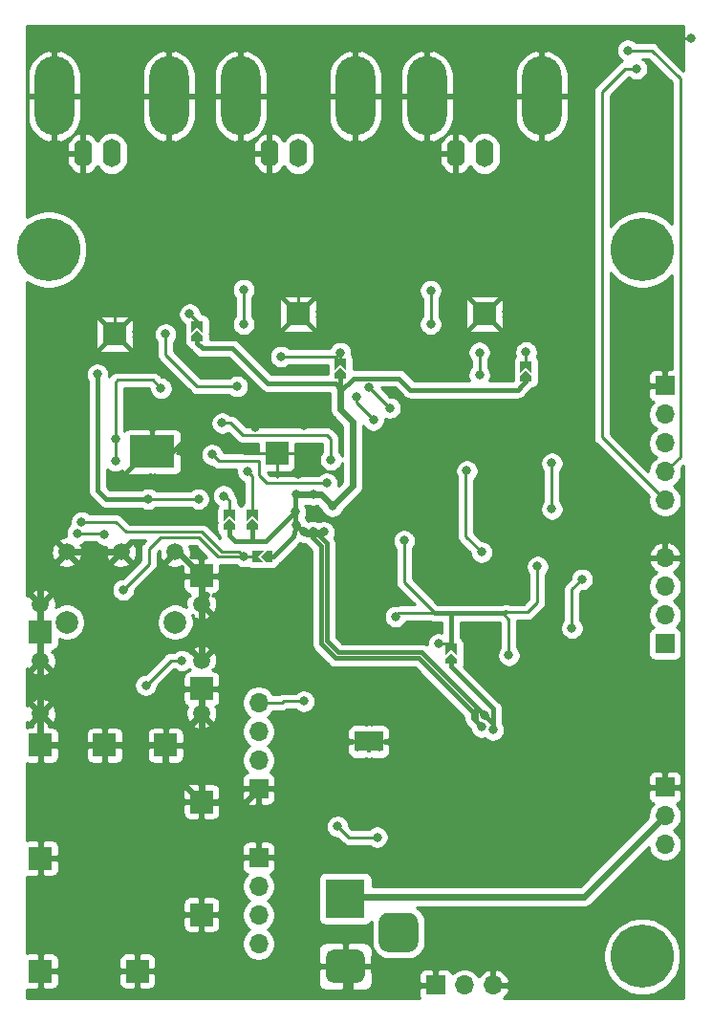
<source format=gbr>
%TF.GenerationSoftware,KiCad,Pcbnew,(5.1.7-0-10_14)*%
%TF.CreationDate,2021-07-25T17:44:21+03:00*%
%TF.ProjectId,sdisfp,73646973-6670-42e6-9b69-6361645f7063,rev?*%
%TF.SameCoordinates,Original*%
%TF.FileFunction,Copper,L2,Bot*%
%TF.FilePolarity,Positive*%
%FSLAX46Y46*%
G04 Gerber Fmt 4.6, Leading zero omitted, Abs format (unit mm)*
G04 Created by KiCad (PCBNEW (5.1.7-0-10_14)) date 2021-07-25 17:44:21*
%MOMM*%
%LPD*%
G01*
G04 APERTURE LIST*
%TA.AperFunction,ComponentPad*%
%ADD10R,3.500000X3.500000*%
%TD*%
%TA.AperFunction,ComponentPad*%
%ADD11R,4.000000X2.850000*%
%TD*%
%TA.AperFunction,ComponentPad*%
%ADD12C,1.270000*%
%TD*%
%TA.AperFunction,SMDPad,CuDef*%
%ADD13R,2.100000X2.100000*%
%TD*%
%TA.AperFunction,ComponentPad*%
%ADD14C,0.600000*%
%TD*%
%TA.AperFunction,ComponentPad*%
%ADD15O,1.700000X1.700000*%
%TD*%
%TA.AperFunction,ComponentPad*%
%ADD16R,1.700000X1.700000*%
%TD*%
%TA.AperFunction,SMDPad,CuDef*%
%ADD17C,0.100000*%
%TD*%
%TA.AperFunction,ComponentPad*%
%ADD18C,5.600000*%
%TD*%
%TA.AperFunction,ComponentPad*%
%ADD19O,1.600000X2.500000*%
%TD*%
%TA.AperFunction,ComponentPad*%
%ADD20O,3.500000X7.000000*%
%TD*%
%TA.AperFunction,SMDPad,CuDef*%
%ADD21R,2.500000X1.800000*%
%TD*%
%TA.AperFunction,ComponentPad*%
%ADD22C,0.500000*%
%TD*%
%TA.AperFunction,WasherPad*%
%ADD23C,2.000000*%
%TD*%
%TA.AperFunction,ComponentPad*%
%ADD24R,2.000000X2.000000*%
%TD*%
%TA.AperFunction,ComponentPad*%
%ADD25C,1.500000*%
%TD*%
%TA.AperFunction,ViaPad*%
%ADD26C,0.800000*%
%TD*%
%TA.AperFunction,Conductor*%
%ADD27C,0.250000*%
%TD*%
%TA.AperFunction,Conductor*%
%ADD28C,0.400000*%
%TD*%
%TA.AperFunction,Conductor*%
%ADD29C,0.600000*%
%TD*%
%TA.AperFunction,Conductor*%
%ADD30C,0.254000*%
%TD*%
%TA.AperFunction,Conductor*%
%ADD31C,0.100000*%
%TD*%
G04 APERTURE END LIST*
%TO.P,J204,3*%
%TO.N,N/C*%
%TA.AperFunction,ComponentPad*%
G36*
G01*
X86474000Y-134226500D02*
X84724000Y-134226500D01*
G75*
G02*
X83849000Y-133351500I0J875000D01*
G01*
X83849000Y-131601500D01*
G75*
G02*
X84724000Y-130726500I875000J0D01*
G01*
X86474000Y-130726500D01*
G75*
G02*
X87349000Y-131601500I0J-875000D01*
G01*
X87349000Y-133351500D01*
G75*
G02*
X86474000Y-134226500I-875000J0D01*
G01*
G37*
%TD.AperFunction*%
%TO.P,J204,2*%
%TO.N,GND*%
%TA.AperFunction,ComponentPad*%
G36*
G01*
X81899000Y-136976500D02*
X79899000Y-136976500D01*
G75*
G02*
X79149000Y-136226500I0J750000D01*
G01*
X79149000Y-134726500D01*
G75*
G02*
X79899000Y-133976500I750000J0D01*
G01*
X81899000Y-133976500D01*
G75*
G02*
X82649000Y-134726500I0J-750000D01*
G01*
X82649000Y-136226500D01*
G75*
G02*
X81899000Y-136976500I-750000J0D01*
G01*
G37*
%TD.AperFunction*%
D10*
%TO.P,J204,1*%
%TO.N,+5V*%
X80899000Y-129476500D03*
%TD*%
D11*
%TO.P,U101,DAP*%
%TO.N,GND*%
X63770000Y-89916000D03*
D12*
X65040000Y-89154000D03*
X63770000Y-90678000D03*
X62500000Y-89154000D03*
X65040000Y-90678000D03*
X62500000Y-90678000D03*
X63770000Y-89154000D03*
%TD*%
D13*
%TO.P,U102,DAP*%
%TO.N,GND*%
X74818000Y-90058000D03*
D14*
X75568000Y-89308000D03*
X75568000Y-90058000D03*
X75568000Y-90808000D03*
X74818000Y-89308000D03*
X74818000Y-90058000D03*
X74818000Y-90808000D03*
X74068000Y-89308000D03*
X74068000Y-90058000D03*
X74068000Y-90808000D03*
%TD*%
D15*
%TO.P,J101,4*%
%TO.N,GND*%
X109220000Y-99314000D03*
%TO.P,J101,3*%
%TO.N,Net-(J101-Pad3)*%
X109220000Y-101854000D03*
%TO.P,J101,2*%
%TO.N,Net-(J101-Pad2)*%
X109220000Y-104394000D03*
D16*
%TO.P,J101,1*%
%TO.N,Net-(J101-Pad1)*%
X109220000Y-106934000D03*
%TD*%
%TA.AperFunction,SMDPad,CuDef*%
D17*
%TO.P,L102,2*%
%TO.N,/MUX_VCC*%
G36*
X72644000Y-95559500D02*
G01*
X72144000Y-96059500D01*
X72144000Y-95059500D01*
X72519151Y-95059500D01*
X72519151Y-95053367D01*
X72520353Y-95041159D01*
X72522746Y-95029127D01*
X72526307Y-95017389D01*
X72531001Y-95006056D01*
X72536784Y-94995237D01*
X72543599Y-94985038D01*
X72551381Y-94975555D01*
X72560055Y-94966881D01*
X72569538Y-94959099D01*
X72579737Y-94952284D01*
X72590556Y-94946501D01*
X72601889Y-94941807D01*
X72613627Y-94938246D01*
X72625659Y-94935853D01*
X72637867Y-94934651D01*
X72650133Y-94934651D01*
X72662341Y-94935853D01*
X72674373Y-94938246D01*
X72686111Y-94941807D01*
X72697444Y-94946501D01*
X72708263Y-94952284D01*
X72718462Y-94959099D01*
X72727945Y-94966881D01*
X72736619Y-94975555D01*
X72744401Y-94985038D01*
X72751216Y-94995237D01*
X72756999Y-95006056D01*
X72761693Y-95017389D01*
X72765254Y-95029127D01*
X72767647Y-95041159D01*
X72768849Y-95053367D01*
X72768849Y-95059500D01*
X73144000Y-95059500D01*
X73144000Y-96059500D01*
X72644000Y-95559500D01*
G37*
%TD.AperFunction*%
%TA.AperFunction,SMDPad,CuDef*%
%TO.P,L102,1*%
%TO.N,+3V3*%
G36*
X72644000Y-95837500D02*
G01*
X73144000Y-96337500D01*
X73144000Y-96837500D01*
X72768849Y-96837500D01*
X72768849Y-96843633D01*
X72767647Y-96855841D01*
X72765254Y-96867873D01*
X72761693Y-96879611D01*
X72756999Y-96890944D01*
X72751216Y-96901763D01*
X72744401Y-96911962D01*
X72736619Y-96921445D01*
X72727945Y-96930119D01*
X72718462Y-96937901D01*
X72708263Y-96944716D01*
X72697444Y-96950499D01*
X72686111Y-96955193D01*
X72674373Y-96958754D01*
X72662341Y-96961147D01*
X72650133Y-96962349D01*
X72637867Y-96962349D01*
X72625659Y-96961147D01*
X72613627Y-96958754D01*
X72601889Y-96955193D01*
X72590556Y-96950499D01*
X72579737Y-96944716D01*
X72569538Y-96937901D01*
X72560055Y-96930119D01*
X72551381Y-96921445D01*
X72543599Y-96911962D01*
X72536784Y-96901763D01*
X72531001Y-96890944D01*
X72526307Y-96879611D01*
X72522746Y-96867873D01*
X72520353Y-96855841D01*
X72519151Y-96843633D01*
X72519151Y-96837500D01*
X72144000Y-96837500D01*
X72144000Y-96337500D01*
X72644000Y-95837500D01*
G37*
%TD.AperFunction*%
%TD*%
D18*
%TO.P,J7,1*%
%TO.N,Net-(J7-Pad1)*%
X54610000Y-72009000D03*
%TD*%
%TA.AperFunction,SMDPad,CuDef*%
D17*
%TO.P,L103,2*%
%TO.N,/CD2_VCC*%
G36*
X96901000Y-82415000D02*
G01*
X96401000Y-82915000D01*
X96401000Y-81915000D01*
X96776151Y-81915000D01*
X96776151Y-81908867D01*
X96777353Y-81896659D01*
X96779746Y-81884627D01*
X96783307Y-81872889D01*
X96788001Y-81861556D01*
X96793784Y-81850737D01*
X96800599Y-81840538D01*
X96808381Y-81831055D01*
X96817055Y-81822381D01*
X96826538Y-81814599D01*
X96836737Y-81807784D01*
X96847556Y-81802001D01*
X96858889Y-81797307D01*
X96870627Y-81793746D01*
X96882659Y-81791353D01*
X96894867Y-81790151D01*
X96907133Y-81790151D01*
X96919341Y-81791353D01*
X96931373Y-81793746D01*
X96943111Y-81797307D01*
X96954444Y-81802001D01*
X96965263Y-81807784D01*
X96975462Y-81814599D01*
X96984945Y-81822381D01*
X96993619Y-81831055D01*
X97001401Y-81840538D01*
X97008216Y-81850737D01*
X97013999Y-81861556D01*
X97018693Y-81872889D01*
X97022254Y-81884627D01*
X97024647Y-81896659D01*
X97025849Y-81908867D01*
X97025849Y-81915000D01*
X97401000Y-81915000D01*
X97401000Y-82915000D01*
X96901000Y-82415000D01*
G37*
%TD.AperFunction*%
%TA.AperFunction,SMDPad,CuDef*%
%TO.P,L103,1*%
%TO.N,+3V3*%
G36*
X96901000Y-82693000D02*
G01*
X97401000Y-83193000D01*
X97401000Y-83693000D01*
X97025849Y-83693000D01*
X97025849Y-83699133D01*
X97024647Y-83711341D01*
X97022254Y-83723373D01*
X97018693Y-83735111D01*
X97013999Y-83746444D01*
X97008216Y-83757263D01*
X97001401Y-83767462D01*
X96993619Y-83776945D01*
X96984945Y-83785619D01*
X96975462Y-83793401D01*
X96965263Y-83800216D01*
X96954444Y-83805999D01*
X96943111Y-83810693D01*
X96931373Y-83814254D01*
X96919341Y-83816647D01*
X96907133Y-83817849D01*
X96894867Y-83817849D01*
X96882659Y-83816647D01*
X96870627Y-83814254D01*
X96858889Y-83810693D01*
X96847556Y-83805999D01*
X96836737Y-83800216D01*
X96826538Y-83793401D01*
X96817055Y-83785619D01*
X96808381Y-83776945D01*
X96800599Y-83767462D01*
X96793784Y-83757263D01*
X96788001Y-83746444D01*
X96783307Y-83735111D01*
X96779746Y-83723373D01*
X96777353Y-83711341D01*
X96776151Y-83699133D01*
X96776151Y-83693000D01*
X96401000Y-83693000D01*
X96401000Y-83193000D01*
X96901000Y-82693000D01*
G37*
%TD.AperFunction*%
%TD*%
D19*
%TO.P,J1,2*%
%TO.N,GND*%
X57658000Y-63500000D03*
%TO.P,J1,1*%
%TO.N,Net-(J1-Pad1)*%
X60198000Y-63500000D03*
D20*
%TO.P,J1,2*%
%TO.N,GND*%
X65278000Y-58420000D03*
X55118000Y-58420000D03*
%TD*%
%TA.AperFunction,SMDPad,CuDef*%
D17*
%TO.P,L101,2*%
%TO.N,/RCVCC*%
G36*
X70612000Y-95559500D02*
G01*
X70112000Y-96059500D01*
X70112000Y-95059500D01*
X70487151Y-95059500D01*
X70487151Y-95053367D01*
X70488353Y-95041159D01*
X70490746Y-95029127D01*
X70494307Y-95017389D01*
X70499001Y-95006056D01*
X70504784Y-94995237D01*
X70511599Y-94985038D01*
X70519381Y-94975555D01*
X70528055Y-94966881D01*
X70537538Y-94959099D01*
X70547737Y-94952284D01*
X70558556Y-94946501D01*
X70569889Y-94941807D01*
X70581627Y-94938246D01*
X70593659Y-94935853D01*
X70605867Y-94934651D01*
X70618133Y-94934651D01*
X70630341Y-94935853D01*
X70642373Y-94938246D01*
X70654111Y-94941807D01*
X70665444Y-94946501D01*
X70676263Y-94952284D01*
X70686462Y-94959099D01*
X70695945Y-94966881D01*
X70704619Y-94975555D01*
X70712401Y-94985038D01*
X70719216Y-94995237D01*
X70724999Y-95006056D01*
X70729693Y-95017389D01*
X70733254Y-95029127D01*
X70735647Y-95041159D01*
X70736849Y-95053367D01*
X70736849Y-95059500D01*
X71112000Y-95059500D01*
X71112000Y-96059500D01*
X70612000Y-95559500D01*
G37*
%TD.AperFunction*%
%TA.AperFunction,SMDPad,CuDef*%
%TO.P,L101,1*%
%TO.N,+3V3*%
G36*
X70612000Y-95837500D02*
G01*
X71112000Y-96337500D01*
X71112000Y-96837500D01*
X70736849Y-96837500D01*
X70736849Y-96843633D01*
X70735647Y-96855841D01*
X70733254Y-96867873D01*
X70729693Y-96879611D01*
X70724999Y-96890944D01*
X70719216Y-96901763D01*
X70712401Y-96911962D01*
X70704619Y-96921445D01*
X70695945Y-96930119D01*
X70686462Y-96937901D01*
X70676263Y-96944716D01*
X70665444Y-96950499D01*
X70654111Y-96955193D01*
X70642373Y-96958754D01*
X70630341Y-96961147D01*
X70618133Y-96962349D01*
X70605867Y-96962349D01*
X70593659Y-96961147D01*
X70581627Y-96958754D01*
X70569889Y-96955193D01*
X70558556Y-96950499D01*
X70547737Y-96944716D01*
X70537538Y-96937901D01*
X70528055Y-96930119D01*
X70519381Y-96921445D01*
X70511599Y-96911962D01*
X70504784Y-96901763D01*
X70499001Y-96890944D01*
X70494307Y-96879611D01*
X70490746Y-96867873D01*
X70488353Y-96855841D01*
X70487151Y-96843633D01*
X70487151Y-96837500D01*
X70112000Y-96837500D01*
X70112000Y-96337500D01*
X70612000Y-95837500D01*
G37*
%TD.AperFunction*%
%TD*%
%TA.AperFunction,SMDPad,CuDef*%
%TO.P,L7,2*%
%TO.N,/CD_VCC*%
G36*
X80454500Y-82161000D02*
G01*
X79954500Y-82661000D01*
X79954500Y-81661000D01*
X80329651Y-81661000D01*
X80329651Y-81654867D01*
X80330853Y-81642659D01*
X80333246Y-81630627D01*
X80336807Y-81618889D01*
X80341501Y-81607556D01*
X80347284Y-81596737D01*
X80354099Y-81586538D01*
X80361881Y-81577055D01*
X80370555Y-81568381D01*
X80380038Y-81560599D01*
X80390237Y-81553784D01*
X80401056Y-81548001D01*
X80412389Y-81543307D01*
X80424127Y-81539746D01*
X80436159Y-81537353D01*
X80448367Y-81536151D01*
X80460633Y-81536151D01*
X80472841Y-81537353D01*
X80484873Y-81539746D01*
X80496611Y-81543307D01*
X80507944Y-81548001D01*
X80518763Y-81553784D01*
X80528962Y-81560599D01*
X80538445Y-81568381D01*
X80547119Y-81577055D01*
X80554901Y-81586538D01*
X80561716Y-81596737D01*
X80567499Y-81607556D01*
X80572193Y-81618889D01*
X80575754Y-81630627D01*
X80578147Y-81642659D01*
X80579349Y-81654867D01*
X80579349Y-81661000D01*
X80954500Y-81661000D01*
X80954500Y-82661000D01*
X80454500Y-82161000D01*
G37*
%TD.AperFunction*%
%TA.AperFunction,SMDPad,CuDef*%
%TO.P,L7,1*%
%TO.N,+3V3*%
G36*
X80454500Y-82439000D02*
G01*
X80954500Y-82939000D01*
X80954500Y-83439000D01*
X80579349Y-83439000D01*
X80579349Y-83445133D01*
X80578147Y-83457341D01*
X80575754Y-83469373D01*
X80572193Y-83481111D01*
X80567499Y-83492444D01*
X80561716Y-83503263D01*
X80554901Y-83513462D01*
X80547119Y-83522945D01*
X80538445Y-83531619D01*
X80528962Y-83539401D01*
X80518763Y-83546216D01*
X80507944Y-83551999D01*
X80496611Y-83556693D01*
X80484873Y-83560254D01*
X80472841Y-83562647D01*
X80460633Y-83563849D01*
X80448367Y-83563849D01*
X80436159Y-83562647D01*
X80424127Y-83560254D01*
X80412389Y-83556693D01*
X80401056Y-83551999D01*
X80390237Y-83546216D01*
X80380038Y-83539401D01*
X80370555Y-83531619D01*
X80361881Y-83522945D01*
X80354099Y-83513462D01*
X80347284Y-83503263D01*
X80341501Y-83492444D01*
X80336807Y-83481111D01*
X80333246Y-83469373D01*
X80330853Y-83457341D01*
X80329651Y-83445133D01*
X80329651Y-83439000D01*
X79954500Y-83439000D01*
X79954500Y-82939000D01*
X80454500Y-82439000D01*
G37*
%TD.AperFunction*%
%TD*%
%TA.AperFunction,SMDPad,CuDef*%
%TO.P,L6,2*%
%TO.N,/SFP_VCC*%
G36*
X73144000Y-99187000D02*
G01*
X73644000Y-99687000D01*
X72644000Y-99687000D01*
X72644000Y-99311849D01*
X72637867Y-99311849D01*
X72625659Y-99310647D01*
X72613627Y-99308254D01*
X72601889Y-99304693D01*
X72590556Y-99299999D01*
X72579737Y-99294216D01*
X72569538Y-99287401D01*
X72560055Y-99279619D01*
X72551381Y-99270945D01*
X72543599Y-99261462D01*
X72536784Y-99251263D01*
X72531001Y-99240444D01*
X72526307Y-99229111D01*
X72522746Y-99217373D01*
X72520353Y-99205341D01*
X72519151Y-99193133D01*
X72519151Y-99180867D01*
X72520353Y-99168659D01*
X72522746Y-99156627D01*
X72526307Y-99144889D01*
X72531001Y-99133556D01*
X72536784Y-99122737D01*
X72543599Y-99112538D01*
X72551381Y-99103055D01*
X72560055Y-99094381D01*
X72569538Y-99086599D01*
X72579737Y-99079784D01*
X72590556Y-99074001D01*
X72601889Y-99069307D01*
X72613627Y-99065746D01*
X72625659Y-99063353D01*
X72637867Y-99062151D01*
X72644000Y-99062151D01*
X72644000Y-98687000D01*
X73644000Y-98687000D01*
X73144000Y-99187000D01*
G37*
%TD.AperFunction*%
%TA.AperFunction,SMDPad,CuDef*%
%TO.P,L6,1*%
%TO.N,+3V3*%
G36*
X73422000Y-99187000D02*
G01*
X73922000Y-98687000D01*
X74422000Y-98687000D01*
X74422000Y-99062151D01*
X74428133Y-99062151D01*
X74440341Y-99063353D01*
X74452373Y-99065746D01*
X74464111Y-99069307D01*
X74475444Y-99074001D01*
X74486263Y-99079784D01*
X74496462Y-99086599D01*
X74505945Y-99094381D01*
X74514619Y-99103055D01*
X74522401Y-99112538D01*
X74529216Y-99122737D01*
X74534999Y-99133556D01*
X74539693Y-99144889D01*
X74543254Y-99156627D01*
X74545647Y-99168659D01*
X74546849Y-99180867D01*
X74546849Y-99193133D01*
X74545647Y-99205341D01*
X74543254Y-99217373D01*
X74539693Y-99229111D01*
X74534999Y-99240444D01*
X74529216Y-99251263D01*
X74522401Y-99261462D01*
X74514619Y-99270945D01*
X74505945Y-99279619D01*
X74496462Y-99287401D01*
X74486263Y-99294216D01*
X74475444Y-99299999D01*
X74464111Y-99304693D01*
X74452373Y-99308254D01*
X74440341Y-99310647D01*
X74428133Y-99311849D01*
X74422000Y-99311849D01*
X74422000Y-99687000D01*
X73922000Y-99687000D01*
X73422000Y-99187000D01*
G37*
%TD.AperFunction*%
%TD*%
%TA.AperFunction,SMDPad,CuDef*%
%TO.P,L5,2*%
%TO.N,/EQ_VCC*%
G36*
X67767200Y-78833600D02*
G01*
X67267200Y-79333600D01*
X67267200Y-78333600D01*
X67642351Y-78333600D01*
X67642351Y-78327467D01*
X67643553Y-78315259D01*
X67645946Y-78303227D01*
X67649507Y-78291489D01*
X67654201Y-78280156D01*
X67659984Y-78269337D01*
X67666799Y-78259138D01*
X67674581Y-78249655D01*
X67683255Y-78240981D01*
X67692738Y-78233199D01*
X67702937Y-78226384D01*
X67713756Y-78220601D01*
X67725089Y-78215907D01*
X67736827Y-78212346D01*
X67748859Y-78209953D01*
X67761067Y-78208751D01*
X67773333Y-78208751D01*
X67785541Y-78209953D01*
X67797573Y-78212346D01*
X67809311Y-78215907D01*
X67820644Y-78220601D01*
X67831463Y-78226384D01*
X67841662Y-78233199D01*
X67851145Y-78240981D01*
X67859819Y-78249655D01*
X67867601Y-78259138D01*
X67874416Y-78269337D01*
X67880199Y-78280156D01*
X67884893Y-78291489D01*
X67888454Y-78303227D01*
X67890847Y-78315259D01*
X67892049Y-78327467D01*
X67892049Y-78333600D01*
X68267200Y-78333600D01*
X68267200Y-79333600D01*
X67767200Y-78833600D01*
G37*
%TD.AperFunction*%
%TA.AperFunction,SMDPad,CuDef*%
%TO.P,L5,1*%
%TO.N,+3V3*%
G36*
X67767200Y-79111600D02*
G01*
X68267200Y-79611600D01*
X68267200Y-80111600D01*
X67892049Y-80111600D01*
X67892049Y-80117733D01*
X67890847Y-80129941D01*
X67888454Y-80141973D01*
X67884893Y-80153711D01*
X67880199Y-80165044D01*
X67874416Y-80175863D01*
X67867601Y-80186062D01*
X67859819Y-80195545D01*
X67851145Y-80204219D01*
X67841662Y-80212001D01*
X67831463Y-80218816D01*
X67820644Y-80224599D01*
X67809311Y-80229293D01*
X67797573Y-80232854D01*
X67785541Y-80235247D01*
X67773333Y-80236449D01*
X67761067Y-80236449D01*
X67748859Y-80235247D01*
X67736827Y-80232854D01*
X67725089Y-80229293D01*
X67713756Y-80224599D01*
X67702937Y-80218816D01*
X67692738Y-80212001D01*
X67683255Y-80204219D01*
X67674581Y-80195545D01*
X67666799Y-80186062D01*
X67659984Y-80175863D01*
X67654201Y-80165044D01*
X67649507Y-80153711D01*
X67645946Y-80141973D01*
X67643553Y-80129941D01*
X67642351Y-80117733D01*
X67642351Y-80111600D01*
X67267200Y-80111600D01*
X67267200Y-79611600D01*
X67767200Y-79111600D01*
G37*
%TD.AperFunction*%
%TD*%
%TA.AperFunction,SMDPad,CuDef*%
%TO.P,L4,2*%
%TO.N,/MCU_VCC*%
G36*
X90297000Y-107434000D02*
G01*
X89797000Y-107934000D01*
X89797000Y-106934000D01*
X90172151Y-106934000D01*
X90172151Y-106927867D01*
X90173353Y-106915659D01*
X90175746Y-106903627D01*
X90179307Y-106891889D01*
X90184001Y-106880556D01*
X90189784Y-106869737D01*
X90196599Y-106859538D01*
X90204381Y-106850055D01*
X90213055Y-106841381D01*
X90222538Y-106833599D01*
X90232737Y-106826784D01*
X90243556Y-106821001D01*
X90254889Y-106816307D01*
X90266627Y-106812746D01*
X90278659Y-106810353D01*
X90290867Y-106809151D01*
X90303133Y-106809151D01*
X90315341Y-106810353D01*
X90327373Y-106812746D01*
X90339111Y-106816307D01*
X90350444Y-106821001D01*
X90361263Y-106826784D01*
X90371462Y-106833599D01*
X90380945Y-106841381D01*
X90389619Y-106850055D01*
X90397401Y-106859538D01*
X90404216Y-106869737D01*
X90409999Y-106880556D01*
X90414693Y-106891889D01*
X90418254Y-106903627D01*
X90420647Y-106915659D01*
X90421849Y-106927867D01*
X90421849Y-106934000D01*
X90797000Y-106934000D01*
X90797000Y-107934000D01*
X90297000Y-107434000D01*
G37*
%TD.AperFunction*%
%TA.AperFunction,SMDPad,CuDef*%
%TO.P,L4,1*%
%TO.N,+3V3*%
G36*
X90297000Y-107712000D02*
G01*
X90797000Y-108212000D01*
X90797000Y-108712000D01*
X90421849Y-108712000D01*
X90421849Y-108718133D01*
X90420647Y-108730341D01*
X90418254Y-108742373D01*
X90414693Y-108754111D01*
X90409999Y-108765444D01*
X90404216Y-108776263D01*
X90397401Y-108786462D01*
X90389619Y-108795945D01*
X90380945Y-108804619D01*
X90371462Y-108812401D01*
X90361263Y-108819216D01*
X90350444Y-108824999D01*
X90339111Y-108829693D01*
X90327373Y-108833254D01*
X90315341Y-108835647D01*
X90303133Y-108836849D01*
X90290867Y-108836849D01*
X90278659Y-108835647D01*
X90266627Y-108833254D01*
X90254889Y-108829693D01*
X90243556Y-108824999D01*
X90232737Y-108819216D01*
X90222538Y-108812401D01*
X90213055Y-108804619D01*
X90204381Y-108795945D01*
X90196599Y-108786462D01*
X90189784Y-108776263D01*
X90184001Y-108765444D01*
X90179307Y-108754111D01*
X90175746Y-108742373D01*
X90173353Y-108730341D01*
X90172151Y-108718133D01*
X90172151Y-108712000D01*
X89797000Y-108712000D01*
X89797000Y-108212000D01*
X90297000Y-107712000D01*
G37*
%TD.AperFunction*%
%TD*%
D21*
%TO.P,U201,9*%
%TO.N,GND*%
X82956400Y-115570000D03*
D22*
X83956400Y-114920000D03*
X83956400Y-116220000D03*
X82956400Y-114920000D03*
X82956400Y-116220000D03*
X81956400Y-114920000D03*
X81956400Y-116220000D03*
%TD*%
D15*
%TO.P,J202,3*%
%TO.N,GND*%
X93980000Y-137160000D03*
%TO.P,J202,2*%
%TO.N,/Power/VBAT*%
X91440000Y-137160000D03*
D16*
%TO.P,J202,1*%
%TO.N,GND*%
X88900000Y-137160000D03*
%TD*%
D15*
%TO.P,J201,3*%
%TO.N,/Power/VBATSW*%
X109220000Y-124714000D03*
%TO.P,J201,2*%
%TO.N,+5V*%
X109220000Y-122174000D03*
D16*
%TO.P,J201,1*%
%TO.N,GND*%
X109220000Y-119634000D03*
%TD*%
D13*
%TO.P,U103,17*%
%TO.N,GND*%
X93218000Y-77724000D03*
D14*
X93968000Y-78474000D03*
X93218000Y-78474000D03*
X92468000Y-78474000D03*
X93968000Y-77724000D03*
X93218000Y-77724000D03*
X92468000Y-77724000D03*
X93968000Y-76974000D03*
X93218000Y-76974000D03*
X92468000Y-76974000D03*
%TD*%
D19*
%TO.P,J106,2*%
%TO.N,GND*%
X90678000Y-63500000D03*
%TO.P,J106,1*%
%TO.N,Net-(C111-Pad2)*%
X93218000Y-63500000D03*
D20*
%TO.P,J106,2*%
%TO.N,GND*%
X98298000Y-58420000D03*
X88138000Y-58420000D03*
%TD*%
D13*
%TO.P,U2,17*%
%TO.N,GND*%
X60452000Y-79502000D03*
D14*
X59702000Y-80252000D03*
X59702000Y-79502000D03*
X59702000Y-78752000D03*
X60452000Y-80252000D03*
X60452000Y-79502000D03*
X60452000Y-78752000D03*
X61202000Y-80252000D03*
X61202000Y-79502000D03*
X61202000Y-78752000D03*
%TD*%
D15*
%TO.P,J104,5*%
%TO.N,/LEDF*%
X109220000Y-94234000D03*
%TO.P,J104,4*%
%TO.N,/LEDC*%
X109220000Y-91694000D03*
%TO.P,J104,3*%
%TO.N,/PWRLED*%
X109220000Y-89154000D03*
%TO.P,J104,2*%
%TO.N,/BTN*%
X109220000Y-86614000D03*
D16*
%TO.P,J104,1*%
%TO.N,GND*%
X109220000Y-84074000D03*
%TD*%
D23*
%TO.P,J4,*%
%TO.N,*%
X65823500Y-105006000D03*
X56223500Y-105006000D03*
D24*
%TO.P,J4,CAGE*%
%TO.N,GND*%
X53898500Y-105906000D03*
X53898500Y-115906000D03*
X53898500Y-125906000D03*
X53898500Y-135906000D03*
D25*
X61023500Y-98806000D03*
X56223500Y-98806000D03*
X65823500Y-98806000D03*
D24*
X68148500Y-100906000D03*
X68148500Y-110906000D03*
X68148500Y-120906000D03*
X68148500Y-130906000D03*
X62473500Y-135906000D03*
X64973500Y-115906000D03*
X59573500Y-115906000D03*
D25*
X68148500Y-103406000D03*
X53898500Y-103406000D03*
X53898500Y-108406000D03*
X53898500Y-113106000D03*
X68148500Y-113106000D03*
X68148500Y-108406000D03*
%TD*%
D13*
%TO.P,U3,17*%
%TO.N,GND*%
X76708000Y-77724000D03*
D14*
X77458000Y-78474000D03*
X76708000Y-78474000D03*
X75958000Y-78474000D03*
X77458000Y-77724000D03*
X76708000Y-77724000D03*
X75958000Y-77724000D03*
X77458000Y-76974000D03*
X76708000Y-76974000D03*
X75958000Y-76974000D03*
%TD*%
D19*
%TO.P,J6,2*%
%TO.N,GND*%
X74168000Y-63500000D03*
%TO.P,J6,1*%
%TO.N,Net-(C15-Pad2)*%
X76708000Y-63500000D03*
D20*
%TO.P,J6,2*%
%TO.N,GND*%
X81788000Y-58420000D03*
X71628000Y-58420000D03*
%TD*%
D16*
%TO.P,J2,1*%
%TO.N,GND*%
X73215500Y-119761000D03*
D15*
%TO.P,J2,2*%
%TO.N,/JTCK*%
X73215500Y-117221000D03*
%TO.P,J2,3*%
%TO.N,/JTMS*%
X73215500Y-114681000D03*
%TO.P,J2,4*%
%TO.N,/MCU_VCC*%
X73215500Y-112141000D03*
%TD*%
%TO.P,J3,4*%
%TO.N,/MCU_VCC*%
X73215500Y-133477000D03*
%TO.P,J3,3*%
%TO.N,/TX*%
X73215500Y-130937000D03*
%TO.P,J3,2*%
%TO.N,/RX*%
X73215500Y-128397000D03*
D16*
%TO.P,J3,1*%
%TO.N,GND*%
X73215500Y-125857000D03*
%TD*%
D18*
%TO.P,J8,1*%
%TO.N,Net-(J8-Pad1)*%
X107188000Y-134620000D03*
%TD*%
%TO.P,J10,1*%
%TO.N,Net-(J10-Pad1)*%
X107188000Y-72009000D03*
%TD*%
D26*
%TO.N,GND*%
X75565000Y-73660000D03*
X92202000Y-73469500D03*
X59283600Y-104241600D03*
X62128400Y-104190800D03*
X83058000Y-93726000D03*
X83058000Y-96774000D03*
X81534000Y-95250000D03*
X84836000Y-95250000D03*
X109474000Y-115570000D03*
X109474000Y-116586000D03*
X96266000Y-116078000D03*
X87884000Y-110490000D03*
X92964000Y-91440000D03*
X104140000Y-53340000D03*
X107696000Y-53340000D03*
X111506000Y-53340000D03*
X88392000Y-115316000D03*
X62992000Y-72136000D03*
X82042000Y-68580000D03*
X98552000Y-69088000D03*
X82550000Y-78232000D03*
X71374000Y-92964000D03*
X72898000Y-87717800D03*
X76708000Y-91948000D03*
X99060000Y-78232000D03*
X58420000Y-69850000D03*
X93091000Y-109220000D03*
X95250000Y-100584000D03*
X100584000Y-101092000D03*
X86995000Y-96901000D03*
X90043000Y-98425000D03*
X90043000Y-102870000D03*
X94615000Y-102870000D03*
X77216000Y-87630000D03*
X100330000Y-117983000D03*
%TO.N,+3V3*%
X76454000Y-95250000D03*
X79756000Y-94742000D03*
X93218000Y-113284000D03*
X78079600Y-97028000D03*
X93980000Y-114554000D03*
X77216000Y-97028000D03*
X78994000Y-97028000D03*
X92964000Y-114300000D03*
%TO.N,/IN_CD*%
X64960500Y-79502000D03*
X71310500Y-84137500D03*
X81851500Y-85026500D03*
X83375500Y-87122000D03*
%TO.N,/SFP_RXLOS*%
X66421000Y-108395910D03*
X63223500Y-110594500D03*
%TO.N,/OUT_EN*%
X82994500Y-84201000D03*
X84836000Y-86042500D03*
%TO.N,Net-(C12-Pad1)*%
X71882000Y-78613000D03*
X71882000Y-75565000D03*
%TO.N,/MCU_VCC*%
X77216000Y-112014000D03*
X95377000Y-107950000D03*
X97917000Y-100076000D03*
X86106000Y-97790000D03*
X85344000Y-104521000D03*
X89154000Y-106934000D03*
%TO.N,/EQ_VCC*%
X67106800Y-77724000D03*
%TO.N,/SFP_VCC*%
X61214000Y-102131500D03*
X71882000Y-99187000D03*
X57150000Y-97155000D03*
X59563000Y-97282000D03*
X57531000Y-96139000D03*
%TO.N,/CD_VCC*%
X80454500Y-81153000D03*
%TO.N,/RCVCC*%
X63436500Y-94107000D03*
X67881500Y-94107000D03*
X70102765Y-93818409D03*
X58928000Y-83058000D03*
%TO.N,/MUX_VCC*%
X72263000Y-91694000D03*
X79603600Y-90627200D03*
X69977000Y-87376000D03*
%TO.N,/LOCKED*%
X60515500Y-88773000D03*
X60515500Y-90741500D03*
X60515500Y-90741500D03*
X79248000Y-92710000D03*
X64567118Y-84291962D03*
X69088000Y-90170000D03*
%TO.N,/FET*%
X92964000Y-98806000D03*
X91663298Y-91597702D03*
%TO.N,/LEDC*%
X105913347Y-54360653D03*
%TO.N,Net-(C108-Pad1)*%
X88455500Y-78613000D03*
X88455500Y-75628500D03*
%TO.N,/CD2_VCC*%
X96901000Y-81089500D03*
%TO.N,/OUT2_EN*%
X92773500Y-83121500D03*
X92773500Y-81128500D03*
%TO.N,Net-(C204-Pad1)*%
X80213200Y-123088400D03*
X83718400Y-124053600D03*
%TO.N,/Power/GATE*%
X99187000Y-90932000D03*
X99187000Y-94996000D03*
X101854000Y-101219000D03*
X100965000Y-105537000D03*
%TO.N,GND*%
X100520500Y-84074000D03*
X107442000Y-58420000D03*
X107442000Y-61468000D03*
X101727000Y-61468000D03*
X101727000Y-66103500D03*
X107378500Y-66103500D03*
%TO.N,+3V3*%
X78041500Y-93726000D03*
X76555600Y-96367600D03*
X76555600Y-93726000D03*
%TO.N,/CD_VCC*%
X75184000Y-81483200D03*
%TO.N,/LEDF*%
X106680000Y-56007000D03*
%TD*%
D27*
%TO.N,GND*%
X74168000Y-70358000D02*
X74168000Y-63500000D01*
X76708000Y-72898000D02*
X74168000Y-70358000D01*
X75565000Y-73660000D02*
X76581000Y-73660000D01*
X76708000Y-73533000D02*
X76708000Y-72898000D01*
X76581000Y-73660000D02*
X76708000Y-73533000D01*
X76708000Y-77724000D02*
X76708000Y-73533000D01*
X60452000Y-79502000D02*
X60198000Y-79502000D01*
X76708000Y-77724000D02*
X76708000Y-77470000D01*
X60452000Y-71882000D02*
X60452000Y-79502000D01*
X57658000Y-63500000D02*
X57658000Y-69088000D01*
X59314000Y-104211200D02*
X59283600Y-104241600D01*
X60807600Y-104211200D02*
X59314000Y-104211200D01*
X62108000Y-104211200D02*
X62128400Y-104190800D01*
X60807600Y-104211200D02*
X62108000Y-104211200D01*
D28*
X83058000Y-93726000D02*
X83058000Y-96774000D01*
X81534000Y-95250000D02*
X84836000Y-95250000D01*
D27*
X111506000Y-53340000D02*
X110490000Y-53340000D01*
X110490000Y-53340000D02*
X107696000Y-53340000D01*
X107696000Y-53340000D02*
X104140000Y-53340000D01*
X87884000Y-114808000D02*
X87884000Y-110490000D01*
X88392000Y-115316000D02*
X87884000Y-114808000D01*
X93218000Y-77724000D02*
X92468000Y-76974000D01*
D28*
X93218000Y-77724000D02*
X90932000Y-75438000D01*
X93218000Y-77724000D02*
X94996000Y-79502000D01*
X93218000Y-77724000D02*
X91440000Y-79502000D01*
X93218000Y-77724000D02*
X94742000Y-76200000D01*
X76708000Y-77724000D02*
X78740000Y-79756000D01*
X78740000Y-79756000D02*
X74422000Y-75438000D01*
X76708000Y-77724000D02*
X74676000Y-79756000D01*
X74676000Y-79756000D02*
X78740000Y-75692000D01*
X60452000Y-79502000D02*
X62230000Y-81280000D01*
X62230000Y-81280000D02*
X58674000Y-77724000D01*
X60452000Y-79502000D02*
X58674000Y-81280000D01*
X58674000Y-81280000D02*
X62230000Y-77724000D01*
D29*
X53898500Y-103406000D02*
X53898500Y-105906000D01*
X53898500Y-105906000D02*
X53898500Y-108406000D01*
X53898500Y-108406000D02*
X53898500Y-113106000D01*
X53898500Y-115906000D02*
X53898500Y-113106000D01*
X68148500Y-100906000D02*
X68148500Y-103406000D01*
X68148500Y-108406000D02*
X68148500Y-103047500D01*
X68148500Y-103047500D02*
X68580000Y-102616000D01*
X68148500Y-103047500D02*
X68148500Y-103406000D01*
X56223500Y-98806000D02*
X61023500Y-98806000D01*
X66048500Y-98806000D02*
X68148500Y-100906000D01*
X65823500Y-98806000D02*
X66048500Y-98806000D01*
X53898500Y-101131000D02*
X56223500Y-98806000D01*
X53898500Y-103406000D02*
X53898500Y-101131000D01*
X68148500Y-110906000D02*
X68148500Y-113106000D01*
X53898500Y-115906000D02*
X59573500Y-115906000D01*
X59573500Y-115906000D02*
X64973500Y-115906000D01*
X64973500Y-117731000D02*
X68148500Y-120906000D01*
X64973500Y-115906000D02*
X64973500Y-117731000D01*
X72070500Y-120906000D02*
X73215500Y-119761000D01*
X68148500Y-120906000D02*
X72070500Y-120906000D01*
X68148500Y-113106000D02*
X68148500Y-120906000D01*
D27*
X58420000Y-69850000D02*
X60452000Y-71882000D01*
X57658000Y-69088000D02*
X58420000Y-69850000D01*
D28*
X63770000Y-89154000D02*
X63770000Y-85233000D01*
X63770000Y-89916000D02*
X63373000Y-89916000D01*
X63373000Y-89916000D02*
X60325000Y-92964000D01*
X63770000Y-89916000D02*
X65659000Y-89916000D01*
X65659000Y-89916000D02*
X69723000Y-85852000D01*
X69723000Y-85852000D02*
X71882000Y-85852000D01*
X72898000Y-86868000D02*
X72898000Y-87717800D01*
X71882000Y-85852000D02*
X72898000Y-86868000D01*
D27*
X74818000Y-90058000D02*
X77963000Y-90058000D01*
X74818000Y-90058000D02*
X71897000Y-90058000D01*
X74818000Y-90058000D02*
X74818000Y-92187000D01*
D28*
%TO.N,+3V3*%
X70612000Y-96837500D02*
X70612000Y-97345500D01*
X70612000Y-97345500D02*
X71120000Y-97853500D01*
X72644000Y-97790000D02*
X72707500Y-97853500D01*
X72644000Y-96837500D02*
X72644000Y-97790000D01*
X80454500Y-83439000D02*
X80454500Y-83604100D01*
X81902201Y-83400999D02*
X85636199Y-83400999D01*
X85636199Y-83400999D02*
X86664800Y-84429600D01*
X86664800Y-84429600D02*
X96164400Y-84429600D01*
X96545400Y-84048600D02*
X96901000Y-83693000D01*
X96164400Y-84429600D02*
X96545400Y-84048600D01*
X79984600Y-83870800D02*
X80454500Y-84340700D01*
X80454500Y-83439000D02*
X80454500Y-84340700D01*
X81622801Y-83400999D02*
X80454500Y-84569300D01*
X81902201Y-83400999D02*
X81622801Y-83400999D01*
X80454500Y-84340700D02*
X80454500Y-84569300D01*
X73850500Y-97853500D02*
X76454000Y-95250000D01*
X72326500Y-97853500D02*
X73850500Y-97853500D01*
X71120000Y-97853500D02*
X72326500Y-97853500D01*
X72326500Y-97853500D02*
X72707500Y-97853500D01*
X87630000Y-107696000D02*
X80264000Y-107696000D01*
X80264000Y-107696000D02*
X79248000Y-106680000D01*
X79248000Y-106680000D02*
X79248000Y-98044000D01*
X93980000Y-114046000D02*
X93218000Y-113284000D01*
X93980000Y-114554000D02*
X93980000Y-114046000D01*
X77470000Y-97282000D02*
X77216000Y-97028000D01*
X78486000Y-97282000D02*
X77978000Y-96774000D01*
X78740000Y-97282000D02*
X78994000Y-97028000D01*
X78740000Y-97536000D02*
X78740000Y-97282000D01*
X79248000Y-98044000D02*
X78740000Y-97536000D01*
X78740000Y-97536000D02*
X78486000Y-97282000D01*
X92456000Y-113792000D02*
X92964000Y-114300000D01*
X92456000Y-112522000D02*
X92456000Y-113792000D01*
X93218000Y-113284000D02*
X92456000Y-112522000D01*
X92456000Y-112522000D02*
X87630000Y-107696000D01*
X77978000Y-97282000D02*
X77978000Y-97536000D01*
X78486000Y-97282000D02*
X77978000Y-97282000D01*
X77978000Y-97282000D02*
X77470000Y-97282000D01*
X77978000Y-97536000D02*
X78740000Y-98298000D01*
X78740000Y-98298000D02*
X78740000Y-106934000D01*
X78740000Y-106934000D02*
X80010000Y-108204000D01*
X80010000Y-108204000D02*
X87376000Y-108204000D01*
X87376000Y-108204000D02*
X92202000Y-113030000D01*
X92202000Y-113538000D02*
X92456000Y-113792000D01*
X92202000Y-113030000D02*
X92202000Y-113538000D01*
D29*
X79756000Y-94742000D02*
X81534000Y-92964000D01*
X80454500Y-85915500D02*
X80454500Y-84340700D01*
D28*
X80454500Y-84569300D02*
X80454500Y-85915500D01*
D29*
X80454500Y-85915500D02*
X80454500Y-86169500D01*
X81534000Y-87249000D02*
X81534000Y-92964000D01*
X80454500Y-86169500D02*
X81534000Y-87249000D01*
D28*
X90297000Y-108712000D02*
X90297000Y-108966000D01*
X93980000Y-112649000D02*
X93980000Y-114554000D01*
X90297000Y-108966000D02*
X93980000Y-112649000D01*
D27*
%TO.N,/IN_CD*%
X81851500Y-85598000D02*
X83375500Y-87122000D01*
X81851500Y-85026500D02*
X81851500Y-85598000D01*
%TO.N,/SFP_RXLOS*%
X65422090Y-108395910D02*
X63223500Y-110594500D01*
X66421000Y-108395910D02*
X65422090Y-108395910D01*
%TO.N,/OUT_EN*%
X82994500Y-84201000D02*
X84836000Y-86042500D01*
%TO.N,Net-(C12-Pad1)*%
X71882000Y-78613000D02*
X71882000Y-77089000D01*
X71882000Y-77089000D02*
X71882000Y-75565000D01*
%TO.N,/MCU_VCC*%
X73215500Y-112141000D02*
X75311000Y-112141000D01*
X75438000Y-112014000D02*
X75311000Y-112141000D01*
X77216000Y-112014000D02*
X75438000Y-112014000D01*
X95377000Y-107950000D02*
X95377000Y-104775000D01*
X95377000Y-104775000D02*
X94742000Y-104140000D01*
X97917000Y-100076000D02*
X97917000Y-103251000D01*
X97917000Y-103251000D02*
X97028000Y-104140000D01*
D28*
X95123000Y-104140000D02*
X95047999Y-104215001D01*
D27*
X97028000Y-104140000D02*
X95123000Y-104140000D01*
X95123000Y-104140000D02*
X94742000Y-104140000D01*
D28*
X90297000Y-104290002D02*
X90221999Y-104215001D01*
X95047999Y-104215001D02*
X90221999Y-104215001D01*
X90297000Y-106045000D02*
X90297000Y-104290002D01*
X90297000Y-106934000D02*
X90297000Y-106045000D01*
D27*
X85649999Y-104215001D02*
X85344000Y-104521000D01*
X89205999Y-104215001D02*
X85649999Y-104215001D01*
D28*
X90221999Y-104215001D02*
X89205999Y-104215001D01*
D27*
X86106000Y-101473000D02*
X88848001Y-104215001D01*
D28*
X89205999Y-104215001D02*
X88848001Y-104215001D01*
D27*
X86106000Y-101219000D02*
X86106000Y-101473000D01*
X86106000Y-97790000D02*
X86106000Y-101219000D01*
X89154000Y-106934000D02*
X90297000Y-106934000D01*
%TO.N,/EQ_VCC*%
X67716400Y-78333600D02*
X67106800Y-77724000D01*
X67767200Y-78333600D02*
X67716400Y-78333600D01*
%TO.N,/SFP_VCC*%
X61214000Y-102131500D02*
X63500000Y-99845500D01*
X63500000Y-99845500D02*
X63500000Y-98552000D01*
X63500000Y-98552000D02*
X64516000Y-97536000D01*
X64516000Y-97536000D02*
X67945000Y-97536000D01*
X69596000Y-99187000D02*
X71882000Y-99187000D01*
X67945000Y-97536000D02*
X69596000Y-99187000D01*
X72644000Y-99187000D02*
X71882000Y-99187000D01*
X71501000Y-98806000D02*
X71882000Y-99187000D01*
X69977000Y-98806000D02*
X71501000Y-98806000D01*
X68199000Y-97028000D02*
X69977000Y-98806000D01*
X59436000Y-97155000D02*
X59563000Y-97282000D01*
X57150000Y-97155000D02*
X59436000Y-97155000D01*
X64262000Y-97028000D02*
X61468000Y-97028000D01*
X64262000Y-97028000D02*
X68199000Y-97028000D01*
X60579000Y-96139000D02*
X57531000Y-96139000D01*
X61468000Y-97028000D02*
X60579000Y-96139000D01*
%TO.N,/CD_VCC*%
X80454500Y-81661000D02*
X80454500Y-81153000D01*
%TO.N,/RCVCC*%
X63436500Y-94107000D02*
X67881500Y-94107000D01*
X70612000Y-95059500D02*
X70612000Y-94234000D01*
X70196409Y-93818409D02*
X70102765Y-93818409D01*
X70612000Y-94234000D02*
X70196409Y-93818409D01*
D28*
X63436500Y-94107000D02*
X59690000Y-94107000D01*
X59690000Y-94107000D02*
X58928000Y-93345000D01*
X58928000Y-93345000D02*
X58928000Y-83058000D01*
D27*
%TO.N,/MUX_VCC*%
X72644000Y-92075000D02*
X72263000Y-91694000D01*
X72644000Y-95059500D02*
X72644000Y-92075000D01*
X79603600Y-90627200D02*
X79603600Y-88747600D01*
X79603600Y-88747600D02*
X79298800Y-88442800D01*
X73101200Y-88442800D02*
X71805800Y-88442800D01*
X79298800Y-88442800D02*
X73101200Y-88442800D01*
X70739000Y-87376000D02*
X69977000Y-87376000D01*
X71805800Y-88442800D02*
X70739000Y-87376000D01*
%TO.N,/LOCKED*%
X60515500Y-88773000D02*
X60515500Y-90741500D01*
X72383502Y-90741500D02*
X72199500Y-90741500D01*
X60515500Y-88773000D02*
X60515500Y-83756500D01*
X60515500Y-83756500D02*
X60706000Y-83566000D01*
X63841156Y-83566000D02*
X64567118Y-84291962D01*
X60706000Y-83566000D02*
X63841156Y-83566000D01*
X69659500Y-90741500D02*
X69088000Y-90170000D01*
X72199500Y-90741500D02*
X69659500Y-90741500D01*
X79248000Y-92710000D02*
X73914000Y-92710000D01*
X73215500Y-92011500D02*
X73215500Y-90741500D01*
X73914000Y-92710000D02*
X73215500Y-92011500D01*
X72199500Y-90741500D02*
X73215500Y-90741500D01*
%TO.N,/FET*%
X92964000Y-98806000D02*
X91567000Y-97409000D01*
X91567000Y-91694000D02*
X91663298Y-91597702D01*
X91567000Y-97409000D02*
X91567000Y-91694000D01*
%TO.N,Net-(C108-Pad1)*%
X88455500Y-78613000D02*
X88455500Y-75628500D01*
%TO.N,/CD2_VCC*%
X96901000Y-81915000D02*
X96901000Y-81089500D01*
%TO.N,/OUT2_EN*%
X92773500Y-83121500D02*
X92773500Y-81128500D01*
%TO.N,Net-(C204-Pad1)*%
X81178400Y-124053600D02*
X83718400Y-124053600D01*
X80213200Y-123088400D02*
X81178400Y-124053600D01*
%TO.N,/Power/GATE*%
X99187000Y-90932000D02*
X99187000Y-94996000D01*
X100965000Y-102108000D02*
X100965000Y-105537000D01*
X101854000Y-101219000D02*
X100965000Y-102108000D01*
D29*
%TO.N,GND*%
X81280000Y-134874000D02*
X81280000Y-137414000D01*
X107442000Y-58420000D02*
X107442000Y-61468000D01*
X101727000Y-61468000D02*
X101727000Y-66103500D01*
%TO.N,+3V3*%
X78740000Y-93726000D02*
X79756000Y-94742000D01*
X78041500Y-93726000D02*
X78740000Y-93726000D01*
D28*
X74549000Y-99187000D02*
X74422000Y-99187000D01*
X76327000Y-97409000D02*
X74549000Y-99187000D01*
X76555600Y-96367600D02*
X76327000Y-97409000D01*
D29*
X76555600Y-93726000D02*
X78041500Y-93726000D01*
D28*
X76454000Y-93827600D02*
X76555600Y-93726000D01*
X76454000Y-95250000D02*
X76454000Y-93827600D01*
X78994000Y-97028000D02*
X78079600Y-97028000D01*
X78079600Y-97028000D02*
X77216000Y-97028000D01*
X77216000Y-97028000D02*
X76555600Y-96367600D01*
X76454000Y-96266000D02*
X76555600Y-96367600D01*
X76454000Y-95250000D02*
X76454000Y-96266000D01*
X67767200Y-80111600D02*
X67767200Y-80314800D01*
X67767200Y-80314800D02*
X68224400Y-80772000D01*
X70916800Y-80772000D02*
X74015600Y-83870800D01*
X74015600Y-83870800D02*
X79984600Y-83870800D01*
X68224400Y-80772000D02*
X70916800Y-80772000D01*
D27*
%TO.N,/IN_CD*%
X71310500Y-84137500D02*
X67779900Y-84137500D01*
X64960500Y-81318100D02*
X64960500Y-79502000D01*
X67779900Y-84137500D02*
X64960500Y-81318100D01*
%TO.N,/CD_VCC*%
X80124300Y-81483200D02*
X80454500Y-81153000D01*
X77216000Y-81483200D02*
X80124300Y-81483200D01*
X75184000Y-81483200D02*
X77216000Y-81483200D01*
%TO.N,/LEDF*%
X103632000Y-88646000D02*
X103632000Y-87439500D01*
X109220000Y-94234000D02*
X103632000Y-88646000D01*
X103632000Y-87439500D02*
X103632000Y-58039000D01*
X105664000Y-56007000D02*
X106680000Y-56007000D01*
X103632000Y-58039000D02*
X105664000Y-56007000D01*
%TO.N,/LEDC*%
X109220000Y-91694000D02*
X110553500Y-90360500D01*
X110553500Y-90360500D02*
X110553500Y-56896000D01*
X108018153Y-54360653D02*
X105913347Y-54360653D01*
X110553500Y-56896000D02*
X108018153Y-54360653D01*
D29*
%TO.N,+5V*%
X109220000Y-122174000D02*
X102057200Y-129336800D01*
X81038700Y-129336800D02*
X80899000Y-129476500D01*
X102057200Y-129336800D02*
X81038700Y-129336800D01*
%TD*%
D30*
%TO.N,GND*%
X110871000Y-56138698D02*
X108581957Y-53849656D01*
X108558154Y-53820652D01*
X108442429Y-53725679D01*
X108310400Y-53655107D01*
X108167139Y-53611650D01*
X108055486Y-53600653D01*
X108055475Y-53600653D01*
X108018153Y-53596977D01*
X107980831Y-53600653D01*
X106617058Y-53600653D01*
X106573121Y-53556716D01*
X106403603Y-53443448D01*
X106215245Y-53365427D01*
X106015286Y-53325653D01*
X105811408Y-53325653D01*
X105611449Y-53365427D01*
X105423091Y-53443448D01*
X105253573Y-53556716D01*
X105109410Y-53700879D01*
X104996142Y-53870397D01*
X104918121Y-54058755D01*
X104878347Y-54258714D01*
X104878347Y-54462592D01*
X104918121Y-54662551D01*
X104996142Y-54850909D01*
X105109410Y-55020427D01*
X105253573Y-55164590D01*
X105423091Y-55277858D01*
X105434272Y-55282489D01*
X105371753Y-55301454D01*
X105239723Y-55372026D01*
X105210934Y-55395653D01*
X105123999Y-55466999D01*
X105100201Y-55495997D01*
X103120998Y-57475201D01*
X103092000Y-57498999D01*
X103068202Y-57527997D01*
X103068201Y-57527998D01*
X102997026Y-57614724D01*
X102926454Y-57746754D01*
X102882998Y-57890015D01*
X102868324Y-58039000D01*
X102872001Y-58076333D01*
X102872000Y-87476832D01*
X102872001Y-87476842D01*
X102872000Y-88608677D01*
X102868324Y-88646000D01*
X102872000Y-88683322D01*
X102872000Y-88683332D01*
X102882997Y-88794985D01*
X102921521Y-88921985D01*
X102926454Y-88938246D01*
X102997026Y-89070276D01*
X103003180Y-89077774D01*
X103091999Y-89186001D01*
X103121003Y-89209804D01*
X107778790Y-93867593D01*
X107735000Y-94087740D01*
X107735000Y-94380260D01*
X107792068Y-94667158D01*
X107904010Y-94937411D01*
X108066525Y-95180632D01*
X108273368Y-95387475D01*
X108516589Y-95549990D01*
X108786842Y-95661932D01*
X109073740Y-95719000D01*
X109366260Y-95719000D01*
X109653158Y-95661932D01*
X109923411Y-95549990D01*
X110166632Y-95387475D01*
X110373475Y-95180632D01*
X110535990Y-94937411D01*
X110647932Y-94667158D01*
X110705000Y-94380260D01*
X110705000Y-94087740D01*
X110647932Y-93800842D01*
X110535990Y-93530589D01*
X110373475Y-93287368D01*
X110166632Y-93080525D01*
X109992240Y-92964000D01*
X110166632Y-92847475D01*
X110373475Y-92640632D01*
X110535990Y-92397411D01*
X110647932Y-92127158D01*
X110705000Y-91840260D01*
X110705000Y-91547740D01*
X110661210Y-91327592D01*
X110871000Y-91117802D01*
X110871000Y-138303000D01*
X94919386Y-138303000D01*
X94980269Y-138257588D01*
X95175178Y-138041355D01*
X95324157Y-137791252D01*
X95421481Y-137516891D01*
X95300814Y-137287000D01*
X94107000Y-137287000D01*
X94107000Y-137307000D01*
X93853000Y-137307000D01*
X93853000Y-137287000D01*
X93833000Y-137287000D01*
X93833000Y-137033000D01*
X93853000Y-137033000D01*
X93853000Y-135839845D01*
X94107000Y-135839845D01*
X94107000Y-137033000D01*
X95300814Y-137033000D01*
X95421481Y-136803109D01*
X95324157Y-136528748D01*
X95175178Y-136278645D01*
X94980269Y-136062412D01*
X94746920Y-135888359D01*
X94484099Y-135763175D01*
X94336890Y-135718524D01*
X94107000Y-135839845D01*
X93853000Y-135839845D01*
X93623110Y-135718524D01*
X93475901Y-135763175D01*
X93213080Y-135888359D01*
X92979731Y-136062412D01*
X92784822Y-136278645D01*
X92715195Y-136395534D01*
X92593475Y-136213368D01*
X92386632Y-136006525D01*
X92143411Y-135844010D01*
X91873158Y-135732068D01*
X91586260Y-135675000D01*
X91293740Y-135675000D01*
X91006842Y-135732068D01*
X90736589Y-135844010D01*
X90493368Y-136006525D01*
X90361513Y-136138380D01*
X90339502Y-136065820D01*
X90280537Y-135955506D01*
X90201185Y-135858815D01*
X90104494Y-135779463D01*
X89994180Y-135720498D01*
X89874482Y-135684188D01*
X89750000Y-135671928D01*
X89185750Y-135675000D01*
X89027000Y-135833750D01*
X89027000Y-137033000D01*
X89047000Y-137033000D01*
X89047000Y-137287000D01*
X89027000Y-137287000D01*
X89027000Y-137307000D01*
X88773000Y-137307000D01*
X88773000Y-137287000D01*
X87573750Y-137287000D01*
X87415000Y-137445750D01*
X87411928Y-138010000D01*
X87424188Y-138134482D01*
X87460498Y-138254180D01*
X87486593Y-138303000D01*
X52705000Y-138303000D01*
X52705000Y-137510876D01*
X52774018Y-137531812D01*
X52898500Y-137544072D01*
X53612750Y-137541000D01*
X53771500Y-137382250D01*
X53771500Y-136033000D01*
X54025500Y-136033000D01*
X54025500Y-137382250D01*
X54184250Y-137541000D01*
X54898500Y-137544072D01*
X55022982Y-137531812D01*
X55142680Y-137495502D01*
X55252994Y-137436537D01*
X55349685Y-137357185D01*
X55429037Y-137260494D01*
X55488002Y-137150180D01*
X55524312Y-137030482D01*
X55536572Y-136906000D01*
X60835428Y-136906000D01*
X60847688Y-137030482D01*
X60883998Y-137150180D01*
X60942963Y-137260494D01*
X61022315Y-137357185D01*
X61119006Y-137436537D01*
X61229320Y-137495502D01*
X61349018Y-137531812D01*
X61473500Y-137544072D01*
X62187750Y-137541000D01*
X62346500Y-137382250D01*
X62346500Y-136033000D01*
X62600500Y-136033000D01*
X62600500Y-137382250D01*
X62759250Y-137541000D01*
X63473500Y-137544072D01*
X63597982Y-137531812D01*
X63717680Y-137495502D01*
X63827994Y-137436537D01*
X63924685Y-137357185D01*
X64004037Y-137260494D01*
X64063002Y-137150180D01*
X64099312Y-137030482D01*
X64104628Y-136976500D01*
X78510928Y-136976500D01*
X78523188Y-137100982D01*
X78559498Y-137220680D01*
X78618463Y-137330994D01*
X78697815Y-137427685D01*
X78794506Y-137507037D01*
X78904820Y-137566002D01*
X79024518Y-137602312D01*
X79149000Y-137614572D01*
X80613250Y-137611500D01*
X80772000Y-137452750D01*
X80772000Y-135603500D01*
X81026000Y-135603500D01*
X81026000Y-137452750D01*
X81184750Y-137611500D01*
X82649000Y-137614572D01*
X82773482Y-137602312D01*
X82893180Y-137566002D01*
X83003494Y-137507037D01*
X83100185Y-137427685D01*
X83179537Y-137330994D01*
X83238502Y-137220680D01*
X83274812Y-137100982D01*
X83287072Y-136976500D01*
X83285386Y-136310000D01*
X87411928Y-136310000D01*
X87415000Y-136874250D01*
X87573750Y-137033000D01*
X88773000Y-137033000D01*
X88773000Y-135833750D01*
X88614250Y-135675000D01*
X88050000Y-135671928D01*
X87925518Y-135684188D01*
X87805820Y-135720498D01*
X87695506Y-135779463D01*
X87598815Y-135858815D01*
X87519463Y-135955506D01*
X87460498Y-136065820D01*
X87424188Y-136185518D01*
X87411928Y-136310000D01*
X83285386Y-136310000D01*
X83284000Y-135762250D01*
X83125250Y-135603500D01*
X81026000Y-135603500D01*
X80772000Y-135603500D01*
X78672750Y-135603500D01*
X78514000Y-135762250D01*
X78510928Y-136976500D01*
X64104628Y-136976500D01*
X64111572Y-136906000D01*
X64108500Y-136191750D01*
X63949750Y-136033000D01*
X62600500Y-136033000D01*
X62346500Y-136033000D01*
X60997250Y-136033000D01*
X60838500Y-136191750D01*
X60835428Y-136906000D01*
X55536572Y-136906000D01*
X55533500Y-136191750D01*
X55374750Y-136033000D01*
X54025500Y-136033000D01*
X53771500Y-136033000D01*
X53751500Y-136033000D01*
X53751500Y-135779000D01*
X53771500Y-135779000D01*
X53771500Y-134429750D01*
X54025500Y-134429750D01*
X54025500Y-135779000D01*
X55374750Y-135779000D01*
X55533500Y-135620250D01*
X55536572Y-134906000D01*
X60835428Y-134906000D01*
X60838500Y-135620250D01*
X60997250Y-135779000D01*
X62346500Y-135779000D01*
X62346500Y-134429750D01*
X62600500Y-134429750D01*
X62600500Y-135779000D01*
X63949750Y-135779000D01*
X64108500Y-135620250D01*
X64111572Y-134906000D01*
X64099312Y-134781518D01*
X64063002Y-134661820D01*
X64004037Y-134551506D01*
X63924685Y-134454815D01*
X63827994Y-134375463D01*
X63717680Y-134316498D01*
X63597982Y-134280188D01*
X63473500Y-134267928D01*
X62759250Y-134271000D01*
X62600500Y-134429750D01*
X62346500Y-134429750D01*
X62187750Y-134271000D01*
X61473500Y-134267928D01*
X61349018Y-134280188D01*
X61229320Y-134316498D01*
X61119006Y-134375463D01*
X61022315Y-134454815D01*
X60942963Y-134551506D01*
X60883998Y-134661820D01*
X60847688Y-134781518D01*
X60835428Y-134906000D01*
X55536572Y-134906000D01*
X55524312Y-134781518D01*
X55488002Y-134661820D01*
X55429037Y-134551506D01*
X55349685Y-134454815D01*
X55252994Y-134375463D01*
X55142680Y-134316498D01*
X55022982Y-134280188D01*
X54898500Y-134267928D01*
X54184250Y-134271000D01*
X54025500Y-134429750D01*
X53771500Y-134429750D01*
X53612750Y-134271000D01*
X52898500Y-134267928D01*
X52774018Y-134280188D01*
X52705000Y-134301124D01*
X52705000Y-131906000D01*
X66510428Y-131906000D01*
X66522688Y-132030482D01*
X66558998Y-132150180D01*
X66617963Y-132260494D01*
X66697315Y-132357185D01*
X66794006Y-132436537D01*
X66904320Y-132495502D01*
X67024018Y-132531812D01*
X67148500Y-132544072D01*
X67862750Y-132541000D01*
X68021500Y-132382250D01*
X68021500Y-131033000D01*
X68275500Y-131033000D01*
X68275500Y-132382250D01*
X68434250Y-132541000D01*
X69148500Y-132544072D01*
X69272982Y-132531812D01*
X69392680Y-132495502D01*
X69502994Y-132436537D01*
X69599685Y-132357185D01*
X69679037Y-132260494D01*
X69738002Y-132150180D01*
X69774312Y-132030482D01*
X69786572Y-131906000D01*
X69783500Y-131191750D01*
X69624750Y-131033000D01*
X68275500Y-131033000D01*
X68021500Y-131033000D01*
X66672250Y-131033000D01*
X66513500Y-131191750D01*
X66510428Y-131906000D01*
X52705000Y-131906000D01*
X52705000Y-129906000D01*
X66510428Y-129906000D01*
X66513500Y-130620250D01*
X66672250Y-130779000D01*
X68021500Y-130779000D01*
X68021500Y-129429750D01*
X68275500Y-129429750D01*
X68275500Y-130779000D01*
X69624750Y-130779000D01*
X69783500Y-130620250D01*
X69786572Y-129906000D01*
X69774312Y-129781518D01*
X69738002Y-129661820D01*
X69679037Y-129551506D01*
X69599685Y-129454815D01*
X69502994Y-129375463D01*
X69392680Y-129316498D01*
X69272982Y-129280188D01*
X69148500Y-129267928D01*
X68434250Y-129271000D01*
X68275500Y-129429750D01*
X68021500Y-129429750D01*
X67862750Y-129271000D01*
X67148500Y-129267928D01*
X67024018Y-129280188D01*
X66904320Y-129316498D01*
X66794006Y-129375463D01*
X66697315Y-129454815D01*
X66617963Y-129551506D01*
X66558998Y-129661820D01*
X66522688Y-129781518D01*
X66510428Y-129906000D01*
X52705000Y-129906000D01*
X52705000Y-127510876D01*
X52774018Y-127531812D01*
X52898500Y-127544072D01*
X53612750Y-127541000D01*
X53771500Y-127382250D01*
X53771500Y-126033000D01*
X54025500Y-126033000D01*
X54025500Y-127382250D01*
X54184250Y-127541000D01*
X54898500Y-127544072D01*
X55022982Y-127531812D01*
X55142680Y-127495502D01*
X55252994Y-127436537D01*
X55349685Y-127357185D01*
X55429037Y-127260494D01*
X55488002Y-127150180D01*
X55524312Y-127030482D01*
X55536572Y-126906000D01*
X55535717Y-126707000D01*
X71727428Y-126707000D01*
X71739688Y-126831482D01*
X71775998Y-126951180D01*
X71834963Y-127061494D01*
X71914315Y-127158185D01*
X72011006Y-127237537D01*
X72121320Y-127296502D01*
X72193880Y-127318513D01*
X72062025Y-127450368D01*
X71899510Y-127693589D01*
X71787568Y-127963842D01*
X71730500Y-128250740D01*
X71730500Y-128543260D01*
X71787568Y-128830158D01*
X71899510Y-129100411D01*
X72062025Y-129343632D01*
X72268868Y-129550475D01*
X72443260Y-129667000D01*
X72268868Y-129783525D01*
X72062025Y-129990368D01*
X71899510Y-130233589D01*
X71787568Y-130503842D01*
X71730500Y-130790740D01*
X71730500Y-131083260D01*
X71787568Y-131370158D01*
X71899510Y-131640411D01*
X72062025Y-131883632D01*
X72268868Y-132090475D01*
X72443260Y-132207000D01*
X72268868Y-132323525D01*
X72062025Y-132530368D01*
X71899510Y-132773589D01*
X71787568Y-133043842D01*
X71730500Y-133330740D01*
X71730500Y-133623260D01*
X71787568Y-133910158D01*
X71899510Y-134180411D01*
X72062025Y-134423632D01*
X72268868Y-134630475D01*
X72512089Y-134792990D01*
X72782342Y-134904932D01*
X73069240Y-134962000D01*
X73361760Y-134962000D01*
X73648658Y-134904932D01*
X73918911Y-134792990D01*
X74162132Y-134630475D01*
X74368975Y-134423632D01*
X74531490Y-134180411D01*
X74615952Y-133976500D01*
X78510928Y-133976500D01*
X78514000Y-135190750D01*
X78672750Y-135349500D01*
X80772000Y-135349500D01*
X80772000Y-133500250D01*
X81026000Y-133500250D01*
X81026000Y-135349500D01*
X83125250Y-135349500D01*
X83284000Y-135190750D01*
X83287072Y-133976500D01*
X83274812Y-133852018D01*
X83238502Y-133732320D01*
X83179537Y-133622006D01*
X83100185Y-133525315D01*
X83003494Y-133445963D01*
X82893180Y-133386998D01*
X82773482Y-133350688D01*
X82649000Y-133338428D01*
X81184750Y-133341500D01*
X81026000Y-133500250D01*
X80772000Y-133500250D01*
X80613250Y-133341500D01*
X79149000Y-133338428D01*
X79024518Y-133350688D01*
X78904820Y-133386998D01*
X78794506Y-133445963D01*
X78697815Y-133525315D01*
X78618463Y-133622006D01*
X78559498Y-133732320D01*
X78523188Y-133852018D01*
X78510928Y-133976500D01*
X74615952Y-133976500D01*
X74643432Y-133910158D01*
X74700500Y-133623260D01*
X74700500Y-133330740D01*
X74643432Y-133043842D01*
X74531490Y-132773589D01*
X74368975Y-132530368D01*
X74162132Y-132323525D01*
X73987740Y-132207000D01*
X74162132Y-132090475D01*
X74368975Y-131883632D01*
X74531490Y-131640411D01*
X74643432Y-131370158D01*
X74700500Y-131083260D01*
X74700500Y-130790740D01*
X74643432Y-130503842D01*
X74531490Y-130233589D01*
X74368975Y-129990368D01*
X74162132Y-129783525D01*
X73987740Y-129667000D01*
X74162132Y-129550475D01*
X74368975Y-129343632D01*
X74531490Y-129100411D01*
X74643432Y-128830158D01*
X74700500Y-128543260D01*
X74700500Y-128250740D01*
X74643432Y-127963842D01*
X74545123Y-127726500D01*
X78510928Y-127726500D01*
X78510928Y-131226500D01*
X78523188Y-131350982D01*
X78559498Y-131470680D01*
X78618463Y-131580994D01*
X78697815Y-131677685D01*
X78794506Y-131757037D01*
X78904820Y-131816002D01*
X79024518Y-131852312D01*
X79149000Y-131864572D01*
X82649000Y-131864572D01*
X82773482Y-131852312D01*
X82893180Y-131816002D01*
X83003494Y-131757037D01*
X83100185Y-131677685D01*
X83179537Y-131580994D01*
X83220494Y-131504369D01*
X83210928Y-131601500D01*
X83210928Y-133351500D01*
X83240001Y-133646686D01*
X83326104Y-133930528D01*
X83465927Y-134192118D01*
X83654097Y-134421403D01*
X83883382Y-134609573D01*
X84144972Y-134749396D01*
X84428814Y-134835499D01*
X84724000Y-134864572D01*
X86474000Y-134864572D01*
X86769186Y-134835499D01*
X87053028Y-134749396D01*
X87314618Y-134609573D01*
X87543903Y-134421403D01*
X87658569Y-134281682D01*
X103753000Y-134281682D01*
X103753000Y-134958318D01*
X103885006Y-135621952D01*
X104143943Y-136247082D01*
X104519862Y-136809685D01*
X104998315Y-137288138D01*
X105560918Y-137664057D01*
X106186048Y-137922994D01*
X106849682Y-138055000D01*
X107526318Y-138055000D01*
X108189952Y-137922994D01*
X108815082Y-137664057D01*
X109377685Y-137288138D01*
X109856138Y-136809685D01*
X110232057Y-136247082D01*
X110490994Y-135621952D01*
X110623000Y-134958318D01*
X110623000Y-134281682D01*
X110490994Y-133618048D01*
X110232057Y-132992918D01*
X109856138Y-132430315D01*
X109377685Y-131951862D01*
X108815082Y-131575943D01*
X108189952Y-131317006D01*
X107526318Y-131185000D01*
X106849682Y-131185000D01*
X106186048Y-131317006D01*
X105560918Y-131575943D01*
X104998315Y-131951862D01*
X104519862Y-132430315D01*
X104143943Y-132992918D01*
X103885006Y-133618048D01*
X103753000Y-134281682D01*
X87658569Y-134281682D01*
X87732073Y-134192118D01*
X87871896Y-133930528D01*
X87957999Y-133646686D01*
X87987072Y-133351500D01*
X87987072Y-131601500D01*
X87957999Y-131306314D01*
X87871896Y-131022472D01*
X87732073Y-130760882D01*
X87543903Y-130531597D01*
X87314618Y-130343427D01*
X87180614Y-130271800D01*
X102011268Y-130271800D01*
X102057200Y-130276324D01*
X102103132Y-130271800D01*
X102240492Y-130258271D01*
X102416740Y-130204807D01*
X102579172Y-130117986D01*
X102721544Y-130001144D01*
X102750830Y-129965459D01*
X107755080Y-124961209D01*
X107792068Y-125147158D01*
X107904010Y-125417411D01*
X108066525Y-125660632D01*
X108273368Y-125867475D01*
X108516589Y-126029990D01*
X108786842Y-126141932D01*
X109073740Y-126199000D01*
X109366260Y-126199000D01*
X109653158Y-126141932D01*
X109923411Y-126029990D01*
X110166632Y-125867475D01*
X110373475Y-125660632D01*
X110535990Y-125417411D01*
X110647932Y-125147158D01*
X110705000Y-124860260D01*
X110705000Y-124567740D01*
X110647932Y-124280842D01*
X110535990Y-124010589D01*
X110373475Y-123767368D01*
X110166632Y-123560525D01*
X109992240Y-123444000D01*
X110166632Y-123327475D01*
X110373475Y-123120632D01*
X110535990Y-122877411D01*
X110647932Y-122607158D01*
X110705000Y-122320260D01*
X110705000Y-122027740D01*
X110647932Y-121740842D01*
X110535990Y-121470589D01*
X110373475Y-121227368D01*
X110241620Y-121095513D01*
X110314180Y-121073502D01*
X110424494Y-121014537D01*
X110521185Y-120935185D01*
X110600537Y-120838494D01*
X110659502Y-120728180D01*
X110695812Y-120608482D01*
X110708072Y-120484000D01*
X110705000Y-119919750D01*
X110546250Y-119761000D01*
X109347000Y-119761000D01*
X109347000Y-119781000D01*
X109093000Y-119781000D01*
X109093000Y-119761000D01*
X107893750Y-119761000D01*
X107735000Y-119919750D01*
X107731928Y-120484000D01*
X107744188Y-120608482D01*
X107780498Y-120728180D01*
X107839463Y-120838494D01*
X107918815Y-120935185D01*
X108015506Y-121014537D01*
X108125820Y-121073502D01*
X108198380Y-121095513D01*
X108066525Y-121227368D01*
X107904010Y-121470589D01*
X107792068Y-121740842D01*
X107735000Y-122027740D01*
X107735000Y-122320260D01*
X107737729Y-122333982D01*
X101669911Y-128401800D01*
X83287072Y-128401800D01*
X83287072Y-127726500D01*
X83274812Y-127602018D01*
X83238502Y-127482320D01*
X83179537Y-127372006D01*
X83100185Y-127275315D01*
X83003494Y-127195963D01*
X82893180Y-127136998D01*
X82773482Y-127100688D01*
X82649000Y-127088428D01*
X79149000Y-127088428D01*
X79024518Y-127100688D01*
X78904820Y-127136998D01*
X78794506Y-127195963D01*
X78697815Y-127275315D01*
X78618463Y-127372006D01*
X78559498Y-127482320D01*
X78523188Y-127602018D01*
X78510928Y-127726500D01*
X74545123Y-127726500D01*
X74531490Y-127693589D01*
X74368975Y-127450368D01*
X74237120Y-127318513D01*
X74309680Y-127296502D01*
X74419994Y-127237537D01*
X74516685Y-127158185D01*
X74596037Y-127061494D01*
X74655002Y-126951180D01*
X74691312Y-126831482D01*
X74703572Y-126707000D01*
X74700500Y-126142750D01*
X74541750Y-125984000D01*
X73342500Y-125984000D01*
X73342500Y-126004000D01*
X73088500Y-126004000D01*
X73088500Y-125984000D01*
X71889250Y-125984000D01*
X71730500Y-126142750D01*
X71727428Y-126707000D01*
X55535717Y-126707000D01*
X55533500Y-126191750D01*
X55374750Y-126033000D01*
X54025500Y-126033000D01*
X53771500Y-126033000D01*
X53751500Y-126033000D01*
X53751500Y-125779000D01*
X53771500Y-125779000D01*
X53771500Y-124429750D01*
X54025500Y-124429750D01*
X54025500Y-125779000D01*
X55374750Y-125779000D01*
X55533500Y-125620250D01*
X55536137Y-125007000D01*
X71727428Y-125007000D01*
X71730500Y-125571250D01*
X71889250Y-125730000D01*
X73088500Y-125730000D01*
X73088500Y-124530750D01*
X73342500Y-124530750D01*
X73342500Y-125730000D01*
X74541750Y-125730000D01*
X74700500Y-125571250D01*
X74703572Y-125007000D01*
X74691312Y-124882518D01*
X74655002Y-124762820D01*
X74596037Y-124652506D01*
X74516685Y-124555815D01*
X74419994Y-124476463D01*
X74309680Y-124417498D01*
X74189982Y-124381188D01*
X74065500Y-124368928D01*
X73501250Y-124372000D01*
X73342500Y-124530750D01*
X73088500Y-124530750D01*
X72929750Y-124372000D01*
X72365500Y-124368928D01*
X72241018Y-124381188D01*
X72121320Y-124417498D01*
X72011006Y-124476463D01*
X71914315Y-124555815D01*
X71834963Y-124652506D01*
X71775998Y-124762820D01*
X71739688Y-124882518D01*
X71727428Y-125007000D01*
X55536137Y-125007000D01*
X55536572Y-124906000D01*
X55524312Y-124781518D01*
X55488002Y-124661820D01*
X55429037Y-124551506D01*
X55349685Y-124454815D01*
X55252994Y-124375463D01*
X55142680Y-124316498D01*
X55022982Y-124280188D01*
X54898500Y-124267928D01*
X54184250Y-124271000D01*
X54025500Y-124429750D01*
X53771500Y-124429750D01*
X53612750Y-124271000D01*
X52898500Y-124267928D01*
X52774018Y-124280188D01*
X52705000Y-124301124D01*
X52705000Y-122986461D01*
X79178200Y-122986461D01*
X79178200Y-123190339D01*
X79217974Y-123390298D01*
X79295995Y-123578656D01*
X79409263Y-123748174D01*
X79553426Y-123892337D01*
X79722944Y-124005605D01*
X79911302Y-124083626D01*
X80111261Y-124123400D01*
X80173398Y-124123400D01*
X80614601Y-124564603D01*
X80638399Y-124593601D01*
X80667397Y-124617399D01*
X80754123Y-124688574D01*
X80886153Y-124759146D01*
X81029414Y-124802603D01*
X81141067Y-124813600D01*
X81141077Y-124813600D01*
X81178400Y-124817276D01*
X81215723Y-124813600D01*
X83014689Y-124813600D01*
X83058626Y-124857537D01*
X83228144Y-124970805D01*
X83416502Y-125048826D01*
X83616461Y-125088600D01*
X83820339Y-125088600D01*
X84020298Y-125048826D01*
X84208656Y-124970805D01*
X84378174Y-124857537D01*
X84522337Y-124713374D01*
X84635605Y-124543856D01*
X84713626Y-124355498D01*
X84753400Y-124155539D01*
X84753400Y-123951661D01*
X84713626Y-123751702D01*
X84635605Y-123563344D01*
X84522337Y-123393826D01*
X84378174Y-123249663D01*
X84208656Y-123136395D01*
X84020298Y-123058374D01*
X83820339Y-123018600D01*
X83616461Y-123018600D01*
X83416502Y-123058374D01*
X83228144Y-123136395D01*
X83058626Y-123249663D01*
X83014689Y-123293600D01*
X81493202Y-123293600D01*
X81248200Y-123048598D01*
X81248200Y-122986461D01*
X81208426Y-122786502D01*
X81130405Y-122598144D01*
X81017137Y-122428626D01*
X80872974Y-122284463D01*
X80703456Y-122171195D01*
X80515098Y-122093174D01*
X80315139Y-122053400D01*
X80111261Y-122053400D01*
X79911302Y-122093174D01*
X79722944Y-122171195D01*
X79553426Y-122284463D01*
X79409263Y-122428626D01*
X79295995Y-122598144D01*
X79217974Y-122786502D01*
X79178200Y-122986461D01*
X52705000Y-122986461D01*
X52705000Y-121906000D01*
X66510428Y-121906000D01*
X66522688Y-122030482D01*
X66558998Y-122150180D01*
X66617963Y-122260494D01*
X66697315Y-122357185D01*
X66794006Y-122436537D01*
X66904320Y-122495502D01*
X67024018Y-122531812D01*
X67148500Y-122544072D01*
X67862750Y-122541000D01*
X68021500Y-122382250D01*
X68021500Y-121033000D01*
X68275500Y-121033000D01*
X68275500Y-122382250D01*
X68434250Y-122541000D01*
X69148500Y-122544072D01*
X69272982Y-122531812D01*
X69392680Y-122495502D01*
X69502994Y-122436537D01*
X69599685Y-122357185D01*
X69679037Y-122260494D01*
X69738002Y-122150180D01*
X69774312Y-122030482D01*
X69786572Y-121906000D01*
X69783500Y-121191750D01*
X69624750Y-121033000D01*
X68275500Y-121033000D01*
X68021500Y-121033000D01*
X66672250Y-121033000D01*
X66513500Y-121191750D01*
X66510428Y-121906000D01*
X52705000Y-121906000D01*
X52705000Y-119906000D01*
X66510428Y-119906000D01*
X66513500Y-120620250D01*
X66672250Y-120779000D01*
X68021500Y-120779000D01*
X68021500Y-119429750D01*
X68275500Y-119429750D01*
X68275500Y-120779000D01*
X69624750Y-120779000D01*
X69783500Y-120620250D01*
X69783539Y-120611000D01*
X71727428Y-120611000D01*
X71739688Y-120735482D01*
X71775998Y-120855180D01*
X71834963Y-120965494D01*
X71914315Y-121062185D01*
X72011006Y-121141537D01*
X72121320Y-121200502D01*
X72241018Y-121236812D01*
X72365500Y-121249072D01*
X72929750Y-121246000D01*
X73088500Y-121087250D01*
X73088500Y-119888000D01*
X73342500Y-119888000D01*
X73342500Y-121087250D01*
X73501250Y-121246000D01*
X74065500Y-121249072D01*
X74189982Y-121236812D01*
X74309680Y-121200502D01*
X74419994Y-121141537D01*
X74516685Y-121062185D01*
X74596037Y-120965494D01*
X74655002Y-120855180D01*
X74691312Y-120735482D01*
X74703572Y-120611000D01*
X74700500Y-120046750D01*
X74541750Y-119888000D01*
X73342500Y-119888000D01*
X73088500Y-119888000D01*
X71889250Y-119888000D01*
X71730500Y-120046750D01*
X71727428Y-120611000D01*
X69783539Y-120611000D01*
X69786572Y-119906000D01*
X69774312Y-119781518D01*
X69738002Y-119661820D01*
X69679037Y-119551506D01*
X69599685Y-119454815D01*
X69502994Y-119375463D01*
X69392680Y-119316498D01*
X69272982Y-119280188D01*
X69148500Y-119267928D01*
X68434250Y-119271000D01*
X68275500Y-119429750D01*
X68021500Y-119429750D01*
X67862750Y-119271000D01*
X67148500Y-119267928D01*
X67024018Y-119280188D01*
X66904320Y-119316498D01*
X66794006Y-119375463D01*
X66697315Y-119454815D01*
X66617963Y-119551506D01*
X66558998Y-119661820D01*
X66522688Y-119781518D01*
X66510428Y-119906000D01*
X52705000Y-119906000D01*
X52705000Y-118911000D01*
X71727428Y-118911000D01*
X71730500Y-119475250D01*
X71889250Y-119634000D01*
X73088500Y-119634000D01*
X73088500Y-119614000D01*
X73342500Y-119614000D01*
X73342500Y-119634000D01*
X74541750Y-119634000D01*
X74700500Y-119475250D01*
X74703572Y-118911000D01*
X74691312Y-118786518D01*
X74690549Y-118784000D01*
X107731928Y-118784000D01*
X107735000Y-119348250D01*
X107893750Y-119507000D01*
X109093000Y-119507000D01*
X109093000Y-118307750D01*
X109347000Y-118307750D01*
X109347000Y-119507000D01*
X110546250Y-119507000D01*
X110705000Y-119348250D01*
X110708072Y-118784000D01*
X110695812Y-118659518D01*
X110659502Y-118539820D01*
X110600537Y-118429506D01*
X110521185Y-118332815D01*
X110424494Y-118253463D01*
X110314180Y-118194498D01*
X110194482Y-118158188D01*
X110070000Y-118145928D01*
X109505750Y-118149000D01*
X109347000Y-118307750D01*
X109093000Y-118307750D01*
X108934250Y-118149000D01*
X108370000Y-118145928D01*
X108245518Y-118158188D01*
X108125820Y-118194498D01*
X108015506Y-118253463D01*
X107918815Y-118332815D01*
X107839463Y-118429506D01*
X107780498Y-118539820D01*
X107744188Y-118659518D01*
X107731928Y-118784000D01*
X74690549Y-118784000D01*
X74655002Y-118666820D01*
X74596037Y-118556506D01*
X74516685Y-118459815D01*
X74419994Y-118380463D01*
X74309680Y-118321498D01*
X74237120Y-118299487D01*
X74368975Y-118167632D01*
X74531490Y-117924411D01*
X74643432Y-117654158D01*
X74700500Y-117367260D01*
X74700500Y-117074740D01*
X74643432Y-116787842D01*
X74531490Y-116517589D01*
X74368975Y-116274368D01*
X74162132Y-116067525D01*
X73987740Y-115951000D01*
X74162132Y-115834475D01*
X74368975Y-115627632D01*
X74531490Y-115384411D01*
X74643432Y-115114158D01*
X74700500Y-114827260D01*
X74700500Y-114670000D01*
X81068328Y-114670000D01*
X81071400Y-115284250D01*
X81230150Y-115443000D01*
X81538058Y-115443000D01*
X81536541Y-115513807D01*
X81534184Y-115516164D01*
X81535337Y-115570000D01*
X81534184Y-115623836D01*
X81536541Y-115626193D01*
X81538058Y-115697000D01*
X81230150Y-115697000D01*
X81071400Y-115855750D01*
X81068328Y-116470000D01*
X81080588Y-116594482D01*
X81116898Y-116714180D01*
X81175863Y-116824494D01*
X81255215Y-116921185D01*
X81351906Y-117000537D01*
X81462220Y-117059502D01*
X81581918Y-117095812D01*
X81706400Y-117108072D01*
X82670650Y-117105000D01*
X82703506Y-117072144D01*
X82870398Y-117105113D01*
X83044728Y-117104884D01*
X83209111Y-117071961D01*
X83242150Y-117105000D01*
X84206400Y-117108072D01*
X84330882Y-117095812D01*
X84450580Y-117059502D01*
X84560894Y-117000537D01*
X84657585Y-116921185D01*
X84736937Y-116824494D01*
X84795902Y-116714180D01*
X84832212Y-116594482D01*
X84844472Y-116470000D01*
X84841400Y-115855750D01*
X84682650Y-115697000D01*
X84374742Y-115697000D01*
X84376259Y-115626193D01*
X84378616Y-115623836D01*
X84377463Y-115570000D01*
X84378616Y-115516164D01*
X84376259Y-115513807D01*
X84374742Y-115443000D01*
X84682650Y-115443000D01*
X84841400Y-115284250D01*
X84844472Y-114670000D01*
X84832212Y-114545518D01*
X84795902Y-114425820D01*
X84736937Y-114315506D01*
X84657585Y-114218815D01*
X84560894Y-114139463D01*
X84450580Y-114080498D01*
X84330882Y-114044188D01*
X84206400Y-114031928D01*
X83242150Y-114035000D01*
X83209294Y-114067856D01*
X83042402Y-114034887D01*
X82868072Y-114035116D01*
X82703689Y-114068039D01*
X82670650Y-114035000D01*
X81706400Y-114031928D01*
X81581918Y-114044188D01*
X81462220Y-114080498D01*
X81351906Y-114139463D01*
X81255215Y-114218815D01*
X81175863Y-114315506D01*
X81116898Y-114425820D01*
X81080588Y-114545518D01*
X81068328Y-114670000D01*
X74700500Y-114670000D01*
X74700500Y-114534740D01*
X74643432Y-114247842D01*
X74531490Y-113977589D01*
X74368975Y-113734368D01*
X74162132Y-113527525D01*
X73987740Y-113411000D01*
X74162132Y-113294475D01*
X74368975Y-113087632D01*
X74493678Y-112901000D01*
X75273678Y-112901000D01*
X75311000Y-112904676D01*
X75348322Y-112901000D01*
X75348333Y-112901000D01*
X75459986Y-112890003D01*
X75603247Y-112846546D01*
X75735276Y-112775974D01*
X75737681Y-112774000D01*
X76512289Y-112774000D01*
X76556226Y-112817937D01*
X76725744Y-112931205D01*
X76914102Y-113009226D01*
X77114061Y-113049000D01*
X77317939Y-113049000D01*
X77517898Y-113009226D01*
X77706256Y-112931205D01*
X77875774Y-112817937D01*
X78019937Y-112673774D01*
X78133205Y-112504256D01*
X78211226Y-112315898D01*
X78251000Y-112115939D01*
X78251000Y-111912061D01*
X78211226Y-111712102D01*
X78133205Y-111523744D01*
X78019937Y-111354226D01*
X77875774Y-111210063D01*
X77706256Y-111096795D01*
X77517898Y-111018774D01*
X77317939Y-110979000D01*
X77114061Y-110979000D01*
X76914102Y-111018774D01*
X76725744Y-111096795D01*
X76556226Y-111210063D01*
X76512289Y-111254000D01*
X75475322Y-111254000D01*
X75437999Y-111250324D01*
X75400677Y-111254000D01*
X75400667Y-111254000D01*
X75289014Y-111264997D01*
X75145753Y-111308454D01*
X75013724Y-111379026D01*
X75011319Y-111381000D01*
X74493678Y-111381000D01*
X74368975Y-111194368D01*
X74162132Y-110987525D01*
X73918911Y-110825010D01*
X73648658Y-110713068D01*
X73361760Y-110656000D01*
X73069240Y-110656000D01*
X72782342Y-110713068D01*
X72512089Y-110825010D01*
X72268868Y-110987525D01*
X72062025Y-111194368D01*
X71899510Y-111437589D01*
X71787568Y-111707842D01*
X71730500Y-111994740D01*
X71730500Y-112287260D01*
X71787568Y-112574158D01*
X71899510Y-112844411D01*
X72062025Y-113087632D01*
X72268868Y-113294475D01*
X72443260Y-113411000D01*
X72268868Y-113527525D01*
X72062025Y-113734368D01*
X71899510Y-113977589D01*
X71787568Y-114247842D01*
X71730500Y-114534740D01*
X71730500Y-114827260D01*
X71787568Y-115114158D01*
X71899510Y-115384411D01*
X72062025Y-115627632D01*
X72268868Y-115834475D01*
X72443260Y-115951000D01*
X72268868Y-116067525D01*
X72062025Y-116274368D01*
X71899510Y-116517589D01*
X71787568Y-116787842D01*
X71730500Y-117074740D01*
X71730500Y-117367260D01*
X71787568Y-117654158D01*
X71899510Y-117924411D01*
X72062025Y-118167632D01*
X72193880Y-118299487D01*
X72121320Y-118321498D01*
X72011006Y-118380463D01*
X71914315Y-118459815D01*
X71834963Y-118556506D01*
X71775998Y-118666820D01*
X71739688Y-118786518D01*
X71727428Y-118911000D01*
X52705000Y-118911000D01*
X52705000Y-117510876D01*
X52774018Y-117531812D01*
X52898500Y-117544072D01*
X53612750Y-117541000D01*
X53771500Y-117382250D01*
X53771500Y-116033000D01*
X54025500Y-116033000D01*
X54025500Y-117382250D01*
X54184250Y-117541000D01*
X54898500Y-117544072D01*
X55022982Y-117531812D01*
X55142680Y-117495502D01*
X55252994Y-117436537D01*
X55349685Y-117357185D01*
X55429037Y-117260494D01*
X55488002Y-117150180D01*
X55524312Y-117030482D01*
X55536572Y-116906000D01*
X57935428Y-116906000D01*
X57947688Y-117030482D01*
X57983998Y-117150180D01*
X58042963Y-117260494D01*
X58122315Y-117357185D01*
X58219006Y-117436537D01*
X58329320Y-117495502D01*
X58449018Y-117531812D01*
X58573500Y-117544072D01*
X59287750Y-117541000D01*
X59446500Y-117382250D01*
X59446500Y-116033000D01*
X59700500Y-116033000D01*
X59700500Y-117382250D01*
X59859250Y-117541000D01*
X60573500Y-117544072D01*
X60697982Y-117531812D01*
X60817680Y-117495502D01*
X60927994Y-117436537D01*
X61024685Y-117357185D01*
X61104037Y-117260494D01*
X61163002Y-117150180D01*
X61199312Y-117030482D01*
X61211572Y-116906000D01*
X63335428Y-116906000D01*
X63347688Y-117030482D01*
X63383998Y-117150180D01*
X63442963Y-117260494D01*
X63522315Y-117357185D01*
X63619006Y-117436537D01*
X63729320Y-117495502D01*
X63849018Y-117531812D01*
X63973500Y-117544072D01*
X64687750Y-117541000D01*
X64846500Y-117382250D01*
X64846500Y-116033000D01*
X65100500Y-116033000D01*
X65100500Y-117382250D01*
X65259250Y-117541000D01*
X65973500Y-117544072D01*
X66097982Y-117531812D01*
X66217680Y-117495502D01*
X66327994Y-117436537D01*
X66424685Y-117357185D01*
X66504037Y-117260494D01*
X66563002Y-117150180D01*
X66599312Y-117030482D01*
X66611572Y-116906000D01*
X66608500Y-116191750D01*
X66449750Y-116033000D01*
X65100500Y-116033000D01*
X64846500Y-116033000D01*
X63497250Y-116033000D01*
X63338500Y-116191750D01*
X63335428Y-116906000D01*
X61211572Y-116906000D01*
X61208500Y-116191750D01*
X61049750Y-116033000D01*
X59700500Y-116033000D01*
X59446500Y-116033000D01*
X58097250Y-116033000D01*
X57938500Y-116191750D01*
X57935428Y-116906000D01*
X55536572Y-116906000D01*
X55533500Y-116191750D01*
X55374750Y-116033000D01*
X54025500Y-116033000D01*
X53771500Y-116033000D01*
X53751500Y-116033000D01*
X53751500Y-115779000D01*
X53771500Y-115779000D01*
X53771500Y-115759000D01*
X54025500Y-115759000D01*
X54025500Y-115779000D01*
X55374750Y-115779000D01*
X55533500Y-115620250D01*
X55536572Y-114906000D01*
X57935428Y-114906000D01*
X57938500Y-115620250D01*
X58097250Y-115779000D01*
X59446500Y-115779000D01*
X59446500Y-114429750D01*
X59700500Y-114429750D01*
X59700500Y-115779000D01*
X61049750Y-115779000D01*
X61208500Y-115620250D01*
X61211572Y-114906000D01*
X63335428Y-114906000D01*
X63338500Y-115620250D01*
X63497250Y-115779000D01*
X64846500Y-115779000D01*
X64846500Y-114429750D01*
X65100500Y-114429750D01*
X65100500Y-115779000D01*
X66449750Y-115779000D01*
X66608500Y-115620250D01*
X66611572Y-114906000D01*
X66599312Y-114781518D01*
X66563002Y-114661820D01*
X66504037Y-114551506D01*
X66424685Y-114454815D01*
X66327994Y-114375463D01*
X66217680Y-114316498D01*
X66097982Y-114280188D01*
X65973500Y-114267928D01*
X65259250Y-114271000D01*
X65100500Y-114429750D01*
X64846500Y-114429750D01*
X64687750Y-114271000D01*
X63973500Y-114267928D01*
X63849018Y-114280188D01*
X63729320Y-114316498D01*
X63619006Y-114375463D01*
X63522315Y-114454815D01*
X63442963Y-114551506D01*
X63383998Y-114661820D01*
X63347688Y-114781518D01*
X63335428Y-114906000D01*
X61211572Y-114906000D01*
X61199312Y-114781518D01*
X61163002Y-114661820D01*
X61104037Y-114551506D01*
X61024685Y-114454815D01*
X60927994Y-114375463D01*
X60817680Y-114316498D01*
X60697982Y-114280188D01*
X60573500Y-114267928D01*
X59859250Y-114271000D01*
X59700500Y-114429750D01*
X59446500Y-114429750D01*
X59287750Y-114271000D01*
X58573500Y-114267928D01*
X58449018Y-114280188D01*
X58329320Y-114316498D01*
X58219006Y-114375463D01*
X58122315Y-114454815D01*
X58042963Y-114551506D01*
X57983998Y-114661820D01*
X57947688Y-114781518D01*
X57935428Y-114906000D01*
X55536572Y-114906000D01*
X55524312Y-114781518D01*
X55488002Y-114661820D01*
X55429037Y-114551506D01*
X55349685Y-114454815D01*
X55252994Y-114375463D01*
X55142680Y-114316498D01*
X55022982Y-114280188D01*
X54898500Y-114267928D01*
X54619342Y-114269129D01*
X54675888Y-114062993D01*
X67371112Y-114062993D01*
X67436637Y-114301860D01*
X67683616Y-114417760D01*
X67948460Y-114483250D01*
X68220992Y-114495812D01*
X68490738Y-114454965D01*
X68747332Y-114362277D01*
X68860363Y-114301860D01*
X68925888Y-114062993D01*
X68148500Y-113285605D01*
X67371112Y-114062993D01*
X54675888Y-114062993D01*
X53898500Y-113285605D01*
X53121112Y-114062993D01*
X53177658Y-114269129D01*
X52898500Y-114267928D01*
X52774018Y-114280188D01*
X52705000Y-114301124D01*
X52705000Y-113818510D01*
X52941507Y-113883388D01*
X53718895Y-113106000D01*
X54078105Y-113106000D01*
X54855493Y-113883388D01*
X55094360Y-113817863D01*
X55210260Y-113570884D01*
X55275750Y-113306040D01*
X55288312Y-113033508D01*
X55247465Y-112763762D01*
X55154777Y-112507168D01*
X55094360Y-112394137D01*
X54855493Y-112328612D01*
X54078105Y-113106000D01*
X53718895Y-113106000D01*
X52941507Y-112328612D01*
X52705000Y-112393490D01*
X52705000Y-112149007D01*
X53121112Y-112149007D01*
X53898500Y-112926395D01*
X54675888Y-112149007D01*
X54610363Y-111910140D01*
X54601541Y-111906000D01*
X66510428Y-111906000D01*
X66522688Y-112030482D01*
X66558998Y-112150180D01*
X66617963Y-112260494D01*
X66697315Y-112357185D01*
X66794006Y-112436537D01*
X66904320Y-112495502D01*
X66904979Y-112495702D01*
X66836740Y-112641116D01*
X66771250Y-112905960D01*
X66758688Y-113178492D01*
X66799535Y-113448238D01*
X66892223Y-113704832D01*
X66952640Y-113817863D01*
X67191507Y-113883388D01*
X67968895Y-113106000D01*
X67954753Y-113091858D01*
X68134358Y-112912253D01*
X68148500Y-112926395D01*
X68162643Y-112912253D01*
X68342248Y-113091858D01*
X68328105Y-113106000D01*
X69105493Y-113883388D01*
X69344360Y-113817863D01*
X69460260Y-113570884D01*
X69525750Y-113306040D01*
X69538312Y-113033508D01*
X69497465Y-112763762D01*
X69404777Y-112507168D01*
X69397239Y-112493065D01*
X69502994Y-112436537D01*
X69599685Y-112357185D01*
X69679037Y-112260494D01*
X69738002Y-112150180D01*
X69774312Y-112030482D01*
X69786572Y-111906000D01*
X69783500Y-111191750D01*
X69624750Y-111033000D01*
X68275500Y-111033000D01*
X68275500Y-111053000D01*
X68021500Y-111053000D01*
X68021500Y-111033000D01*
X66672250Y-111033000D01*
X66513500Y-111191750D01*
X66510428Y-111906000D01*
X54601541Y-111906000D01*
X54363384Y-111794240D01*
X54098540Y-111728750D01*
X53826008Y-111716188D01*
X53556262Y-111757035D01*
X53299668Y-111849723D01*
X53186637Y-111910140D01*
X53121112Y-112149007D01*
X52705000Y-112149007D01*
X52705000Y-110492561D01*
X62188500Y-110492561D01*
X62188500Y-110696439D01*
X62228274Y-110896398D01*
X62306295Y-111084756D01*
X62419563Y-111254274D01*
X62563726Y-111398437D01*
X62733244Y-111511705D01*
X62921602Y-111589726D01*
X63121561Y-111629500D01*
X63325439Y-111629500D01*
X63525398Y-111589726D01*
X63713756Y-111511705D01*
X63883274Y-111398437D01*
X64027437Y-111254274D01*
X64140705Y-111084756D01*
X64218726Y-110896398D01*
X64258500Y-110696439D01*
X64258500Y-110634301D01*
X65727090Y-109165711D01*
X65761226Y-109199847D01*
X65930744Y-109313115D01*
X66119102Y-109391136D01*
X66319061Y-109430910D01*
X66522939Y-109430910D01*
X66722898Y-109391136D01*
X66911256Y-109313115D01*
X67080774Y-109199847D01*
X67117527Y-109163094D01*
X67191505Y-109183387D01*
X67102426Y-109272466D01*
X67024018Y-109280188D01*
X66904320Y-109316498D01*
X66794006Y-109375463D01*
X66697315Y-109454815D01*
X66617963Y-109551506D01*
X66558998Y-109661820D01*
X66522688Y-109781518D01*
X66510428Y-109906000D01*
X66513500Y-110620250D01*
X66672250Y-110779000D01*
X68021500Y-110779000D01*
X68021500Y-110759000D01*
X68275500Y-110759000D01*
X68275500Y-110779000D01*
X69624750Y-110779000D01*
X69783500Y-110620250D01*
X69786572Y-109906000D01*
X69774312Y-109781518D01*
X69738002Y-109661820D01*
X69679037Y-109551506D01*
X69599685Y-109454815D01*
X69502994Y-109375463D01*
X69392680Y-109316498D01*
X69272982Y-109280188D01*
X69194574Y-109272466D01*
X69105495Y-109183387D01*
X69344360Y-109117863D01*
X69460260Y-108870884D01*
X69525750Y-108606040D01*
X69538312Y-108333508D01*
X69497465Y-108063762D01*
X69404777Y-107807168D01*
X69344360Y-107694137D01*
X69105493Y-107628612D01*
X68328105Y-108406000D01*
X68342248Y-108420143D01*
X68162643Y-108599748D01*
X68148500Y-108585605D01*
X68134358Y-108599748D01*
X67954753Y-108420143D01*
X67968895Y-108406000D01*
X67191507Y-107628612D01*
X67133363Y-107644562D01*
X67080774Y-107591973D01*
X66911256Y-107478705D01*
X66839560Y-107449007D01*
X67371112Y-107449007D01*
X68148500Y-108226395D01*
X68925888Y-107449007D01*
X68860363Y-107210140D01*
X68613384Y-107094240D01*
X68348540Y-107028750D01*
X68076008Y-107016188D01*
X67806262Y-107057035D01*
X67549668Y-107149723D01*
X67436637Y-107210140D01*
X67371112Y-107449007D01*
X66839560Y-107449007D01*
X66722898Y-107400684D01*
X66522939Y-107360910D01*
X66319061Y-107360910D01*
X66119102Y-107400684D01*
X65930744Y-107478705D01*
X65761226Y-107591973D01*
X65717289Y-107635910D01*
X65459415Y-107635910D01*
X65422090Y-107632234D01*
X65384765Y-107635910D01*
X65384757Y-107635910D01*
X65273104Y-107646907D01*
X65129843Y-107690364D01*
X64997814Y-107760936D01*
X64882089Y-107855909D01*
X64858291Y-107884907D01*
X63183699Y-109559500D01*
X63121561Y-109559500D01*
X62921602Y-109599274D01*
X62733244Y-109677295D01*
X62563726Y-109790563D01*
X62419563Y-109934726D01*
X62306295Y-110104244D01*
X62228274Y-110292602D01*
X62188500Y-110492561D01*
X52705000Y-110492561D01*
X52705000Y-109362993D01*
X53121112Y-109362993D01*
X53186637Y-109601860D01*
X53433616Y-109717760D01*
X53698460Y-109783250D01*
X53970992Y-109795812D01*
X54240738Y-109754965D01*
X54497332Y-109662277D01*
X54610363Y-109601860D01*
X54675888Y-109362993D01*
X53898500Y-108585605D01*
X53121112Y-109362993D01*
X52705000Y-109362993D01*
X52705000Y-109118510D01*
X52941507Y-109183388D01*
X53718895Y-108406000D01*
X53704753Y-108391858D01*
X53884358Y-108212253D01*
X53898500Y-108226395D01*
X53912643Y-108212253D01*
X54092248Y-108391858D01*
X54078105Y-108406000D01*
X54855493Y-109183388D01*
X55094360Y-109117863D01*
X55210260Y-108870884D01*
X55275750Y-108606040D01*
X55288312Y-108333508D01*
X55247465Y-108063762D01*
X55154777Y-107807168D01*
X55094360Y-107694137D01*
X54855495Y-107628613D01*
X54944574Y-107539534D01*
X55022982Y-107531812D01*
X55142680Y-107495502D01*
X55252994Y-107436537D01*
X55349685Y-107357185D01*
X55429037Y-107260494D01*
X55488002Y-107150180D01*
X55524312Y-107030482D01*
X55536572Y-106906000D01*
X55534785Y-106490436D01*
X55746588Y-106578168D01*
X56062467Y-106641000D01*
X56384533Y-106641000D01*
X56700412Y-106578168D01*
X56997963Y-106454918D01*
X57265752Y-106275987D01*
X57493487Y-106048252D01*
X57672418Y-105780463D01*
X57795668Y-105482912D01*
X57858500Y-105167033D01*
X57858500Y-104844967D01*
X64188500Y-104844967D01*
X64188500Y-105167033D01*
X64251332Y-105482912D01*
X64374582Y-105780463D01*
X64553513Y-106048252D01*
X64781248Y-106275987D01*
X65049037Y-106454918D01*
X65346588Y-106578168D01*
X65662467Y-106641000D01*
X65984533Y-106641000D01*
X66300412Y-106578168D01*
X66597963Y-106454918D01*
X66865752Y-106275987D01*
X67093487Y-106048252D01*
X67272418Y-105780463D01*
X67395668Y-105482912D01*
X67458500Y-105167033D01*
X67458500Y-104844967D01*
X67395668Y-104529088D01*
X67339828Y-104394280D01*
X67371113Y-104362995D01*
X67436637Y-104601860D01*
X67683616Y-104717760D01*
X67948460Y-104783250D01*
X68220992Y-104795812D01*
X68490738Y-104754965D01*
X68747332Y-104662277D01*
X68860363Y-104601860D01*
X68925888Y-104362993D01*
X68148500Y-103585605D01*
X68134358Y-103599748D01*
X67954753Y-103420143D01*
X67968895Y-103406000D01*
X67954753Y-103391858D01*
X68134358Y-103212253D01*
X68148500Y-103226395D01*
X68162643Y-103212253D01*
X68342248Y-103391858D01*
X68328105Y-103406000D01*
X69105493Y-104183388D01*
X69344360Y-104117863D01*
X69460260Y-103870884D01*
X69525750Y-103606040D01*
X69538312Y-103333508D01*
X69497465Y-103063762D01*
X69404777Y-102807168D01*
X69344360Y-102694137D01*
X69105495Y-102628613D01*
X69194574Y-102539534D01*
X69272982Y-102531812D01*
X69392680Y-102495502D01*
X69502994Y-102436537D01*
X69599685Y-102357185D01*
X69679037Y-102260494D01*
X69738002Y-102150180D01*
X69774312Y-102030482D01*
X69786572Y-101906000D01*
X69783500Y-101191750D01*
X69624750Y-101033000D01*
X68275500Y-101033000D01*
X68275500Y-101053000D01*
X68021500Y-101053000D01*
X68021500Y-101033000D01*
X66672250Y-101033000D01*
X66513500Y-101191750D01*
X66510428Y-101906000D01*
X66522688Y-102030482D01*
X66558998Y-102150180D01*
X66617963Y-102260494D01*
X66697315Y-102357185D01*
X66794006Y-102436537D01*
X66904320Y-102495502D01*
X67024018Y-102531812D01*
X67102426Y-102539534D01*
X67191505Y-102628613D01*
X66952640Y-102694137D01*
X66836740Y-102941116D01*
X66771250Y-103205960D01*
X66758688Y-103478492D01*
X66790021Y-103685411D01*
X66597963Y-103557082D01*
X66300412Y-103433832D01*
X65984533Y-103371000D01*
X65662467Y-103371000D01*
X65346588Y-103433832D01*
X65049037Y-103557082D01*
X64781248Y-103736013D01*
X64553513Y-103963748D01*
X64374582Y-104231537D01*
X64251332Y-104529088D01*
X64188500Y-104844967D01*
X57858500Y-104844967D01*
X57795668Y-104529088D01*
X57672418Y-104231537D01*
X57493487Y-103963748D01*
X57265752Y-103736013D01*
X56997963Y-103557082D01*
X56700412Y-103433832D01*
X56384533Y-103371000D01*
X56062467Y-103371000D01*
X55746588Y-103433832D01*
X55449037Y-103557082D01*
X55255954Y-103686096D01*
X55275750Y-103606040D01*
X55288312Y-103333508D01*
X55247465Y-103063762D01*
X55154777Y-102807168D01*
X55094360Y-102694137D01*
X54855493Y-102628612D01*
X54078105Y-103406000D01*
X54092248Y-103420143D01*
X53912643Y-103599748D01*
X53898500Y-103585605D01*
X53884358Y-103599748D01*
X53704753Y-103420143D01*
X53718895Y-103406000D01*
X52941507Y-102628612D01*
X52705000Y-102693490D01*
X52705000Y-102449007D01*
X53121112Y-102449007D01*
X53898500Y-103226395D01*
X54675888Y-102449007D01*
X54610363Y-102210140D01*
X54363384Y-102094240D01*
X54098540Y-102028750D01*
X53826008Y-102016188D01*
X53556262Y-102057035D01*
X53299668Y-102149723D01*
X53186637Y-102210140D01*
X53121112Y-102449007D01*
X52705000Y-102449007D01*
X52705000Y-99762993D01*
X55446112Y-99762993D01*
X55511637Y-100001860D01*
X55758616Y-100117760D01*
X56023460Y-100183250D01*
X56295992Y-100195812D01*
X56565738Y-100154965D01*
X56822332Y-100062277D01*
X56935363Y-100001860D01*
X57000888Y-99762993D01*
X60246112Y-99762993D01*
X60311637Y-100001860D01*
X60558616Y-100117760D01*
X60823460Y-100183250D01*
X61095992Y-100195812D01*
X61365738Y-100154965D01*
X61622332Y-100062277D01*
X61735363Y-100001860D01*
X61800888Y-99762993D01*
X61023500Y-98985605D01*
X60246112Y-99762993D01*
X57000888Y-99762993D01*
X56223500Y-98985605D01*
X55446112Y-99762993D01*
X52705000Y-99762993D01*
X52705000Y-98878492D01*
X54833688Y-98878492D01*
X54874535Y-99148238D01*
X54967223Y-99404832D01*
X55027640Y-99517863D01*
X55266507Y-99583388D01*
X56043895Y-98806000D01*
X55266507Y-98028612D01*
X55027640Y-98094137D01*
X54911740Y-98341116D01*
X54846250Y-98605960D01*
X54833688Y-98878492D01*
X52705000Y-98878492D01*
X52705000Y-97849007D01*
X55446112Y-97849007D01*
X56223500Y-98626395D01*
X56237643Y-98612253D01*
X56417248Y-98791858D01*
X56403105Y-98806000D01*
X57180493Y-99583388D01*
X57419360Y-99517863D01*
X57535260Y-99270884D01*
X57600750Y-99006040D01*
X57613312Y-98733508D01*
X57572465Y-98463762D01*
X57479777Y-98207168D01*
X57449586Y-98150686D01*
X57451898Y-98150226D01*
X57640256Y-98072205D01*
X57809774Y-97958937D01*
X57853711Y-97915000D01*
X58741173Y-97915000D01*
X58759063Y-97941774D01*
X58903226Y-98085937D01*
X59072744Y-98199205D01*
X59261102Y-98277226D01*
X59461061Y-98317000D01*
X59664939Y-98317000D01*
X59729040Y-98304250D01*
X59711740Y-98341116D01*
X59646250Y-98605960D01*
X59633688Y-98878492D01*
X59674535Y-99148238D01*
X59767223Y-99404832D01*
X59827640Y-99517863D01*
X60066507Y-99583388D01*
X60843895Y-98806000D01*
X61203105Y-98806000D01*
X61980493Y-99583388D01*
X62219360Y-99517863D01*
X62335260Y-99270884D01*
X62400750Y-99006040D01*
X62413312Y-98733508D01*
X62372465Y-98463762D01*
X62279777Y-98207168D01*
X62219360Y-98094137D01*
X61980493Y-98028612D01*
X61203105Y-98806000D01*
X60843895Y-98806000D01*
X60829753Y-98791858D01*
X61009358Y-98612253D01*
X61023500Y-98626395D01*
X61800888Y-97849007D01*
X61784153Y-97788000D01*
X63189199Y-97788000D01*
X62988998Y-97988201D01*
X62960000Y-98011999D01*
X62936202Y-98040997D01*
X62936201Y-98040998D01*
X62865026Y-98127724D01*
X62794454Y-98259754D01*
X62776287Y-98319645D01*
X62750998Y-98403014D01*
X62740091Y-98513753D01*
X62736324Y-98552000D01*
X62740001Y-98589332D01*
X62740000Y-99530698D01*
X61174199Y-101096500D01*
X61112061Y-101096500D01*
X60912102Y-101136274D01*
X60723744Y-101214295D01*
X60554226Y-101327563D01*
X60410063Y-101471726D01*
X60296795Y-101641244D01*
X60218774Y-101829602D01*
X60179000Y-102029561D01*
X60179000Y-102233439D01*
X60218774Y-102433398D01*
X60296795Y-102621756D01*
X60410063Y-102791274D01*
X60554226Y-102935437D01*
X60723744Y-103048705D01*
X60912102Y-103126726D01*
X61112061Y-103166500D01*
X61315939Y-103166500D01*
X61515898Y-103126726D01*
X61704256Y-103048705D01*
X61873774Y-102935437D01*
X62017937Y-102791274D01*
X62131205Y-102621756D01*
X62209226Y-102433398D01*
X62249000Y-102233439D01*
X62249000Y-102171301D01*
X64011004Y-100409298D01*
X64040001Y-100385501D01*
X64134974Y-100269776D01*
X64205546Y-100137747D01*
X64249003Y-99994486D01*
X64260000Y-99882833D01*
X64260000Y-99882824D01*
X64263676Y-99845501D01*
X64260000Y-99808178D01*
X64260000Y-98866801D01*
X64442646Y-98684156D01*
X64433688Y-98878492D01*
X64474535Y-99148238D01*
X64567223Y-99404832D01*
X64627640Y-99517863D01*
X64866507Y-99583388D01*
X65643895Y-98806000D01*
X65629753Y-98791858D01*
X65809358Y-98612253D01*
X65823500Y-98626395D01*
X65837643Y-98612253D01*
X66017248Y-98791858D01*
X66003105Y-98806000D01*
X66017248Y-98820143D01*
X65837643Y-98999748D01*
X65823500Y-98985605D01*
X65046112Y-99762993D01*
X65111637Y-100001860D01*
X65358616Y-100117760D01*
X65623460Y-100183250D01*
X65895992Y-100195812D01*
X66165738Y-100154965D01*
X66422332Y-100062277D01*
X66510897Y-100014938D01*
X66513500Y-100620250D01*
X66672250Y-100779000D01*
X68021500Y-100779000D01*
X68021500Y-99429750D01*
X67862750Y-99271000D01*
X67148500Y-99267928D01*
X67135679Y-99269191D01*
X67200750Y-99006040D01*
X67213312Y-98733508D01*
X67172465Y-98463762D01*
X67111865Y-98296000D01*
X67630199Y-98296000D01*
X68604466Y-99270268D01*
X68434250Y-99271000D01*
X68275500Y-99429750D01*
X68275500Y-100779000D01*
X69624750Y-100779000D01*
X69783500Y-100620250D01*
X69786396Y-99947000D01*
X71178289Y-99947000D01*
X71222226Y-99990937D01*
X71391744Y-100104205D01*
X71580102Y-100182226D01*
X71780061Y-100222000D01*
X71983939Y-100222000D01*
X72183898Y-100182226D01*
X72225488Y-100164999D01*
X72289506Y-100217537D01*
X72399820Y-100276502D01*
X72519518Y-100312812D01*
X72644000Y-100325072D01*
X73644000Y-100325072D01*
X73768482Y-100312812D01*
X73783000Y-100308408D01*
X73797518Y-100312812D01*
X73922000Y-100325072D01*
X74422000Y-100325072D01*
X74546482Y-100312812D01*
X74666180Y-100276502D01*
X74776494Y-100217537D01*
X74873185Y-100138185D01*
X74952537Y-100041494D01*
X75011502Y-99931180D01*
X75029093Y-99873190D01*
X75142291Y-99780291D01*
X75168446Y-99748421D01*
X76882595Y-98034274D01*
X76902637Y-98018477D01*
X76914102Y-98023226D01*
X77114061Y-98063000D01*
X77168125Y-98063000D01*
X77306311Y-98104918D01*
X77369842Y-98111175D01*
X77384709Y-98129291D01*
X77416577Y-98155444D01*
X77905000Y-98643868D01*
X77905001Y-106892971D01*
X77900960Y-106934000D01*
X77917082Y-107097688D01*
X77964828Y-107255086D01*
X78042364Y-107400145D01*
X78065904Y-107428828D01*
X78146710Y-107527291D01*
X78178574Y-107553441D01*
X79390558Y-108765426D01*
X79416709Y-108797291D01*
X79543854Y-108901636D01*
X79688913Y-108979172D01*
X79846311Y-109026918D01*
X79968981Y-109039000D01*
X79968983Y-109039000D01*
X80009999Y-109043040D01*
X80051015Y-109039000D01*
X87030133Y-109039000D01*
X91367000Y-113375869D01*
X91367000Y-113496982D01*
X91362960Y-113538000D01*
X91367000Y-113579018D01*
X91367000Y-113579019D01*
X91379082Y-113701689D01*
X91426828Y-113859087D01*
X91445611Y-113894226D01*
X91490170Y-113977589D01*
X91504365Y-114004146D01*
X91608710Y-114131291D01*
X91640574Y-114157441D01*
X91836560Y-114353427D01*
X91862710Y-114385291D01*
X91894574Y-114411441D01*
X91939907Y-114456774D01*
X91968774Y-114601898D01*
X92046795Y-114790256D01*
X92160063Y-114959774D01*
X92304226Y-115103937D01*
X92473744Y-115217205D01*
X92662102Y-115295226D01*
X92862061Y-115335000D01*
X93065939Y-115335000D01*
X93258906Y-115296617D01*
X93320226Y-115357937D01*
X93489744Y-115471205D01*
X93678102Y-115549226D01*
X93878061Y-115589000D01*
X94081939Y-115589000D01*
X94281898Y-115549226D01*
X94470256Y-115471205D01*
X94639774Y-115357937D01*
X94783937Y-115213774D01*
X94897205Y-115044256D01*
X94975226Y-114855898D01*
X95015000Y-114655939D01*
X95015000Y-114452061D01*
X94975226Y-114252102D01*
X94897205Y-114063744D01*
X94815000Y-113940715D01*
X94815000Y-112690018D01*
X94819040Y-112649000D01*
X94806827Y-112525002D01*
X94802918Y-112485311D01*
X94755172Y-112327913D01*
X94677636Y-112182854D01*
X94573291Y-112055709D01*
X94541433Y-112029564D01*
X91405481Y-108893614D01*
X91422812Y-108836482D01*
X91435072Y-108712000D01*
X91435072Y-108212000D01*
X91422812Y-108087518D01*
X91418408Y-108073000D01*
X91422812Y-108058482D01*
X91435072Y-107934000D01*
X91435072Y-106934000D01*
X91422812Y-106809518D01*
X91386502Y-106689820D01*
X91327537Y-106579506D01*
X91248185Y-106482815D01*
X91151494Y-106403463D01*
X91132000Y-106393043D01*
X91132000Y-105050001D01*
X94577199Y-105050001D01*
X94617001Y-105089803D01*
X94617000Y-107246289D01*
X94573063Y-107290226D01*
X94459795Y-107459744D01*
X94381774Y-107648102D01*
X94342000Y-107848061D01*
X94342000Y-108051939D01*
X94381774Y-108251898D01*
X94459795Y-108440256D01*
X94573063Y-108609774D01*
X94717226Y-108753937D01*
X94886744Y-108867205D01*
X95075102Y-108945226D01*
X95275061Y-108985000D01*
X95478939Y-108985000D01*
X95678898Y-108945226D01*
X95867256Y-108867205D01*
X96036774Y-108753937D01*
X96180937Y-108609774D01*
X96294205Y-108440256D01*
X96372226Y-108251898D01*
X96412000Y-108051939D01*
X96412000Y-107848061D01*
X96372226Y-107648102D01*
X96294205Y-107459744D01*
X96180937Y-107290226D01*
X96137000Y-107246289D01*
X96137000Y-105435061D01*
X99930000Y-105435061D01*
X99930000Y-105638939D01*
X99969774Y-105838898D01*
X100047795Y-106027256D01*
X100161063Y-106196774D01*
X100305226Y-106340937D01*
X100474744Y-106454205D01*
X100663102Y-106532226D01*
X100863061Y-106572000D01*
X101066939Y-106572000D01*
X101266898Y-106532226D01*
X101455256Y-106454205D01*
X101624774Y-106340937D01*
X101768937Y-106196774D01*
X101844289Y-106084000D01*
X107731928Y-106084000D01*
X107731928Y-107784000D01*
X107744188Y-107908482D01*
X107780498Y-108028180D01*
X107839463Y-108138494D01*
X107918815Y-108235185D01*
X108015506Y-108314537D01*
X108125820Y-108373502D01*
X108245518Y-108409812D01*
X108370000Y-108422072D01*
X110070000Y-108422072D01*
X110194482Y-108409812D01*
X110314180Y-108373502D01*
X110424494Y-108314537D01*
X110521185Y-108235185D01*
X110600537Y-108138494D01*
X110659502Y-108028180D01*
X110695812Y-107908482D01*
X110708072Y-107784000D01*
X110708072Y-106084000D01*
X110695812Y-105959518D01*
X110659502Y-105839820D01*
X110600537Y-105729506D01*
X110521185Y-105632815D01*
X110424494Y-105553463D01*
X110314180Y-105494498D01*
X110241620Y-105472487D01*
X110373475Y-105340632D01*
X110535990Y-105097411D01*
X110647932Y-104827158D01*
X110705000Y-104540260D01*
X110705000Y-104247740D01*
X110647932Y-103960842D01*
X110535990Y-103690589D01*
X110373475Y-103447368D01*
X110166632Y-103240525D01*
X109992240Y-103124000D01*
X110166632Y-103007475D01*
X110373475Y-102800632D01*
X110535990Y-102557411D01*
X110647932Y-102287158D01*
X110705000Y-102000260D01*
X110705000Y-101707740D01*
X110647932Y-101420842D01*
X110535990Y-101150589D01*
X110373475Y-100907368D01*
X110166632Y-100700525D01*
X109984466Y-100578805D01*
X110101355Y-100509178D01*
X110317588Y-100314269D01*
X110491641Y-100080920D01*
X110616825Y-99818099D01*
X110661476Y-99670890D01*
X110540155Y-99441000D01*
X109347000Y-99441000D01*
X109347000Y-99461000D01*
X109093000Y-99461000D01*
X109093000Y-99441000D01*
X107899845Y-99441000D01*
X107778524Y-99670890D01*
X107823175Y-99818099D01*
X107948359Y-100080920D01*
X108122412Y-100314269D01*
X108338645Y-100509178D01*
X108455534Y-100578805D01*
X108273368Y-100700525D01*
X108066525Y-100907368D01*
X107904010Y-101150589D01*
X107792068Y-101420842D01*
X107735000Y-101707740D01*
X107735000Y-102000260D01*
X107792068Y-102287158D01*
X107904010Y-102557411D01*
X108066525Y-102800632D01*
X108273368Y-103007475D01*
X108447760Y-103124000D01*
X108273368Y-103240525D01*
X108066525Y-103447368D01*
X107904010Y-103690589D01*
X107792068Y-103960842D01*
X107735000Y-104247740D01*
X107735000Y-104540260D01*
X107792068Y-104827158D01*
X107904010Y-105097411D01*
X108066525Y-105340632D01*
X108198380Y-105472487D01*
X108125820Y-105494498D01*
X108015506Y-105553463D01*
X107918815Y-105632815D01*
X107839463Y-105729506D01*
X107780498Y-105839820D01*
X107744188Y-105959518D01*
X107731928Y-106084000D01*
X101844289Y-106084000D01*
X101882205Y-106027256D01*
X101960226Y-105838898D01*
X102000000Y-105638939D01*
X102000000Y-105435061D01*
X101960226Y-105235102D01*
X101882205Y-105046744D01*
X101768937Y-104877226D01*
X101725000Y-104833289D01*
X101725000Y-102422801D01*
X101893801Y-102254000D01*
X101955939Y-102254000D01*
X102155898Y-102214226D01*
X102344256Y-102136205D01*
X102513774Y-102022937D01*
X102657937Y-101878774D01*
X102771205Y-101709256D01*
X102849226Y-101520898D01*
X102889000Y-101320939D01*
X102889000Y-101117061D01*
X102849226Y-100917102D01*
X102771205Y-100728744D01*
X102657937Y-100559226D01*
X102513774Y-100415063D01*
X102344256Y-100301795D01*
X102155898Y-100223774D01*
X101955939Y-100184000D01*
X101752061Y-100184000D01*
X101552102Y-100223774D01*
X101363744Y-100301795D01*
X101194226Y-100415063D01*
X101050063Y-100559226D01*
X100936795Y-100728744D01*
X100858774Y-100917102D01*
X100819000Y-101117061D01*
X100819000Y-101179199D01*
X100454002Y-101544197D01*
X100424999Y-101567999D01*
X100369871Y-101635174D01*
X100330026Y-101683724D01*
X100286451Y-101765246D01*
X100259454Y-101815754D01*
X100215997Y-101959015D01*
X100205000Y-102070668D01*
X100205000Y-102070678D01*
X100201324Y-102108000D01*
X100205000Y-102145323D01*
X100205001Y-104833288D01*
X100161063Y-104877226D01*
X100047795Y-105046744D01*
X99969774Y-105235102D01*
X99930000Y-105435061D01*
X96137000Y-105435061D01*
X96137000Y-104900000D01*
X96990678Y-104900000D01*
X97028000Y-104903676D01*
X97065322Y-104900000D01*
X97065333Y-104900000D01*
X97176986Y-104889003D01*
X97320247Y-104845546D01*
X97452276Y-104774974D01*
X97568001Y-104680001D01*
X97591803Y-104650998D01*
X98428003Y-103814799D01*
X98457001Y-103791001D01*
X98551974Y-103675276D01*
X98622546Y-103543247D01*
X98666003Y-103399986D01*
X98677000Y-103288333D01*
X98677000Y-103288323D01*
X98680676Y-103251000D01*
X98677000Y-103213677D01*
X98677000Y-100779711D01*
X98720937Y-100735774D01*
X98834205Y-100566256D01*
X98912226Y-100377898D01*
X98952000Y-100177939D01*
X98952000Y-99974061D01*
X98912226Y-99774102D01*
X98834205Y-99585744D01*
X98720937Y-99416226D01*
X98576774Y-99272063D01*
X98407256Y-99158795D01*
X98218898Y-99080774D01*
X98018939Y-99041000D01*
X97815061Y-99041000D01*
X97615102Y-99080774D01*
X97426744Y-99158795D01*
X97257226Y-99272063D01*
X97113063Y-99416226D01*
X96999795Y-99585744D01*
X96921774Y-99774102D01*
X96882000Y-99974061D01*
X96882000Y-100177939D01*
X96921774Y-100377898D01*
X96999795Y-100566256D01*
X97113063Y-100735774D01*
X97157000Y-100779711D01*
X97157001Y-102936197D01*
X96713199Y-103380000D01*
X95472469Y-103380000D01*
X95444086Y-103364829D01*
X95286687Y-103317083D01*
X95122999Y-103300961D01*
X94959312Y-103317083D01*
X94801914Y-103364829D01*
X94774432Y-103379518D01*
X94742000Y-103376324D01*
X94704678Y-103380000D01*
X94704667Y-103380000D01*
X94704657Y-103380001D01*
X90263017Y-103380001D01*
X90221999Y-103375961D01*
X90180981Y-103380001D01*
X89087803Y-103380001D01*
X86866000Y-101158199D01*
X86866000Y-98493711D01*
X86909937Y-98449774D01*
X87023205Y-98280256D01*
X87101226Y-98091898D01*
X87141000Y-97891939D01*
X87141000Y-97688061D01*
X87101226Y-97488102D01*
X87023205Y-97299744D01*
X86909937Y-97130226D01*
X86765774Y-96986063D01*
X86596256Y-96872795D01*
X86407898Y-96794774D01*
X86207939Y-96755000D01*
X86004061Y-96755000D01*
X85804102Y-96794774D01*
X85615744Y-96872795D01*
X85446226Y-96986063D01*
X85302063Y-97130226D01*
X85188795Y-97299744D01*
X85110774Y-97488102D01*
X85071000Y-97688061D01*
X85071000Y-97891939D01*
X85110774Y-98091898D01*
X85188795Y-98280256D01*
X85302063Y-98449774D01*
X85346000Y-98493711D01*
X85346001Y-101181658D01*
X85346000Y-101181668D01*
X85346000Y-101435678D01*
X85342324Y-101473000D01*
X85346000Y-101510322D01*
X85346000Y-101510333D01*
X85356997Y-101621986D01*
X85400454Y-101765247D01*
X85471026Y-101897276D01*
X85565999Y-102013001D01*
X85595001Y-102036803D01*
X87013199Y-103455001D01*
X85687322Y-103455001D01*
X85649999Y-103451325D01*
X85612676Y-103455001D01*
X85612666Y-103455001D01*
X85501013Y-103465998D01*
X85435074Y-103486000D01*
X85242061Y-103486000D01*
X85042102Y-103525774D01*
X84853744Y-103603795D01*
X84684226Y-103717063D01*
X84540063Y-103861226D01*
X84426795Y-104030744D01*
X84348774Y-104219102D01*
X84309000Y-104419061D01*
X84309000Y-104622939D01*
X84348774Y-104822898D01*
X84426795Y-105011256D01*
X84540063Y-105180774D01*
X84684226Y-105324937D01*
X84853744Y-105438205D01*
X85042102Y-105516226D01*
X85242061Y-105556000D01*
X85445939Y-105556000D01*
X85645898Y-105516226D01*
X85834256Y-105438205D01*
X86003774Y-105324937D01*
X86147937Y-105180774D01*
X86261205Y-105011256D01*
X86276222Y-104975001D01*
X88498529Y-104975001D01*
X88526914Y-104990173D01*
X88684312Y-105037919D01*
X88806982Y-105050001D01*
X89462001Y-105050001D01*
X89462000Y-105941302D01*
X89455898Y-105938774D01*
X89255939Y-105899000D01*
X89052061Y-105899000D01*
X88852102Y-105938774D01*
X88663744Y-106016795D01*
X88494226Y-106130063D01*
X88350063Y-106274226D01*
X88236795Y-106443744D01*
X88158774Y-106632102D01*
X88119000Y-106832061D01*
X88119000Y-107017120D01*
X88096146Y-106998364D01*
X87951087Y-106920828D01*
X87793689Y-106873082D01*
X87671019Y-106861000D01*
X87671018Y-106861000D01*
X87630000Y-106856960D01*
X87588982Y-106861000D01*
X80609868Y-106861000D01*
X80083000Y-106334133D01*
X80083000Y-98085007D01*
X80087039Y-98043999D01*
X80083000Y-98002991D01*
X80083000Y-98002981D01*
X80070918Y-97880311D01*
X80023172Y-97722913D01*
X79945636Y-97577854D01*
X79904707Y-97527981D01*
X79911205Y-97518256D01*
X79989226Y-97329898D01*
X80029000Y-97129939D01*
X80029000Y-96926061D01*
X79989226Y-96726102D01*
X79911205Y-96537744D01*
X79797937Y-96368226D01*
X79653774Y-96224063D01*
X79484256Y-96110795D01*
X79295898Y-96032774D01*
X79095939Y-95993000D01*
X78892061Y-95993000D01*
X78692102Y-96032774D01*
X78536800Y-96097103D01*
X78381498Y-96032774D01*
X78351390Y-96026785D01*
X78299086Y-95998828D01*
X78141688Y-95951082D01*
X77978000Y-95934960D01*
X77814312Y-95951082D01*
X77656914Y-95998828D01*
X77560439Y-96050395D01*
X77541182Y-96042418D01*
X77472805Y-95877344D01*
X77375032Y-95731016D01*
X77449226Y-95551898D01*
X77489000Y-95351939D01*
X77489000Y-95148061D01*
X77449226Y-94948102D01*
X77371205Y-94759744D01*
X77305227Y-94661000D01*
X77594205Y-94661000D01*
X77739602Y-94721226D01*
X77939561Y-94761000D01*
X78143439Y-94761000D01*
X78343398Y-94721226D01*
X78392569Y-94700858D01*
X78778569Y-95086858D01*
X78838795Y-95232256D01*
X78952063Y-95401774D01*
X79096226Y-95545937D01*
X79265744Y-95659205D01*
X79454102Y-95737226D01*
X79654061Y-95777000D01*
X79857939Y-95777000D01*
X80057898Y-95737226D01*
X80246256Y-95659205D01*
X80415774Y-95545937D01*
X80559937Y-95401774D01*
X80673205Y-95232256D01*
X80733431Y-95086858D01*
X82162659Y-93657630D01*
X82198344Y-93628344D01*
X82315186Y-93485972D01*
X82383590Y-93357997D01*
X82402007Y-93323541D01*
X82455472Y-93147292D01*
X82473524Y-92964000D01*
X82469000Y-92918065D01*
X82469000Y-91495763D01*
X90628298Y-91495763D01*
X90628298Y-91699641D01*
X90668072Y-91899600D01*
X90746093Y-92087958D01*
X90807001Y-92179113D01*
X90807000Y-97371677D01*
X90803324Y-97409000D01*
X90807000Y-97446322D01*
X90807000Y-97446332D01*
X90817997Y-97557985D01*
X90857985Y-97689811D01*
X90861454Y-97701246D01*
X90932026Y-97833276D01*
X90966507Y-97875291D01*
X91026999Y-97949001D01*
X91056003Y-97972804D01*
X91929000Y-98845802D01*
X91929000Y-98907939D01*
X91968774Y-99107898D01*
X92046795Y-99296256D01*
X92160063Y-99465774D01*
X92304226Y-99609937D01*
X92473744Y-99723205D01*
X92662102Y-99801226D01*
X92862061Y-99841000D01*
X93065939Y-99841000D01*
X93265898Y-99801226D01*
X93454256Y-99723205D01*
X93623774Y-99609937D01*
X93767937Y-99465774D01*
X93881205Y-99296256D01*
X93959226Y-99107898D01*
X93989219Y-98957110D01*
X107778524Y-98957110D01*
X107899845Y-99187000D01*
X109093000Y-99187000D01*
X109093000Y-97993186D01*
X109347000Y-97993186D01*
X109347000Y-99187000D01*
X110540155Y-99187000D01*
X110661476Y-98957110D01*
X110616825Y-98809901D01*
X110491641Y-98547080D01*
X110317588Y-98313731D01*
X110101355Y-98118822D01*
X109851252Y-97969843D01*
X109576891Y-97872519D01*
X109347000Y-97993186D01*
X109093000Y-97993186D01*
X108863109Y-97872519D01*
X108588748Y-97969843D01*
X108338645Y-98118822D01*
X108122412Y-98313731D01*
X107948359Y-98547080D01*
X107823175Y-98809901D01*
X107778524Y-98957110D01*
X93989219Y-98957110D01*
X93999000Y-98907939D01*
X93999000Y-98704061D01*
X93959226Y-98504102D01*
X93881205Y-98315744D01*
X93767937Y-98146226D01*
X93623774Y-98002063D01*
X93454256Y-97888795D01*
X93265898Y-97810774D01*
X93065939Y-97771000D01*
X93003802Y-97771000D01*
X92327000Y-97094199D01*
X92327000Y-92397711D01*
X92467235Y-92257476D01*
X92580503Y-92087958D01*
X92658524Y-91899600D01*
X92698298Y-91699641D01*
X92698298Y-91495763D01*
X92658524Y-91295804D01*
X92580503Y-91107446D01*
X92467235Y-90937928D01*
X92359368Y-90830061D01*
X98152000Y-90830061D01*
X98152000Y-91033939D01*
X98191774Y-91233898D01*
X98269795Y-91422256D01*
X98383063Y-91591774D01*
X98427000Y-91635711D01*
X98427001Y-94292288D01*
X98383063Y-94336226D01*
X98269795Y-94505744D01*
X98191774Y-94694102D01*
X98152000Y-94894061D01*
X98152000Y-95097939D01*
X98191774Y-95297898D01*
X98269795Y-95486256D01*
X98383063Y-95655774D01*
X98527226Y-95799937D01*
X98696744Y-95913205D01*
X98885102Y-95991226D01*
X99085061Y-96031000D01*
X99288939Y-96031000D01*
X99488898Y-95991226D01*
X99677256Y-95913205D01*
X99846774Y-95799937D01*
X99990937Y-95655774D01*
X100104205Y-95486256D01*
X100182226Y-95297898D01*
X100222000Y-95097939D01*
X100222000Y-94894061D01*
X100182226Y-94694102D01*
X100104205Y-94505744D01*
X99990937Y-94336226D01*
X99947000Y-94292289D01*
X99947000Y-91635711D01*
X99990937Y-91591774D01*
X100104205Y-91422256D01*
X100182226Y-91233898D01*
X100222000Y-91033939D01*
X100222000Y-90830061D01*
X100182226Y-90630102D01*
X100104205Y-90441744D01*
X99990937Y-90272226D01*
X99846774Y-90128063D01*
X99677256Y-90014795D01*
X99488898Y-89936774D01*
X99288939Y-89897000D01*
X99085061Y-89897000D01*
X98885102Y-89936774D01*
X98696744Y-90014795D01*
X98527226Y-90128063D01*
X98383063Y-90272226D01*
X98269795Y-90441744D01*
X98191774Y-90630102D01*
X98152000Y-90830061D01*
X92359368Y-90830061D01*
X92323072Y-90793765D01*
X92153554Y-90680497D01*
X91965196Y-90602476D01*
X91765237Y-90562702D01*
X91561359Y-90562702D01*
X91361400Y-90602476D01*
X91173042Y-90680497D01*
X91003524Y-90793765D01*
X90859361Y-90937928D01*
X90746093Y-91107446D01*
X90668072Y-91295804D01*
X90628298Y-91495763D01*
X82469000Y-91495763D01*
X82469000Y-87628277D01*
X82571563Y-87781774D01*
X82715726Y-87925937D01*
X82885244Y-88039205D01*
X83073602Y-88117226D01*
X83273561Y-88157000D01*
X83477439Y-88157000D01*
X83677398Y-88117226D01*
X83865756Y-88039205D01*
X84035274Y-87925937D01*
X84179437Y-87781774D01*
X84292705Y-87612256D01*
X84370726Y-87423898D01*
X84410500Y-87223939D01*
X84410500Y-87020061D01*
X84403231Y-86983517D01*
X84534102Y-87037726D01*
X84734061Y-87077500D01*
X84937939Y-87077500D01*
X85137898Y-87037726D01*
X85326256Y-86959705D01*
X85495774Y-86846437D01*
X85639937Y-86702274D01*
X85753205Y-86532756D01*
X85831226Y-86344398D01*
X85871000Y-86144439D01*
X85871000Y-85940561D01*
X85831226Y-85740602D01*
X85753205Y-85552244D01*
X85639937Y-85382726D01*
X85495774Y-85238563D01*
X85326256Y-85125295D01*
X85137898Y-85047274D01*
X84937939Y-85007500D01*
X84875802Y-85007500D01*
X84104300Y-84235999D01*
X85290332Y-84235999D01*
X86045358Y-84991026D01*
X86071509Y-85022891D01*
X86198654Y-85127236D01*
X86343713Y-85204772D01*
X86501111Y-85252518D01*
X86623781Y-85264600D01*
X86623791Y-85264600D01*
X86664799Y-85268639D01*
X86705807Y-85264600D01*
X96123382Y-85264600D01*
X96164400Y-85268640D01*
X96205418Y-85264600D01*
X96205419Y-85264600D01*
X96328089Y-85252518D01*
X96485487Y-85204772D01*
X96630546Y-85127236D01*
X96757691Y-85022891D01*
X96783846Y-84991021D01*
X97448470Y-84326397D01*
X97525482Y-84318812D01*
X97645180Y-84282502D01*
X97755494Y-84223537D01*
X97852185Y-84144185D01*
X97931537Y-84047494D01*
X97990502Y-83937180D01*
X98026812Y-83817482D01*
X98039072Y-83693000D01*
X98039072Y-83193000D01*
X98026812Y-83068518D01*
X98022408Y-83054000D01*
X98026812Y-83039482D01*
X98039072Y-82915000D01*
X98039072Y-81915000D01*
X98026812Y-81790518D01*
X97990502Y-81670820D01*
X97931537Y-81560506D01*
X97861519Y-81475188D01*
X97896226Y-81391398D01*
X97936000Y-81191439D01*
X97936000Y-80987561D01*
X97896226Y-80787602D01*
X97818205Y-80599244D01*
X97704937Y-80429726D01*
X97560774Y-80285563D01*
X97391256Y-80172295D01*
X97202898Y-80094274D01*
X97002939Y-80054500D01*
X96799061Y-80054500D01*
X96599102Y-80094274D01*
X96410744Y-80172295D01*
X96241226Y-80285563D01*
X96097063Y-80429726D01*
X95983795Y-80599244D01*
X95905774Y-80787602D01*
X95866000Y-80987561D01*
X95866000Y-81191439D01*
X95905774Y-81391398D01*
X95940481Y-81475188D01*
X95870463Y-81560506D01*
X95811498Y-81670820D01*
X95775188Y-81790518D01*
X95762928Y-81915000D01*
X95762928Y-82915000D01*
X95775188Y-83039482D01*
X95779592Y-83054000D01*
X95775188Y-83068518D01*
X95762928Y-83193000D01*
X95762928Y-83594600D01*
X93697811Y-83594600D01*
X93768726Y-83423398D01*
X93808500Y-83223439D01*
X93808500Y-83019561D01*
X93768726Y-82819602D01*
X93690705Y-82631244D01*
X93577437Y-82461726D01*
X93533500Y-82417789D01*
X93533500Y-81832211D01*
X93577437Y-81788274D01*
X93690705Y-81618756D01*
X93768726Y-81430398D01*
X93808500Y-81230439D01*
X93808500Y-81026561D01*
X93768726Y-80826602D01*
X93690705Y-80638244D01*
X93577437Y-80468726D01*
X93433274Y-80324563D01*
X93263756Y-80211295D01*
X93075398Y-80133274D01*
X92875439Y-80093500D01*
X92671561Y-80093500D01*
X92471602Y-80133274D01*
X92283244Y-80211295D01*
X92113726Y-80324563D01*
X91969563Y-80468726D01*
X91856295Y-80638244D01*
X91778274Y-80826602D01*
X91738500Y-81026561D01*
X91738500Y-81230439D01*
X91778274Y-81430398D01*
X91856295Y-81618756D01*
X91969563Y-81788274D01*
X92013501Y-81832212D01*
X92013500Y-82417789D01*
X91969563Y-82461726D01*
X91856295Y-82631244D01*
X91778274Y-82819602D01*
X91738500Y-83019561D01*
X91738500Y-83223439D01*
X91778274Y-83423398D01*
X91849189Y-83594600D01*
X87010668Y-83594600D01*
X86255645Y-82839578D01*
X86229490Y-82807708D01*
X86102345Y-82703363D01*
X85957286Y-82625827D01*
X85799888Y-82578081D01*
X85677218Y-82565999D01*
X85677217Y-82565999D01*
X85636199Y-82561959D01*
X85595181Y-82565999D01*
X81663819Y-82565999D01*
X81622800Y-82561959D01*
X81592572Y-82564936D01*
X81592572Y-81661000D01*
X81580312Y-81536518D01*
X81544002Y-81416820D01*
X81485037Y-81306506D01*
X81480373Y-81300823D01*
X81489500Y-81254939D01*
X81489500Y-81051061D01*
X81449726Y-80851102D01*
X81371705Y-80662744D01*
X81258437Y-80493226D01*
X81114274Y-80349063D01*
X80944756Y-80235795D01*
X80756398Y-80157774D01*
X80556439Y-80118000D01*
X80352561Y-80118000D01*
X80152602Y-80157774D01*
X79964244Y-80235795D01*
X79794726Y-80349063D01*
X79650563Y-80493226D01*
X79537295Y-80662744D01*
X79512253Y-80723200D01*
X75887711Y-80723200D01*
X75843774Y-80679263D01*
X75674256Y-80565995D01*
X75485898Y-80487974D01*
X75285939Y-80448200D01*
X75082061Y-80448200D01*
X74882102Y-80487974D01*
X74693744Y-80565995D01*
X74524226Y-80679263D01*
X74380063Y-80823426D01*
X74266795Y-80992944D01*
X74188774Y-81181302D01*
X74149000Y-81381261D01*
X74149000Y-81585139D01*
X74188774Y-81785098D01*
X74266795Y-81973456D01*
X74380063Y-82142974D01*
X74524226Y-82287137D01*
X74693744Y-82400405D01*
X74882102Y-82478426D01*
X75082061Y-82518200D01*
X75285939Y-82518200D01*
X75485898Y-82478426D01*
X75674256Y-82400405D01*
X75843774Y-82287137D01*
X75887711Y-82243200D01*
X79316428Y-82243200D01*
X79316428Y-82661000D01*
X79328688Y-82785482D01*
X79333092Y-82800000D01*
X79328688Y-82814518D01*
X79316428Y-82939000D01*
X79316428Y-83035800D01*
X74361468Y-83035800D01*
X71536246Y-80210579D01*
X71510091Y-80178709D01*
X71382946Y-80074364D01*
X71237887Y-79996828D01*
X71080489Y-79949082D01*
X70957819Y-79937000D01*
X70957818Y-79937000D01*
X70916800Y-79932960D01*
X70875782Y-79937000D01*
X68905272Y-79937000D01*
X68905272Y-79611600D01*
X68893012Y-79487118D01*
X68888608Y-79472600D01*
X68893012Y-79458082D01*
X68905272Y-79333600D01*
X68905272Y-78333600D01*
X68893012Y-78209118D01*
X68856702Y-78089420D01*
X68797737Y-77979106D01*
X68718385Y-77882415D01*
X68621694Y-77803063D01*
X68511380Y-77744098D01*
X68391682Y-77707788D01*
X68267200Y-77695528D01*
X68185680Y-77695528D01*
X68141800Y-77672073D01*
X68141800Y-77622061D01*
X68102026Y-77422102D01*
X68024005Y-77233744D01*
X67910737Y-77064226D01*
X67766574Y-76920063D01*
X67597056Y-76806795D01*
X67408698Y-76728774D01*
X67208739Y-76689000D01*
X67004861Y-76689000D01*
X66804902Y-76728774D01*
X66616544Y-76806795D01*
X66447026Y-76920063D01*
X66302863Y-77064226D01*
X66189595Y-77233744D01*
X66111574Y-77422102D01*
X66071800Y-77622061D01*
X66071800Y-77825939D01*
X66111574Y-78025898D01*
X66189595Y-78214256D01*
X66302863Y-78383774D01*
X66447026Y-78527937D01*
X66616544Y-78641205D01*
X66629128Y-78646418D01*
X66629128Y-79333600D01*
X66641388Y-79458082D01*
X66645792Y-79472600D01*
X66641388Y-79487118D01*
X66629128Y-79611600D01*
X66629128Y-80111600D01*
X66641388Y-80236082D01*
X66677698Y-80355780D01*
X66736663Y-80466094D01*
X66816015Y-80562785D01*
X66912706Y-80642137D01*
X67023020Y-80701102D01*
X67027635Y-80702502D01*
X67069564Y-80780946D01*
X67173909Y-80908091D01*
X67205778Y-80934245D01*
X67604954Y-81333421D01*
X67631109Y-81365291D01*
X67758254Y-81469636D01*
X67903313Y-81547172D01*
X68060711Y-81594918D01*
X68183381Y-81607000D01*
X68183391Y-81607000D01*
X68224399Y-81611039D01*
X68265407Y-81607000D01*
X70570933Y-81607000D01*
X73396159Y-84432227D01*
X73422309Y-84464091D01*
X73490649Y-84520176D01*
X73549454Y-84568436D01*
X73694513Y-84645972D01*
X73851911Y-84693718D01*
X74015600Y-84709840D01*
X74056618Y-84705800D01*
X79519501Y-84705800D01*
X79519500Y-85869568D01*
X79519500Y-86123568D01*
X79514976Y-86169500D01*
X79519500Y-86215431D01*
X79519500Y-86215432D01*
X79533029Y-86352792D01*
X79586493Y-86529040D01*
X79673314Y-86691472D01*
X79790156Y-86833844D01*
X79825840Y-86863129D01*
X80599000Y-87636289D01*
X80599001Y-90326179D01*
X80598826Y-90325302D01*
X80520805Y-90136944D01*
X80407537Y-89967426D01*
X80363600Y-89923489D01*
X80363600Y-88784922D01*
X80367276Y-88747599D01*
X80363600Y-88710276D01*
X80363600Y-88710267D01*
X80352603Y-88598614D01*
X80309146Y-88455353D01*
X80238574Y-88323324D01*
X80143601Y-88207599D01*
X80114597Y-88183796D01*
X79862604Y-87931803D01*
X79838801Y-87902799D01*
X79723076Y-87807826D01*
X79591047Y-87737254D01*
X79447786Y-87693797D01*
X79336133Y-87682800D01*
X79336122Y-87682800D01*
X79298800Y-87679124D01*
X79261478Y-87682800D01*
X72120602Y-87682800D01*
X71302804Y-86865002D01*
X71279001Y-86835999D01*
X71163276Y-86741026D01*
X71031247Y-86670454D01*
X70887986Y-86626997D01*
X70776333Y-86616000D01*
X70776322Y-86616000D01*
X70739000Y-86612324D01*
X70701678Y-86616000D01*
X70680711Y-86616000D01*
X70636774Y-86572063D01*
X70467256Y-86458795D01*
X70278898Y-86380774D01*
X70078939Y-86341000D01*
X69875061Y-86341000D01*
X69675102Y-86380774D01*
X69486744Y-86458795D01*
X69317226Y-86572063D01*
X69173063Y-86716226D01*
X69059795Y-86885744D01*
X68981774Y-87074102D01*
X68942000Y-87274061D01*
X68942000Y-87477939D01*
X68981774Y-87677898D01*
X69059795Y-87866256D01*
X69173063Y-88035774D01*
X69317226Y-88179937D01*
X69486744Y-88293205D01*
X69675102Y-88371226D01*
X69875061Y-88411000D01*
X70078939Y-88411000D01*
X70278898Y-88371226D01*
X70467256Y-88293205D01*
X70535683Y-88247484D01*
X71242000Y-88953802D01*
X71265799Y-88982801D01*
X71294797Y-89006599D01*
X71381523Y-89077774D01*
X71466456Y-89123172D01*
X71513553Y-89148346D01*
X71656814Y-89191803D01*
X71768467Y-89202800D01*
X71768476Y-89202800D01*
X71805799Y-89206476D01*
X71843122Y-89202800D01*
X73130711Y-89202800D01*
X73133000Y-89772250D01*
X73165243Y-89804493D01*
X73139836Y-89930998D01*
X73133000Y-89930998D01*
X73133000Y-89981500D01*
X70105782Y-89981500D01*
X70083226Y-89868102D01*
X70005205Y-89679744D01*
X69891937Y-89510226D01*
X69747774Y-89366063D01*
X69578256Y-89252795D01*
X69389898Y-89174774D01*
X69189939Y-89135000D01*
X68986061Y-89135000D01*
X68786102Y-89174774D01*
X68597744Y-89252795D01*
X68428226Y-89366063D01*
X68284063Y-89510226D01*
X68170795Y-89679744D01*
X68092774Y-89868102D01*
X68053000Y-90068061D01*
X68053000Y-90271939D01*
X68092774Y-90471898D01*
X68170795Y-90660256D01*
X68284063Y-90829774D01*
X68428226Y-90973937D01*
X68597744Y-91087205D01*
X68786102Y-91165226D01*
X68986061Y-91205000D01*
X69048198Y-91205000D01*
X69095700Y-91252502D01*
X69119499Y-91281501D01*
X69148497Y-91305299D01*
X69235223Y-91376474D01*
X69337490Y-91431137D01*
X69367253Y-91447046D01*
X69510514Y-91490503D01*
X69622167Y-91501500D01*
X69622176Y-91501500D01*
X69659499Y-91505176D01*
X69696822Y-91501500D01*
X71246014Y-91501500D01*
X71228000Y-91592061D01*
X71228000Y-91795939D01*
X71267774Y-91995898D01*
X71345795Y-92184256D01*
X71459063Y-92353774D01*
X71603226Y-92497937D01*
X71772744Y-92611205D01*
X71884001Y-92657289D01*
X71884000Y-94478454D01*
X71789506Y-94528963D01*
X71692815Y-94608315D01*
X71628000Y-94687293D01*
X71563185Y-94608315D01*
X71466494Y-94528963D01*
X71372000Y-94478454D01*
X71372000Y-94271322D01*
X71375676Y-94233999D01*
X71372000Y-94196676D01*
X71372000Y-94196667D01*
X71361003Y-94085014D01*
X71317546Y-93941753D01*
X71246974Y-93809724D01*
X71152001Y-93693999D01*
X71129646Y-93675653D01*
X71097991Y-93516511D01*
X71019970Y-93328153D01*
X70906702Y-93158635D01*
X70762539Y-93014472D01*
X70593021Y-92901204D01*
X70404663Y-92823183D01*
X70204704Y-92783409D01*
X70000826Y-92783409D01*
X69800867Y-92823183D01*
X69612509Y-92901204D01*
X69442991Y-93014472D01*
X69298828Y-93158635D01*
X69185560Y-93328153D01*
X69107539Y-93516511D01*
X69067765Y-93716470D01*
X69067765Y-93920348D01*
X69107539Y-94120307D01*
X69185560Y-94308665D01*
X69298828Y-94478183D01*
X69442991Y-94622346D01*
X69577578Y-94712274D01*
X69522498Y-94815320D01*
X69486188Y-94935018D01*
X69473928Y-95059500D01*
X69473928Y-96059500D01*
X69486188Y-96183982D01*
X69490592Y-96198500D01*
X69486188Y-96213018D01*
X69473928Y-96337500D01*
X69473928Y-96837500D01*
X69486188Y-96961982D01*
X69522498Y-97081680D01*
X69581463Y-97191994D01*
X69660815Y-97288685D01*
X69757506Y-97368037D01*
X69776162Y-97378009D01*
X69777000Y-97386518D01*
X69777000Y-97386519D01*
X69789082Y-97509189D01*
X69803926Y-97558125D01*
X68762804Y-96517003D01*
X68739001Y-96487999D01*
X68623276Y-96393026D01*
X68491247Y-96322454D01*
X68347986Y-96278997D01*
X68236333Y-96268000D01*
X68236322Y-96268000D01*
X68199000Y-96264324D01*
X68161678Y-96268000D01*
X61782802Y-96268000D01*
X61142803Y-95628002D01*
X61119001Y-95598999D01*
X61003276Y-95504026D01*
X60871247Y-95433454D01*
X60727986Y-95389997D01*
X60616333Y-95379000D01*
X60616322Y-95379000D01*
X60579000Y-95375324D01*
X60541678Y-95379000D01*
X58234711Y-95379000D01*
X58190774Y-95335063D01*
X58021256Y-95221795D01*
X57832898Y-95143774D01*
X57632939Y-95104000D01*
X57429061Y-95104000D01*
X57229102Y-95143774D01*
X57040744Y-95221795D01*
X56871226Y-95335063D01*
X56727063Y-95479226D01*
X56613795Y-95648744D01*
X56535774Y-95837102D01*
X56496000Y-96037061D01*
X56496000Y-96240939D01*
X56514658Y-96334738D01*
X56490226Y-96351063D01*
X56346063Y-96495226D01*
X56232795Y-96664744D01*
X56154774Y-96853102D01*
X56115000Y-97053061D01*
X56115000Y-97256939D01*
X56146803Y-97416825D01*
X55881262Y-97457035D01*
X55624668Y-97549723D01*
X55511637Y-97610140D01*
X55446112Y-97849007D01*
X52705000Y-97849007D01*
X52705000Y-82956061D01*
X57893000Y-82956061D01*
X57893000Y-83159939D01*
X57932774Y-83359898D01*
X58010795Y-83548256D01*
X58093001Y-83671286D01*
X58093000Y-93303981D01*
X58088960Y-93345000D01*
X58093000Y-93386018D01*
X58105082Y-93508688D01*
X58152828Y-93666086D01*
X58230364Y-93811145D01*
X58334709Y-93938291D01*
X58366578Y-93964445D01*
X59070563Y-94668431D01*
X59096709Y-94700291D01*
X59128568Y-94726437D01*
X59128570Y-94726439D01*
X59169153Y-94759744D01*
X59223854Y-94804636D01*
X59368913Y-94882172D01*
X59526311Y-94929918D01*
X59648981Y-94942000D01*
X59648982Y-94942000D01*
X59690000Y-94946040D01*
X59731018Y-94942000D01*
X62823215Y-94942000D01*
X62946244Y-95024205D01*
X63134602Y-95102226D01*
X63334561Y-95142000D01*
X63538439Y-95142000D01*
X63738398Y-95102226D01*
X63926756Y-95024205D01*
X64096274Y-94910937D01*
X64140211Y-94867000D01*
X67177789Y-94867000D01*
X67221726Y-94910937D01*
X67391244Y-95024205D01*
X67579602Y-95102226D01*
X67779561Y-95142000D01*
X67983439Y-95142000D01*
X68183398Y-95102226D01*
X68371756Y-95024205D01*
X68541274Y-94910937D01*
X68685437Y-94766774D01*
X68798705Y-94597256D01*
X68876726Y-94408898D01*
X68916500Y-94208939D01*
X68916500Y-94005061D01*
X68876726Y-93805102D01*
X68798705Y-93616744D01*
X68685437Y-93447226D01*
X68541274Y-93303063D01*
X68371756Y-93189795D01*
X68183398Y-93111774D01*
X67983439Y-93072000D01*
X67779561Y-93072000D01*
X67579602Y-93111774D01*
X67391244Y-93189795D01*
X67221726Y-93303063D01*
X67177789Y-93347000D01*
X64140211Y-93347000D01*
X64096274Y-93303063D01*
X63926756Y-93189795D01*
X63738398Y-93111774D01*
X63538439Y-93072000D01*
X63334561Y-93072000D01*
X63134602Y-93111774D01*
X62946244Y-93189795D01*
X62823215Y-93272000D01*
X60035868Y-93272000D01*
X59763000Y-92999132D01*
X59763000Y-91452711D01*
X59855726Y-91545437D01*
X60025244Y-91658705D01*
X60213602Y-91736726D01*
X60413561Y-91776500D01*
X60617439Y-91776500D01*
X60817398Y-91736726D01*
X61005756Y-91658705D01*
X61169593Y-91549233D01*
X61180498Y-91585180D01*
X61239463Y-91695494D01*
X61318815Y-91792185D01*
X61415506Y-91871537D01*
X61525820Y-91930502D01*
X61645518Y-91966812D01*
X61770000Y-91979072D01*
X63484250Y-91976000D01*
X63533125Y-91927125D01*
X63597059Y-91942373D01*
X63847049Y-91951818D01*
X64006126Y-91926376D01*
X64055750Y-91976000D01*
X65770000Y-91979072D01*
X65894482Y-91966812D01*
X66014180Y-91930502D01*
X66124494Y-91871537D01*
X66221185Y-91792185D01*
X66300537Y-91695494D01*
X66359502Y-91585180D01*
X66395812Y-91465482D01*
X66408072Y-91341000D01*
X66405000Y-90201750D01*
X66246250Y-90043000D01*
X66146559Y-90043000D01*
X66141946Y-90034369D01*
X65996517Y-90001355D01*
X66031740Y-89966132D01*
X65981608Y-89916000D01*
X66031740Y-89865868D01*
X65996517Y-89830645D01*
X66141946Y-89797631D01*
X66145909Y-89789000D01*
X66246250Y-89789000D01*
X66405000Y-89630250D01*
X66408072Y-88491000D01*
X66395812Y-88366518D01*
X66359502Y-88246820D01*
X66300537Y-88136506D01*
X66221185Y-88039815D01*
X66124494Y-87960463D01*
X66014180Y-87901498D01*
X65894482Y-87865188D01*
X65770000Y-87852928D01*
X64055750Y-87856000D01*
X64006875Y-87904875D01*
X63942941Y-87889627D01*
X63692951Y-87880182D01*
X63533874Y-87905624D01*
X63484250Y-87856000D01*
X61770000Y-87852928D01*
X61645518Y-87865188D01*
X61525820Y-87901498D01*
X61415506Y-87960463D01*
X61318815Y-88039815D01*
X61286005Y-88079794D01*
X61275500Y-88069289D01*
X61275500Y-84326000D01*
X63526355Y-84326000D01*
X63532118Y-84331763D01*
X63532118Y-84393901D01*
X63571892Y-84593860D01*
X63649913Y-84782218D01*
X63763181Y-84951736D01*
X63907344Y-85095899D01*
X64076862Y-85209167D01*
X64265220Y-85287188D01*
X64465179Y-85326962D01*
X64669057Y-85326962D01*
X64869016Y-85287188D01*
X65057374Y-85209167D01*
X65226892Y-85095899D01*
X65371055Y-84951736D01*
X65484323Y-84782218D01*
X65562344Y-84593860D01*
X65602118Y-84393901D01*
X65602118Y-84190023D01*
X65562344Y-83990064D01*
X65484323Y-83801706D01*
X65371055Y-83632188D01*
X65226892Y-83488025D01*
X65057374Y-83374757D01*
X64869016Y-83296736D01*
X64669057Y-83256962D01*
X64606919Y-83256962D01*
X64404959Y-83055002D01*
X64381157Y-83025999D01*
X64265432Y-82931026D01*
X64133403Y-82860454D01*
X63990142Y-82816997D01*
X63878489Y-82806000D01*
X63878478Y-82806000D01*
X63841156Y-82802324D01*
X63803834Y-82806000D01*
X60743325Y-82806000D01*
X60706000Y-82802324D01*
X60668675Y-82806000D01*
X60668667Y-82806000D01*
X60557014Y-82816997D01*
X60413753Y-82860454D01*
X60281724Y-82931026D01*
X60165999Y-83025999D01*
X60142196Y-83055003D01*
X60004498Y-83192701D01*
X59975500Y-83216499D01*
X59951702Y-83245497D01*
X59951701Y-83245498D01*
X59944152Y-83254697D01*
X59963000Y-83159939D01*
X59963000Y-82956061D01*
X59923226Y-82756102D01*
X59845205Y-82567744D01*
X59731937Y-82398226D01*
X59587774Y-82254063D01*
X59418256Y-82140795D01*
X59229898Y-82062774D01*
X59029939Y-82023000D01*
X58826061Y-82023000D01*
X58626102Y-82062774D01*
X58437744Y-82140795D01*
X58268226Y-82254063D01*
X58124063Y-82398226D01*
X58010795Y-82567744D01*
X57932774Y-82756102D01*
X57893000Y-82956061D01*
X52705000Y-82956061D01*
X52705000Y-78452000D01*
X58763928Y-78452000D01*
X58767000Y-79216250D01*
X58799243Y-79248493D01*
X58773836Y-79374998D01*
X58767000Y-79374998D01*
X58767000Y-79500534D01*
X58766829Y-79592355D01*
X58767000Y-79593223D01*
X58767000Y-79629002D01*
X58774048Y-79629002D01*
X58799013Y-79755737D01*
X58767000Y-79787750D01*
X58763928Y-80552000D01*
X58776188Y-80676482D01*
X58812498Y-80796180D01*
X58871463Y-80906494D01*
X58950815Y-81003185D01*
X59047506Y-81082537D01*
X59157820Y-81141502D01*
X59277518Y-81177812D01*
X59402000Y-81190072D01*
X60166250Y-81187000D01*
X60198493Y-81154757D01*
X60324998Y-81180164D01*
X60324998Y-81187000D01*
X60450534Y-81187000D01*
X60542355Y-81187171D01*
X60543223Y-81187000D01*
X60579002Y-81187000D01*
X60579002Y-81179952D01*
X60705737Y-81154987D01*
X60737750Y-81187000D01*
X61502000Y-81190072D01*
X61626482Y-81177812D01*
X61746180Y-81141502D01*
X61856494Y-81082537D01*
X61953185Y-81003185D01*
X62032537Y-80906494D01*
X62091502Y-80796180D01*
X62127812Y-80676482D01*
X62140072Y-80552000D01*
X62137000Y-79787750D01*
X62104757Y-79755507D01*
X62130164Y-79629002D01*
X62137000Y-79629002D01*
X62137000Y-79503466D01*
X62137171Y-79411645D01*
X62137000Y-79410777D01*
X62137000Y-79400061D01*
X63925500Y-79400061D01*
X63925500Y-79603939D01*
X63965274Y-79803898D01*
X64043295Y-79992256D01*
X64156563Y-80161774D01*
X64200501Y-80205712D01*
X64200500Y-81280777D01*
X64196824Y-81318100D01*
X64200500Y-81355422D01*
X64200500Y-81355432D01*
X64211497Y-81467085D01*
X64245675Y-81579756D01*
X64254954Y-81610346D01*
X64325526Y-81742376D01*
X64363194Y-81788274D01*
X64420499Y-81858101D01*
X64449503Y-81881904D01*
X67216101Y-84648503D01*
X67239899Y-84677501D01*
X67355624Y-84772474D01*
X67487653Y-84843046D01*
X67630914Y-84886503D01*
X67742567Y-84897500D01*
X67742575Y-84897500D01*
X67779900Y-84901176D01*
X67817225Y-84897500D01*
X70606789Y-84897500D01*
X70650726Y-84941437D01*
X70820244Y-85054705D01*
X71008602Y-85132726D01*
X71208561Y-85172500D01*
X71412439Y-85172500D01*
X71612398Y-85132726D01*
X71800756Y-85054705D01*
X71970274Y-84941437D01*
X72114437Y-84797274D01*
X72227705Y-84627756D01*
X72305726Y-84439398D01*
X72345500Y-84239439D01*
X72345500Y-84035561D01*
X72305726Y-83835602D01*
X72227705Y-83647244D01*
X72114437Y-83477726D01*
X71970274Y-83333563D01*
X71800756Y-83220295D01*
X71612398Y-83142274D01*
X71412439Y-83102500D01*
X71208561Y-83102500D01*
X71008602Y-83142274D01*
X70820244Y-83220295D01*
X70650726Y-83333563D01*
X70606789Y-83377500D01*
X68094702Y-83377500D01*
X65720500Y-81003299D01*
X65720500Y-80205711D01*
X65764437Y-80161774D01*
X65877705Y-79992256D01*
X65955726Y-79803898D01*
X65995500Y-79603939D01*
X65995500Y-79400061D01*
X65955726Y-79200102D01*
X65877705Y-79011744D01*
X65764437Y-78842226D01*
X65620274Y-78698063D01*
X65450756Y-78584795D01*
X65262398Y-78506774D01*
X65062439Y-78467000D01*
X64858561Y-78467000D01*
X64658602Y-78506774D01*
X64470244Y-78584795D01*
X64300726Y-78698063D01*
X64156563Y-78842226D01*
X64043295Y-79011744D01*
X63965274Y-79200102D01*
X63925500Y-79400061D01*
X62137000Y-79400061D01*
X62137000Y-79374998D01*
X62129952Y-79374998D01*
X62104987Y-79248263D01*
X62137000Y-79216250D01*
X62140072Y-78452000D01*
X62127812Y-78327518D01*
X62091502Y-78207820D01*
X62032537Y-78097506D01*
X61953185Y-78000815D01*
X61856494Y-77921463D01*
X61746180Y-77862498D01*
X61626482Y-77826188D01*
X61502000Y-77813928D01*
X60737750Y-77817000D01*
X60705507Y-77849243D01*
X60579002Y-77823836D01*
X60579002Y-77817000D01*
X60453466Y-77817000D01*
X60361645Y-77816829D01*
X60360777Y-77817000D01*
X60324998Y-77817000D01*
X60324998Y-77824048D01*
X60198263Y-77849013D01*
X60166250Y-77817000D01*
X59402000Y-77813928D01*
X59277518Y-77826188D01*
X59157820Y-77862498D01*
X59047506Y-77921463D01*
X58950815Y-78000815D01*
X58871463Y-78097506D01*
X58812498Y-78207820D01*
X58776188Y-78327518D01*
X58763928Y-78452000D01*
X52705000Y-78452000D01*
X52705000Y-75463061D01*
X70847000Y-75463061D01*
X70847000Y-75666939D01*
X70886774Y-75866898D01*
X70964795Y-76055256D01*
X71078063Y-76224774D01*
X71122001Y-76268712D01*
X71122000Y-77126332D01*
X71122001Y-77126342D01*
X71122000Y-77909289D01*
X71078063Y-77953226D01*
X70964795Y-78122744D01*
X70886774Y-78311102D01*
X70847000Y-78511061D01*
X70847000Y-78714939D01*
X70886774Y-78914898D01*
X70964795Y-79103256D01*
X71078063Y-79272774D01*
X71222226Y-79416937D01*
X71391744Y-79530205D01*
X71580102Y-79608226D01*
X71780061Y-79648000D01*
X71983939Y-79648000D01*
X72183898Y-79608226D01*
X72372256Y-79530205D01*
X72541774Y-79416937D01*
X72685937Y-79272774D01*
X72799205Y-79103256D01*
X72877226Y-78914898D01*
X72917000Y-78714939D01*
X72917000Y-78511061D01*
X72877226Y-78311102D01*
X72799205Y-78122744D01*
X72685937Y-77953226D01*
X72642000Y-77909289D01*
X72642000Y-76674000D01*
X75019928Y-76674000D01*
X75023000Y-77438250D01*
X75055243Y-77470493D01*
X75029836Y-77596998D01*
X75023000Y-77596998D01*
X75023000Y-77722534D01*
X75022829Y-77814355D01*
X75023000Y-77815223D01*
X75023000Y-77851002D01*
X75030048Y-77851002D01*
X75055013Y-77977737D01*
X75023000Y-78009750D01*
X75019928Y-78774000D01*
X75032188Y-78898482D01*
X75068498Y-79018180D01*
X75127463Y-79128494D01*
X75206815Y-79225185D01*
X75303506Y-79304537D01*
X75413820Y-79363502D01*
X75533518Y-79399812D01*
X75658000Y-79412072D01*
X76422250Y-79409000D01*
X76454493Y-79376757D01*
X76580998Y-79402164D01*
X76580998Y-79409000D01*
X76706534Y-79409000D01*
X76798355Y-79409171D01*
X76799223Y-79409000D01*
X76835002Y-79409000D01*
X76835002Y-79401952D01*
X76961737Y-79376987D01*
X76993750Y-79409000D01*
X77758000Y-79412072D01*
X77882482Y-79399812D01*
X78002180Y-79363502D01*
X78112494Y-79304537D01*
X78209185Y-79225185D01*
X78288537Y-79128494D01*
X78347502Y-79018180D01*
X78383812Y-78898482D01*
X78396072Y-78774000D01*
X78393000Y-78009750D01*
X78360757Y-77977507D01*
X78386164Y-77851002D01*
X78393000Y-77851002D01*
X78393000Y-77725466D01*
X78393171Y-77633645D01*
X78393000Y-77632777D01*
X78393000Y-77596998D01*
X78385952Y-77596998D01*
X78360987Y-77470263D01*
X78393000Y-77438250D01*
X78396072Y-76674000D01*
X78383812Y-76549518D01*
X78347502Y-76429820D01*
X78288537Y-76319506D01*
X78209185Y-76222815D01*
X78112494Y-76143463D01*
X78002180Y-76084498D01*
X77882482Y-76048188D01*
X77758000Y-76035928D01*
X76993750Y-76039000D01*
X76961507Y-76071243D01*
X76835002Y-76045836D01*
X76835002Y-76039000D01*
X76709466Y-76039000D01*
X76617645Y-76038829D01*
X76616777Y-76039000D01*
X76580998Y-76039000D01*
X76580998Y-76046048D01*
X76454263Y-76071013D01*
X76422250Y-76039000D01*
X75658000Y-76035928D01*
X75533518Y-76048188D01*
X75413820Y-76084498D01*
X75303506Y-76143463D01*
X75206815Y-76222815D01*
X75127463Y-76319506D01*
X75068498Y-76429820D01*
X75032188Y-76549518D01*
X75019928Y-76674000D01*
X72642000Y-76674000D01*
X72642000Y-76268711D01*
X72685937Y-76224774D01*
X72799205Y-76055256D01*
X72877226Y-75866898D01*
X72917000Y-75666939D01*
X72917000Y-75526561D01*
X87420500Y-75526561D01*
X87420500Y-75730439D01*
X87460274Y-75930398D01*
X87538295Y-76118756D01*
X87651563Y-76288274D01*
X87695501Y-76332212D01*
X87695500Y-77909289D01*
X87651563Y-77953226D01*
X87538295Y-78122744D01*
X87460274Y-78311102D01*
X87420500Y-78511061D01*
X87420500Y-78714939D01*
X87460274Y-78914898D01*
X87538295Y-79103256D01*
X87651563Y-79272774D01*
X87795726Y-79416937D01*
X87965244Y-79530205D01*
X88153602Y-79608226D01*
X88353561Y-79648000D01*
X88557439Y-79648000D01*
X88757398Y-79608226D01*
X88945756Y-79530205D01*
X89115274Y-79416937D01*
X89259437Y-79272774D01*
X89372705Y-79103256D01*
X89450726Y-78914898D01*
X89490500Y-78714939D01*
X89490500Y-78511061D01*
X89450726Y-78311102D01*
X89372705Y-78122744D01*
X89259437Y-77953226D01*
X89215500Y-77909289D01*
X89215500Y-76674000D01*
X91529928Y-76674000D01*
X91533000Y-77438250D01*
X91565243Y-77470493D01*
X91539836Y-77596998D01*
X91533000Y-77596998D01*
X91533000Y-77722534D01*
X91532829Y-77814355D01*
X91533000Y-77815223D01*
X91533000Y-77851002D01*
X91540048Y-77851002D01*
X91565013Y-77977737D01*
X91533000Y-78009750D01*
X91529928Y-78774000D01*
X91542188Y-78898482D01*
X91578498Y-79018180D01*
X91637463Y-79128494D01*
X91716815Y-79225185D01*
X91813506Y-79304537D01*
X91923820Y-79363502D01*
X92043518Y-79399812D01*
X92168000Y-79412072D01*
X92932250Y-79409000D01*
X92964493Y-79376757D01*
X93090998Y-79402164D01*
X93090998Y-79409000D01*
X93216534Y-79409000D01*
X93308355Y-79409171D01*
X93309223Y-79409000D01*
X93345002Y-79409000D01*
X93345002Y-79401952D01*
X93471737Y-79376987D01*
X93503750Y-79409000D01*
X94268000Y-79412072D01*
X94392482Y-79399812D01*
X94512180Y-79363502D01*
X94622494Y-79304537D01*
X94719185Y-79225185D01*
X94798537Y-79128494D01*
X94857502Y-79018180D01*
X94893812Y-78898482D01*
X94906072Y-78774000D01*
X94903000Y-78009750D01*
X94870757Y-77977507D01*
X94896164Y-77851002D01*
X94903000Y-77851002D01*
X94903000Y-77725466D01*
X94903171Y-77633645D01*
X94903000Y-77632777D01*
X94903000Y-77596998D01*
X94895952Y-77596998D01*
X94870987Y-77470263D01*
X94903000Y-77438250D01*
X94906072Y-76674000D01*
X94893812Y-76549518D01*
X94857502Y-76429820D01*
X94798537Y-76319506D01*
X94719185Y-76222815D01*
X94622494Y-76143463D01*
X94512180Y-76084498D01*
X94392482Y-76048188D01*
X94268000Y-76035928D01*
X93503750Y-76039000D01*
X93471507Y-76071243D01*
X93345002Y-76045836D01*
X93345002Y-76039000D01*
X93219466Y-76039000D01*
X93127645Y-76038829D01*
X93126777Y-76039000D01*
X93090998Y-76039000D01*
X93090998Y-76046048D01*
X92964263Y-76071013D01*
X92932250Y-76039000D01*
X92168000Y-76035928D01*
X92043518Y-76048188D01*
X91923820Y-76084498D01*
X91813506Y-76143463D01*
X91716815Y-76222815D01*
X91637463Y-76319506D01*
X91578498Y-76429820D01*
X91542188Y-76549518D01*
X91529928Y-76674000D01*
X89215500Y-76674000D01*
X89215500Y-76332211D01*
X89259437Y-76288274D01*
X89372705Y-76118756D01*
X89450726Y-75930398D01*
X89490500Y-75730439D01*
X89490500Y-75526561D01*
X89450726Y-75326602D01*
X89372705Y-75138244D01*
X89259437Y-74968726D01*
X89115274Y-74824563D01*
X88945756Y-74711295D01*
X88757398Y-74633274D01*
X88557439Y-74593500D01*
X88353561Y-74593500D01*
X88153602Y-74633274D01*
X87965244Y-74711295D01*
X87795726Y-74824563D01*
X87651563Y-74968726D01*
X87538295Y-75138244D01*
X87460274Y-75326602D01*
X87420500Y-75526561D01*
X72917000Y-75526561D01*
X72917000Y-75463061D01*
X72877226Y-75263102D01*
X72799205Y-75074744D01*
X72685937Y-74905226D01*
X72541774Y-74761063D01*
X72372256Y-74647795D01*
X72183898Y-74569774D01*
X71983939Y-74530000D01*
X71780061Y-74530000D01*
X71580102Y-74569774D01*
X71391744Y-74647795D01*
X71222226Y-74761063D01*
X71078063Y-74905226D01*
X70964795Y-75074744D01*
X70886774Y-75263102D01*
X70847000Y-75463061D01*
X52705000Y-75463061D01*
X52705000Y-74867358D01*
X52982918Y-75053057D01*
X53608048Y-75311994D01*
X54271682Y-75444000D01*
X54948318Y-75444000D01*
X55611952Y-75311994D01*
X56237082Y-75053057D01*
X56799685Y-74677138D01*
X57278138Y-74198685D01*
X57654057Y-73636082D01*
X57912994Y-73010952D01*
X58045000Y-72347318D01*
X58045000Y-71670682D01*
X57912994Y-71007048D01*
X57654057Y-70381918D01*
X57278138Y-69819315D01*
X56799685Y-69340862D01*
X56237082Y-68964943D01*
X55611952Y-68706006D01*
X54948318Y-68574000D01*
X54271682Y-68574000D01*
X53608048Y-68706006D01*
X52982918Y-68964943D01*
X52705000Y-69150642D01*
X52705000Y-63627000D01*
X56223000Y-63627000D01*
X56223000Y-64077000D01*
X56275350Y-64354514D01*
X56380834Y-64616483D01*
X56535399Y-64852839D01*
X56733105Y-65054500D01*
X56966354Y-65213715D01*
X57226182Y-65324367D01*
X57308961Y-65341904D01*
X57531000Y-65219915D01*
X57531000Y-63627000D01*
X56223000Y-63627000D01*
X52705000Y-63627000D01*
X52705000Y-62923000D01*
X56223000Y-62923000D01*
X56223000Y-63373000D01*
X57531000Y-63373000D01*
X57531000Y-61780085D01*
X57785000Y-61780085D01*
X57785000Y-63373000D01*
X57805000Y-63373000D01*
X57805000Y-63627000D01*
X57785000Y-63627000D01*
X57785000Y-65219915D01*
X58007039Y-65341904D01*
X58089818Y-65324367D01*
X58349646Y-65213715D01*
X58582895Y-65054500D01*
X58780601Y-64852839D01*
X58930735Y-64623259D01*
X58999068Y-64751101D01*
X59178393Y-64969608D01*
X59396900Y-65148932D01*
X59646193Y-65282182D01*
X59916692Y-65364236D01*
X60198000Y-65391943D01*
X60479309Y-65364236D01*
X60749808Y-65282182D01*
X60999101Y-65148932D01*
X61217608Y-64969608D01*
X61396932Y-64751101D01*
X61530182Y-64501808D01*
X61612236Y-64231309D01*
X61633000Y-64020491D01*
X61633000Y-63627000D01*
X72733000Y-63627000D01*
X72733000Y-64077000D01*
X72785350Y-64354514D01*
X72890834Y-64616483D01*
X73045399Y-64852839D01*
X73243105Y-65054500D01*
X73476354Y-65213715D01*
X73736182Y-65324367D01*
X73818961Y-65341904D01*
X74041000Y-65219915D01*
X74041000Y-63627000D01*
X72733000Y-63627000D01*
X61633000Y-63627000D01*
X61633000Y-62979508D01*
X61627435Y-62923000D01*
X72733000Y-62923000D01*
X72733000Y-63373000D01*
X74041000Y-63373000D01*
X74041000Y-61780085D01*
X74295000Y-61780085D01*
X74295000Y-63373000D01*
X74315000Y-63373000D01*
X74315000Y-63627000D01*
X74295000Y-63627000D01*
X74295000Y-65219915D01*
X74517039Y-65341904D01*
X74599818Y-65324367D01*
X74859646Y-65213715D01*
X75092895Y-65054500D01*
X75290601Y-64852839D01*
X75440735Y-64623259D01*
X75509068Y-64751101D01*
X75688393Y-64969608D01*
X75906900Y-65148932D01*
X76156193Y-65282182D01*
X76426692Y-65364236D01*
X76708000Y-65391943D01*
X76989309Y-65364236D01*
X77259808Y-65282182D01*
X77509101Y-65148932D01*
X77727608Y-64969608D01*
X77906932Y-64751101D01*
X78040182Y-64501808D01*
X78122236Y-64231309D01*
X78143000Y-64020491D01*
X78143000Y-63627000D01*
X89243000Y-63627000D01*
X89243000Y-64077000D01*
X89295350Y-64354514D01*
X89400834Y-64616483D01*
X89555399Y-64852839D01*
X89753105Y-65054500D01*
X89986354Y-65213715D01*
X90246182Y-65324367D01*
X90328961Y-65341904D01*
X90551000Y-65219915D01*
X90551000Y-63627000D01*
X89243000Y-63627000D01*
X78143000Y-63627000D01*
X78143000Y-62979508D01*
X78137435Y-62923000D01*
X89243000Y-62923000D01*
X89243000Y-63373000D01*
X90551000Y-63373000D01*
X90551000Y-61780085D01*
X90805000Y-61780085D01*
X90805000Y-63373000D01*
X90825000Y-63373000D01*
X90825000Y-63627000D01*
X90805000Y-63627000D01*
X90805000Y-65219915D01*
X91027039Y-65341904D01*
X91109818Y-65324367D01*
X91369646Y-65213715D01*
X91602895Y-65054500D01*
X91800601Y-64852839D01*
X91950735Y-64623259D01*
X92019068Y-64751101D01*
X92198393Y-64969608D01*
X92416900Y-65148932D01*
X92666193Y-65282182D01*
X92936692Y-65364236D01*
X93218000Y-65391943D01*
X93499309Y-65364236D01*
X93769808Y-65282182D01*
X94019101Y-65148932D01*
X94237608Y-64969608D01*
X94416932Y-64751101D01*
X94550182Y-64501808D01*
X94632236Y-64231309D01*
X94653000Y-64020491D01*
X94653000Y-62979508D01*
X94632236Y-62768691D01*
X94550182Y-62498192D01*
X94416932Y-62248899D01*
X94237607Y-62030392D01*
X94019100Y-61851068D01*
X93769807Y-61717818D01*
X93499308Y-61635764D01*
X93218000Y-61608057D01*
X92936691Y-61635764D01*
X92666192Y-61717818D01*
X92416899Y-61851068D01*
X92198392Y-62030393D01*
X92019068Y-62248900D01*
X91950735Y-62376742D01*
X91800601Y-62147161D01*
X91602895Y-61945500D01*
X91369646Y-61786285D01*
X91109818Y-61675633D01*
X91027039Y-61658096D01*
X90805000Y-61780085D01*
X90551000Y-61780085D01*
X90328961Y-61658096D01*
X90246182Y-61675633D01*
X89986354Y-61786285D01*
X89753105Y-61945500D01*
X89555399Y-62147161D01*
X89400834Y-62383517D01*
X89295350Y-62645486D01*
X89243000Y-62923000D01*
X78137435Y-62923000D01*
X78122236Y-62768691D01*
X78040182Y-62498192D01*
X77906932Y-62248899D01*
X77727607Y-62030392D01*
X77509100Y-61851068D01*
X77259807Y-61717818D01*
X76989308Y-61635764D01*
X76708000Y-61608057D01*
X76426691Y-61635764D01*
X76156192Y-61717818D01*
X75906899Y-61851068D01*
X75688392Y-62030393D01*
X75509068Y-62248900D01*
X75440735Y-62376742D01*
X75290601Y-62147161D01*
X75092895Y-61945500D01*
X74859646Y-61786285D01*
X74599818Y-61675633D01*
X74517039Y-61658096D01*
X74295000Y-61780085D01*
X74041000Y-61780085D01*
X73818961Y-61658096D01*
X73736182Y-61675633D01*
X73476354Y-61786285D01*
X73243105Y-61945500D01*
X73045399Y-62147161D01*
X72890834Y-62383517D01*
X72785350Y-62645486D01*
X72733000Y-62923000D01*
X61627435Y-62923000D01*
X61612236Y-62768691D01*
X61530182Y-62498192D01*
X61396932Y-62248899D01*
X61217607Y-62030392D01*
X60999100Y-61851068D01*
X60749807Y-61717818D01*
X60479308Y-61635764D01*
X60198000Y-61608057D01*
X59916691Y-61635764D01*
X59646192Y-61717818D01*
X59396899Y-61851068D01*
X59178392Y-62030393D01*
X58999068Y-62248900D01*
X58930735Y-62376742D01*
X58780601Y-62147161D01*
X58582895Y-61945500D01*
X58349646Y-61786285D01*
X58089818Y-61675633D01*
X58007039Y-61658096D01*
X57785000Y-61780085D01*
X57531000Y-61780085D01*
X57308961Y-61658096D01*
X57226182Y-61675633D01*
X56966354Y-61786285D01*
X56733105Y-61945500D01*
X56535399Y-62147161D01*
X56380834Y-62383517D01*
X56275350Y-62645486D01*
X56223000Y-62923000D01*
X52705000Y-62923000D01*
X52705000Y-58547000D01*
X52733000Y-58547000D01*
X52733000Y-60297000D01*
X52803604Y-60759850D01*
X52963148Y-61200032D01*
X53205502Y-61600631D01*
X53521352Y-61946252D01*
X53898561Y-62223612D01*
X54322632Y-62422053D01*
X54619997Y-62502427D01*
X54991000Y-62392625D01*
X54991000Y-58547000D01*
X55245000Y-58547000D01*
X55245000Y-62392625D01*
X55616003Y-62502427D01*
X55913368Y-62422053D01*
X56337439Y-62223612D01*
X56714648Y-61946252D01*
X57030498Y-61600631D01*
X57272852Y-61200032D01*
X57432396Y-60759850D01*
X57503000Y-60297000D01*
X57503000Y-58547000D01*
X62893000Y-58547000D01*
X62893000Y-60297000D01*
X62963604Y-60759850D01*
X63123148Y-61200032D01*
X63365502Y-61600631D01*
X63681352Y-61946252D01*
X64058561Y-62223612D01*
X64482632Y-62422053D01*
X64779997Y-62502427D01*
X65151000Y-62392625D01*
X65151000Y-58547000D01*
X65405000Y-58547000D01*
X65405000Y-62392625D01*
X65776003Y-62502427D01*
X66073368Y-62422053D01*
X66497439Y-62223612D01*
X66874648Y-61946252D01*
X67190498Y-61600631D01*
X67432852Y-61200032D01*
X67592396Y-60759850D01*
X67663000Y-60297000D01*
X67663000Y-58547000D01*
X69243000Y-58547000D01*
X69243000Y-60297000D01*
X69313604Y-60759850D01*
X69473148Y-61200032D01*
X69715502Y-61600631D01*
X70031352Y-61946252D01*
X70408561Y-62223612D01*
X70832632Y-62422053D01*
X71129997Y-62502427D01*
X71501000Y-62392625D01*
X71501000Y-58547000D01*
X71755000Y-58547000D01*
X71755000Y-62392625D01*
X72126003Y-62502427D01*
X72423368Y-62422053D01*
X72847439Y-62223612D01*
X73224648Y-61946252D01*
X73540498Y-61600631D01*
X73782852Y-61200032D01*
X73942396Y-60759850D01*
X74013000Y-60297000D01*
X74013000Y-58547000D01*
X79403000Y-58547000D01*
X79403000Y-60297000D01*
X79473604Y-60759850D01*
X79633148Y-61200032D01*
X79875502Y-61600631D01*
X80191352Y-61946252D01*
X80568561Y-62223612D01*
X80992632Y-62422053D01*
X81289997Y-62502427D01*
X81661000Y-62392625D01*
X81661000Y-58547000D01*
X81915000Y-58547000D01*
X81915000Y-62392625D01*
X82286003Y-62502427D01*
X82583368Y-62422053D01*
X83007439Y-62223612D01*
X83384648Y-61946252D01*
X83700498Y-61600631D01*
X83942852Y-61200032D01*
X84102396Y-60759850D01*
X84173000Y-60297000D01*
X84173000Y-58547000D01*
X85753000Y-58547000D01*
X85753000Y-60297000D01*
X85823604Y-60759850D01*
X85983148Y-61200032D01*
X86225502Y-61600631D01*
X86541352Y-61946252D01*
X86918561Y-62223612D01*
X87342632Y-62422053D01*
X87639997Y-62502427D01*
X88011000Y-62392625D01*
X88011000Y-58547000D01*
X88265000Y-58547000D01*
X88265000Y-62392625D01*
X88636003Y-62502427D01*
X88933368Y-62422053D01*
X89357439Y-62223612D01*
X89734648Y-61946252D01*
X90050498Y-61600631D01*
X90292852Y-61200032D01*
X90452396Y-60759850D01*
X90523000Y-60297000D01*
X90523000Y-58547000D01*
X95913000Y-58547000D01*
X95913000Y-60297000D01*
X95983604Y-60759850D01*
X96143148Y-61200032D01*
X96385502Y-61600631D01*
X96701352Y-61946252D01*
X97078561Y-62223612D01*
X97502632Y-62422053D01*
X97799997Y-62502427D01*
X98171000Y-62392625D01*
X98171000Y-58547000D01*
X98425000Y-58547000D01*
X98425000Y-62392625D01*
X98796003Y-62502427D01*
X99093368Y-62422053D01*
X99517439Y-62223612D01*
X99894648Y-61946252D01*
X100210498Y-61600631D01*
X100452852Y-61200032D01*
X100612396Y-60759850D01*
X100683000Y-60297000D01*
X100683000Y-58547000D01*
X98425000Y-58547000D01*
X98171000Y-58547000D01*
X95913000Y-58547000D01*
X90523000Y-58547000D01*
X88265000Y-58547000D01*
X88011000Y-58547000D01*
X85753000Y-58547000D01*
X84173000Y-58547000D01*
X81915000Y-58547000D01*
X81661000Y-58547000D01*
X79403000Y-58547000D01*
X74013000Y-58547000D01*
X71755000Y-58547000D01*
X71501000Y-58547000D01*
X69243000Y-58547000D01*
X67663000Y-58547000D01*
X65405000Y-58547000D01*
X65151000Y-58547000D01*
X62893000Y-58547000D01*
X57503000Y-58547000D01*
X55245000Y-58547000D01*
X54991000Y-58547000D01*
X52733000Y-58547000D01*
X52705000Y-58547000D01*
X52705000Y-56543000D01*
X52733000Y-56543000D01*
X52733000Y-58293000D01*
X54991000Y-58293000D01*
X54991000Y-54447375D01*
X55245000Y-54447375D01*
X55245000Y-58293000D01*
X57503000Y-58293000D01*
X57503000Y-56543000D01*
X62893000Y-56543000D01*
X62893000Y-58293000D01*
X65151000Y-58293000D01*
X65151000Y-54447375D01*
X65405000Y-54447375D01*
X65405000Y-58293000D01*
X67663000Y-58293000D01*
X67663000Y-56543000D01*
X69243000Y-56543000D01*
X69243000Y-58293000D01*
X71501000Y-58293000D01*
X71501000Y-54447375D01*
X71755000Y-54447375D01*
X71755000Y-58293000D01*
X74013000Y-58293000D01*
X74013000Y-56543000D01*
X79403000Y-56543000D01*
X79403000Y-58293000D01*
X81661000Y-58293000D01*
X81661000Y-54447375D01*
X81915000Y-54447375D01*
X81915000Y-58293000D01*
X84173000Y-58293000D01*
X84173000Y-56543000D01*
X85753000Y-56543000D01*
X85753000Y-58293000D01*
X88011000Y-58293000D01*
X88011000Y-54447375D01*
X88265000Y-54447375D01*
X88265000Y-58293000D01*
X90523000Y-58293000D01*
X90523000Y-56543000D01*
X95913000Y-56543000D01*
X95913000Y-58293000D01*
X98171000Y-58293000D01*
X98171000Y-54447375D01*
X98425000Y-54447375D01*
X98425000Y-58293000D01*
X100683000Y-58293000D01*
X100683000Y-56543000D01*
X100612396Y-56080150D01*
X100452852Y-55639968D01*
X100210498Y-55239369D01*
X99894648Y-54893748D01*
X99517439Y-54616388D01*
X99093368Y-54417947D01*
X98796003Y-54337573D01*
X98425000Y-54447375D01*
X98171000Y-54447375D01*
X97799997Y-54337573D01*
X97502632Y-54417947D01*
X97078561Y-54616388D01*
X96701352Y-54893748D01*
X96385502Y-55239369D01*
X96143148Y-55639968D01*
X95983604Y-56080150D01*
X95913000Y-56543000D01*
X90523000Y-56543000D01*
X90452396Y-56080150D01*
X90292852Y-55639968D01*
X90050498Y-55239369D01*
X89734648Y-54893748D01*
X89357439Y-54616388D01*
X88933368Y-54417947D01*
X88636003Y-54337573D01*
X88265000Y-54447375D01*
X88011000Y-54447375D01*
X87639997Y-54337573D01*
X87342632Y-54417947D01*
X86918561Y-54616388D01*
X86541352Y-54893748D01*
X86225502Y-55239369D01*
X85983148Y-55639968D01*
X85823604Y-56080150D01*
X85753000Y-56543000D01*
X84173000Y-56543000D01*
X84102396Y-56080150D01*
X83942852Y-55639968D01*
X83700498Y-55239369D01*
X83384648Y-54893748D01*
X83007439Y-54616388D01*
X82583368Y-54417947D01*
X82286003Y-54337573D01*
X81915000Y-54447375D01*
X81661000Y-54447375D01*
X81289997Y-54337573D01*
X80992632Y-54417947D01*
X80568561Y-54616388D01*
X80191352Y-54893748D01*
X79875502Y-55239369D01*
X79633148Y-55639968D01*
X79473604Y-56080150D01*
X79403000Y-56543000D01*
X74013000Y-56543000D01*
X73942396Y-56080150D01*
X73782852Y-55639968D01*
X73540498Y-55239369D01*
X73224648Y-54893748D01*
X72847439Y-54616388D01*
X72423368Y-54417947D01*
X72126003Y-54337573D01*
X71755000Y-54447375D01*
X71501000Y-54447375D01*
X71129997Y-54337573D01*
X70832632Y-54417947D01*
X70408561Y-54616388D01*
X70031352Y-54893748D01*
X69715502Y-55239369D01*
X69473148Y-55639968D01*
X69313604Y-56080150D01*
X69243000Y-56543000D01*
X67663000Y-56543000D01*
X67592396Y-56080150D01*
X67432852Y-55639968D01*
X67190498Y-55239369D01*
X66874648Y-54893748D01*
X66497439Y-54616388D01*
X66073368Y-54417947D01*
X65776003Y-54337573D01*
X65405000Y-54447375D01*
X65151000Y-54447375D01*
X64779997Y-54337573D01*
X64482632Y-54417947D01*
X64058561Y-54616388D01*
X63681352Y-54893748D01*
X63365502Y-55239369D01*
X63123148Y-55639968D01*
X62963604Y-56080150D01*
X62893000Y-56543000D01*
X57503000Y-56543000D01*
X57432396Y-56080150D01*
X57272852Y-55639968D01*
X57030498Y-55239369D01*
X56714648Y-54893748D01*
X56337439Y-54616388D01*
X55913368Y-54417947D01*
X55616003Y-54337573D01*
X55245000Y-54447375D01*
X54991000Y-54447375D01*
X54619997Y-54337573D01*
X54322632Y-54417947D01*
X53898561Y-54616388D01*
X53521352Y-54893748D01*
X53205502Y-55239369D01*
X52963148Y-55639968D01*
X52803604Y-56080150D01*
X52733000Y-56543000D01*
X52705000Y-56543000D01*
X52705000Y-52197000D01*
X110871000Y-52197000D01*
X110871000Y-56138698D01*
%TA.AperFunction,Conductor*%
D31*
G36*
X110871000Y-56138698D02*
G01*
X108581957Y-53849656D01*
X108558154Y-53820652D01*
X108442429Y-53725679D01*
X108310400Y-53655107D01*
X108167139Y-53611650D01*
X108055486Y-53600653D01*
X108055475Y-53600653D01*
X108018153Y-53596977D01*
X107980831Y-53600653D01*
X106617058Y-53600653D01*
X106573121Y-53556716D01*
X106403603Y-53443448D01*
X106215245Y-53365427D01*
X106015286Y-53325653D01*
X105811408Y-53325653D01*
X105611449Y-53365427D01*
X105423091Y-53443448D01*
X105253573Y-53556716D01*
X105109410Y-53700879D01*
X104996142Y-53870397D01*
X104918121Y-54058755D01*
X104878347Y-54258714D01*
X104878347Y-54462592D01*
X104918121Y-54662551D01*
X104996142Y-54850909D01*
X105109410Y-55020427D01*
X105253573Y-55164590D01*
X105423091Y-55277858D01*
X105434272Y-55282489D01*
X105371753Y-55301454D01*
X105239723Y-55372026D01*
X105210934Y-55395653D01*
X105123999Y-55466999D01*
X105100201Y-55495997D01*
X103120998Y-57475201D01*
X103092000Y-57498999D01*
X103068202Y-57527997D01*
X103068201Y-57527998D01*
X102997026Y-57614724D01*
X102926454Y-57746754D01*
X102882998Y-57890015D01*
X102868324Y-58039000D01*
X102872001Y-58076333D01*
X102872000Y-87476832D01*
X102872001Y-87476842D01*
X102872000Y-88608677D01*
X102868324Y-88646000D01*
X102872000Y-88683322D01*
X102872000Y-88683332D01*
X102882997Y-88794985D01*
X102921521Y-88921985D01*
X102926454Y-88938246D01*
X102997026Y-89070276D01*
X103003180Y-89077774D01*
X103091999Y-89186001D01*
X103121003Y-89209804D01*
X107778790Y-93867593D01*
X107735000Y-94087740D01*
X107735000Y-94380260D01*
X107792068Y-94667158D01*
X107904010Y-94937411D01*
X108066525Y-95180632D01*
X108273368Y-95387475D01*
X108516589Y-95549990D01*
X108786842Y-95661932D01*
X109073740Y-95719000D01*
X109366260Y-95719000D01*
X109653158Y-95661932D01*
X109923411Y-95549990D01*
X110166632Y-95387475D01*
X110373475Y-95180632D01*
X110535990Y-94937411D01*
X110647932Y-94667158D01*
X110705000Y-94380260D01*
X110705000Y-94087740D01*
X110647932Y-93800842D01*
X110535990Y-93530589D01*
X110373475Y-93287368D01*
X110166632Y-93080525D01*
X109992240Y-92964000D01*
X110166632Y-92847475D01*
X110373475Y-92640632D01*
X110535990Y-92397411D01*
X110647932Y-92127158D01*
X110705000Y-91840260D01*
X110705000Y-91547740D01*
X110661210Y-91327592D01*
X110871000Y-91117802D01*
X110871000Y-138303000D01*
X94919386Y-138303000D01*
X94980269Y-138257588D01*
X95175178Y-138041355D01*
X95324157Y-137791252D01*
X95421481Y-137516891D01*
X95300814Y-137287000D01*
X94107000Y-137287000D01*
X94107000Y-137307000D01*
X93853000Y-137307000D01*
X93853000Y-137287000D01*
X93833000Y-137287000D01*
X93833000Y-137033000D01*
X93853000Y-137033000D01*
X93853000Y-135839845D01*
X94107000Y-135839845D01*
X94107000Y-137033000D01*
X95300814Y-137033000D01*
X95421481Y-136803109D01*
X95324157Y-136528748D01*
X95175178Y-136278645D01*
X94980269Y-136062412D01*
X94746920Y-135888359D01*
X94484099Y-135763175D01*
X94336890Y-135718524D01*
X94107000Y-135839845D01*
X93853000Y-135839845D01*
X93623110Y-135718524D01*
X93475901Y-135763175D01*
X93213080Y-135888359D01*
X92979731Y-136062412D01*
X92784822Y-136278645D01*
X92715195Y-136395534D01*
X92593475Y-136213368D01*
X92386632Y-136006525D01*
X92143411Y-135844010D01*
X91873158Y-135732068D01*
X91586260Y-135675000D01*
X91293740Y-135675000D01*
X91006842Y-135732068D01*
X90736589Y-135844010D01*
X90493368Y-136006525D01*
X90361513Y-136138380D01*
X90339502Y-136065820D01*
X90280537Y-135955506D01*
X90201185Y-135858815D01*
X90104494Y-135779463D01*
X89994180Y-135720498D01*
X89874482Y-135684188D01*
X89750000Y-135671928D01*
X89185750Y-135675000D01*
X89027000Y-135833750D01*
X89027000Y-137033000D01*
X89047000Y-137033000D01*
X89047000Y-137287000D01*
X89027000Y-137287000D01*
X89027000Y-137307000D01*
X88773000Y-137307000D01*
X88773000Y-137287000D01*
X87573750Y-137287000D01*
X87415000Y-137445750D01*
X87411928Y-138010000D01*
X87424188Y-138134482D01*
X87460498Y-138254180D01*
X87486593Y-138303000D01*
X52705000Y-138303000D01*
X52705000Y-137510876D01*
X52774018Y-137531812D01*
X52898500Y-137544072D01*
X53612750Y-137541000D01*
X53771500Y-137382250D01*
X53771500Y-136033000D01*
X54025500Y-136033000D01*
X54025500Y-137382250D01*
X54184250Y-137541000D01*
X54898500Y-137544072D01*
X55022982Y-137531812D01*
X55142680Y-137495502D01*
X55252994Y-137436537D01*
X55349685Y-137357185D01*
X55429037Y-137260494D01*
X55488002Y-137150180D01*
X55524312Y-137030482D01*
X55536572Y-136906000D01*
X60835428Y-136906000D01*
X60847688Y-137030482D01*
X60883998Y-137150180D01*
X60942963Y-137260494D01*
X61022315Y-137357185D01*
X61119006Y-137436537D01*
X61229320Y-137495502D01*
X61349018Y-137531812D01*
X61473500Y-137544072D01*
X62187750Y-137541000D01*
X62346500Y-137382250D01*
X62346500Y-136033000D01*
X62600500Y-136033000D01*
X62600500Y-137382250D01*
X62759250Y-137541000D01*
X63473500Y-137544072D01*
X63597982Y-137531812D01*
X63717680Y-137495502D01*
X63827994Y-137436537D01*
X63924685Y-137357185D01*
X64004037Y-137260494D01*
X64063002Y-137150180D01*
X64099312Y-137030482D01*
X64104628Y-136976500D01*
X78510928Y-136976500D01*
X78523188Y-137100982D01*
X78559498Y-137220680D01*
X78618463Y-137330994D01*
X78697815Y-137427685D01*
X78794506Y-137507037D01*
X78904820Y-137566002D01*
X79024518Y-137602312D01*
X79149000Y-137614572D01*
X80613250Y-137611500D01*
X80772000Y-137452750D01*
X80772000Y-135603500D01*
X81026000Y-135603500D01*
X81026000Y-137452750D01*
X81184750Y-137611500D01*
X82649000Y-137614572D01*
X82773482Y-137602312D01*
X82893180Y-137566002D01*
X83003494Y-137507037D01*
X83100185Y-137427685D01*
X83179537Y-137330994D01*
X83238502Y-137220680D01*
X83274812Y-137100982D01*
X83287072Y-136976500D01*
X83285386Y-136310000D01*
X87411928Y-136310000D01*
X87415000Y-136874250D01*
X87573750Y-137033000D01*
X88773000Y-137033000D01*
X88773000Y-135833750D01*
X88614250Y-135675000D01*
X88050000Y-135671928D01*
X87925518Y-135684188D01*
X87805820Y-135720498D01*
X87695506Y-135779463D01*
X87598815Y-135858815D01*
X87519463Y-135955506D01*
X87460498Y-136065820D01*
X87424188Y-136185518D01*
X87411928Y-136310000D01*
X83285386Y-136310000D01*
X83284000Y-135762250D01*
X83125250Y-135603500D01*
X81026000Y-135603500D01*
X80772000Y-135603500D01*
X78672750Y-135603500D01*
X78514000Y-135762250D01*
X78510928Y-136976500D01*
X64104628Y-136976500D01*
X64111572Y-136906000D01*
X64108500Y-136191750D01*
X63949750Y-136033000D01*
X62600500Y-136033000D01*
X62346500Y-136033000D01*
X60997250Y-136033000D01*
X60838500Y-136191750D01*
X60835428Y-136906000D01*
X55536572Y-136906000D01*
X55533500Y-136191750D01*
X55374750Y-136033000D01*
X54025500Y-136033000D01*
X53771500Y-136033000D01*
X53751500Y-136033000D01*
X53751500Y-135779000D01*
X53771500Y-135779000D01*
X53771500Y-134429750D01*
X54025500Y-134429750D01*
X54025500Y-135779000D01*
X55374750Y-135779000D01*
X55533500Y-135620250D01*
X55536572Y-134906000D01*
X60835428Y-134906000D01*
X60838500Y-135620250D01*
X60997250Y-135779000D01*
X62346500Y-135779000D01*
X62346500Y-134429750D01*
X62600500Y-134429750D01*
X62600500Y-135779000D01*
X63949750Y-135779000D01*
X64108500Y-135620250D01*
X64111572Y-134906000D01*
X64099312Y-134781518D01*
X64063002Y-134661820D01*
X64004037Y-134551506D01*
X63924685Y-134454815D01*
X63827994Y-134375463D01*
X63717680Y-134316498D01*
X63597982Y-134280188D01*
X63473500Y-134267928D01*
X62759250Y-134271000D01*
X62600500Y-134429750D01*
X62346500Y-134429750D01*
X62187750Y-134271000D01*
X61473500Y-134267928D01*
X61349018Y-134280188D01*
X61229320Y-134316498D01*
X61119006Y-134375463D01*
X61022315Y-134454815D01*
X60942963Y-134551506D01*
X60883998Y-134661820D01*
X60847688Y-134781518D01*
X60835428Y-134906000D01*
X55536572Y-134906000D01*
X55524312Y-134781518D01*
X55488002Y-134661820D01*
X55429037Y-134551506D01*
X55349685Y-134454815D01*
X55252994Y-134375463D01*
X55142680Y-134316498D01*
X55022982Y-134280188D01*
X54898500Y-134267928D01*
X54184250Y-134271000D01*
X54025500Y-134429750D01*
X53771500Y-134429750D01*
X53612750Y-134271000D01*
X52898500Y-134267928D01*
X52774018Y-134280188D01*
X52705000Y-134301124D01*
X52705000Y-131906000D01*
X66510428Y-131906000D01*
X66522688Y-132030482D01*
X66558998Y-132150180D01*
X66617963Y-132260494D01*
X66697315Y-132357185D01*
X66794006Y-132436537D01*
X66904320Y-132495502D01*
X67024018Y-132531812D01*
X67148500Y-132544072D01*
X67862750Y-132541000D01*
X68021500Y-132382250D01*
X68021500Y-131033000D01*
X68275500Y-131033000D01*
X68275500Y-132382250D01*
X68434250Y-132541000D01*
X69148500Y-132544072D01*
X69272982Y-132531812D01*
X69392680Y-132495502D01*
X69502994Y-132436537D01*
X69599685Y-132357185D01*
X69679037Y-132260494D01*
X69738002Y-132150180D01*
X69774312Y-132030482D01*
X69786572Y-131906000D01*
X69783500Y-131191750D01*
X69624750Y-131033000D01*
X68275500Y-131033000D01*
X68021500Y-131033000D01*
X66672250Y-131033000D01*
X66513500Y-131191750D01*
X66510428Y-131906000D01*
X52705000Y-131906000D01*
X52705000Y-129906000D01*
X66510428Y-129906000D01*
X66513500Y-130620250D01*
X66672250Y-130779000D01*
X68021500Y-130779000D01*
X68021500Y-129429750D01*
X68275500Y-129429750D01*
X68275500Y-130779000D01*
X69624750Y-130779000D01*
X69783500Y-130620250D01*
X69786572Y-129906000D01*
X69774312Y-129781518D01*
X69738002Y-129661820D01*
X69679037Y-129551506D01*
X69599685Y-129454815D01*
X69502994Y-129375463D01*
X69392680Y-129316498D01*
X69272982Y-129280188D01*
X69148500Y-129267928D01*
X68434250Y-129271000D01*
X68275500Y-129429750D01*
X68021500Y-129429750D01*
X67862750Y-129271000D01*
X67148500Y-129267928D01*
X67024018Y-129280188D01*
X66904320Y-129316498D01*
X66794006Y-129375463D01*
X66697315Y-129454815D01*
X66617963Y-129551506D01*
X66558998Y-129661820D01*
X66522688Y-129781518D01*
X66510428Y-129906000D01*
X52705000Y-129906000D01*
X52705000Y-127510876D01*
X52774018Y-127531812D01*
X52898500Y-127544072D01*
X53612750Y-127541000D01*
X53771500Y-127382250D01*
X53771500Y-126033000D01*
X54025500Y-126033000D01*
X54025500Y-127382250D01*
X54184250Y-127541000D01*
X54898500Y-127544072D01*
X55022982Y-127531812D01*
X55142680Y-127495502D01*
X55252994Y-127436537D01*
X55349685Y-127357185D01*
X55429037Y-127260494D01*
X55488002Y-127150180D01*
X55524312Y-127030482D01*
X55536572Y-126906000D01*
X55535717Y-126707000D01*
X71727428Y-126707000D01*
X71739688Y-126831482D01*
X71775998Y-126951180D01*
X71834963Y-127061494D01*
X71914315Y-127158185D01*
X72011006Y-127237537D01*
X72121320Y-127296502D01*
X72193880Y-127318513D01*
X72062025Y-127450368D01*
X71899510Y-127693589D01*
X71787568Y-127963842D01*
X71730500Y-128250740D01*
X71730500Y-128543260D01*
X71787568Y-128830158D01*
X71899510Y-129100411D01*
X72062025Y-129343632D01*
X72268868Y-129550475D01*
X72443260Y-129667000D01*
X72268868Y-129783525D01*
X72062025Y-129990368D01*
X71899510Y-130233589D01*
X71787568Y-130503842D01*
X71730500Y-130790740D01*
X71730500Y-131083260D01*
X71787568Y-131370158D01*
X71899510Y-131640411D01*
X72062025Y-131883632D01*
X72268868Y-132090475D01*
X72443260Y-132207000D01*
X72268868Y-132323525D01*
X72062025Y-132530368D01*
X71899510Y-132773589D01*
X71787568Y-133043842D01*
X71730500Y-133330740D01*
X71730500Y-133623260D01*
X71787568Y-133910158D01*
X71899510Y-134180411D01*
X72062025Y-134423632D01*
X72268868Y-134630475D01*
X72512089Y-134792990D01*
X72782342Y-134904932D01*
X73069240Y-134962000D01*
X73361760Y-134962000D01*
X73648658Y-134904932D01*
X73918911Y-134792990D01*
X74162132Y-134630475D01*
X74368975Y-134423632D01*
X74531490Y-134180411D01*
X74615952Y-133976500D01*
X78510928Y-133976500D01*
X78514000Y-135190750D01*
X78672750Y-135349500D01*
X80772000Y-135349500D01*
X80772000Y-133500250D01*
X81026000Y-133500250D01*
X81026000Y-135349500D01*
X83125250Y-135349500D01*
X83284000Y-135190750D01*
X83287072Y-133976500D01*
X83274812Y-133852018D01*
X83238502Y-133732320D01*
X83179537Y-133622006D01*
X83100185Y-133525315D01*
X83003494Y-133445963D01*
X82893180Y-133386998D01*
X82773482Y-133350688D01*
X82649000Y-133338428D01*
X81184750Y-133341500D01*
X81026000Y-133500250D01*
X80772000Y-133500250D01*
X80613250Y-133341500D01*
X79149000Y-133338428D01*
X79024518Y-133350688D01*
X78904820Y-133386998D01*
X78794506Y-133445963D01*
X78697815Y-133525315D01*
X78618463Y-133622006D01*
X78559498Y-133732320D01*
X78523188Y-133852018D01*
X78510928Y-133976500D01*
X74615952Y-133976500D01*
X74643432Y-133910158D01*
X74700500Y-133623260D01*
X74700500Y-133330740D01*
X74643432Y-133043842D01*
X74531490Y-132773589D01*
X74368975Y-132530368D01*
X74162132Y-132323525D01*
X73987740Y-132207000D01*
X74162132Y-132090475D01*
X74368975Y-131883632D01*
X74531490Y-131640411D01*
X74643432Y-131370158D01*
X74700500Y-131083260D01*
X74700500Y-130790740D01*
X74643432Y-130503842D01*
X74531490Y-130233589D01*
X74368975Y-129990368D01*
X74162132Y-129783525D01*
X73987740Y-129667000D01*
X74162132Y-129550475D01*
X74368975Y-129343632D01*
X74531490Y-129100411D01*
X74643432Y-128830158D01*
X74700500Y-128543260D01*
X74700500Y-128250740D01*
X74643432Y-127963842D01*
X74545123Y-127726500D01*
X78510928Y-127726500D01*
X78510928Y-131226500D01*
X78523188Y-131350982D01*
X78559498Y-131470680D01*
X78618463Y-131580994D01*
X78697815Y-131677685D01*
X78794506Y-131757037D01*
X78904820Y-131816002D01*
X79024518Y-131852312D01*
X79149000Y-131864572D01*
X82649000Y-131864572D01*
X82773482Y-131852312D01*
X82893180Y-131816002D01*
X83003494Y-131757037D01*
X83100185Y-131677685D01*
X83179537Y-131580994D01*
X83220494Y-131504369D01*
X83210928Y-131601500D01*
X83210928Y-133351500D01*
X83240001Y-133646686D01*
X83326104Y-133930528D01*
X83465927Y-134192118D01*
X83654097Y-134421403D01*
X83883382Y-134609573D01*
X84144972Y-134749396D01*
X84428814Y-134835499D01*
X84724000Y-134864572D01*
X86474000Y-134864572D01*
X86769186Y-134835499D01*
X87053028Y-134749396D01*
X87314618Y-134609573D01*
X87543903Y-134421403D01*
X87658569Y-134281682D01*
X103753000Y-134281682D01*
X103753000Y-134958318D01*
X103885006Y-135621952D01*
X104143943Y-136247082D01*
X104519862Y-136809685D01*
X104998315Y-137288138D01*
X105560918Y-137664057D01*
X106186048Y-137922994D01*
X106849682Y-138055000D01*
X107526318Y-138055000D01*
X108189952Y-137922994D01*
X108815082Y-137664057D01*
X109377685Y-137288138D01*
X109856138Y-136809685D01*
X110232057Y-136247082D01*
X110490994Y-135621952D01*
X110623000Y-134958318D01*
X110623000Y-134281682D01*
X110490994Y-133618048D01*
X110232057Y-132992918D01*
X109856138Y-132430315D01*
X109377685Y-131951862D01*
X108815082Y-131575943D01*
X108189952Y-131317006D01*
X107526318Y-131185000D01*
X106849682Y-131185000D01*
X106186048Y-131317006D01*
X105560918Y-131575943D01*
X104998315Y-131951862D01*
X104519862Y-132430315D01*
X104143943Y-132992918D01*
X103885006Y-133618048D01*
X103753000Y-134281682D01*
X87658569Y-134281682D01*
X87732073Y-134192118D01*
X87871896Y-133930528D01*
X87957999Y-133646686D01*
X87987072Y-133351500D01*
X87987072Y-131601500D01*
X87957999Y-131306314D01*
X87871896Y-131022472D01*
X87732073Y-130760882D01*
X87543903Y-130531597D01*
X87314618Y-130343427D01*
X87180614Y-130271800D01*
X102011268Y-130271800D01*
X102057200Y-130276324D01*
X102103132Y-130271800D01*
X102240492Y-130258271D01*
X102416740Y-130204807D01*
X102579172Y-130117986D01*
X102721544Y-130001144D01*
X102750830Y-129965459D01*
X107755080Y-124961209D01*
X107792068Y-125147158D01*
X107904010Y-125417411D01*
X108066525Y-125660632D01*
X108273368Y-125867475D01*
X108516589Y-126029990D01*
X108786842Y-126141932D01*
X109073740Y-126199000D01*
X109366260Y-126199000D01*
X109653158Y-126141932D01*
X109923411Y-126029990D01*
X110166632Y-125867475D01*
X110373475Y-125660632D01*
X110535990Y-125417411D01*
X110647932Y-125147158D01*
X110705000Y-124860260D01*
X110705000Y-124567740D01*
X110647932Y-124280842D01*
X110535990Y-124010589D01*
X110373475Y-123767368D01*
X110166632Y-123560525D01*
X109992240Y-123444000D01*
X110166632Y-123327475D01*
X110373475Y-123120632D01*
X110535990Y-122877411D01*
X110647932Y-122607158D01*
X110705000Y-122320260D01*
X110705000Y-122027740D01*
X110647932Y-121740842D01*
X110535990Y-121470589D01*
X110373475Y-121227368D01*
X110241620Y-121095513D01*
X110314180Y-121073502D01*
X110424494Y-121014537D01*
X110521185Y-120935185D01*
X110600537Y-120838494D01*
X110659502Y-120728180D01*
X110695812Y-120608482D01*
X110708072Y-120484000D01*
X110705000Y-119919750D01*
X110546250Y-119761000D01*
X109347000Y-119761000D01*
X109347000Y-119781000D01*
X109093000Y-119781000D01*
X109093000Y-119761000D01*
X107893750Y-119761000D01*
X107735000Y-119919750D01*
X107731928Y-120484000D01*
X107744188Y-120608482D01*
X107780498Y-120728180D01*
X107839463Y-120838494D01*
X107918815Y-120935185D01*
X108015506Y-121014537D01*
X108125820Y-121073502D01*
X108198380Y-121095513D01*
X108066525Y-121227368D01*
X107904010Y-121470589D01*
X107792068Y-121740842D01*
X107735000Y-122027740D01*
X107735000Y-122320260D01*
X107737729Y-122333982D01*
X101669911Y-128401800D01*
X83287072Y-128401800D01*
X83287072Y-127726500D01*
X83274812Y-127602018D01*
X83238502Y-127482320D01*
X83179537Y-127372006D01*
X83100185Y-127275315D01*
X83003494Y-127195963D01*
X82893180Y-127136998D01*
X82773482Y-127100688D01*
X82649000Y-127088428D01*
X79149000Y-127088428D01*
X79024518Y-127100688D01*
X78904820Y-127136998D01*
X78794506Y-127195963D01*
X78697815Y-127275315D01*
X78618463Y-127372006D01*
X78559498Y-127482320D01*
X78523188Y-127602018D01*
X78510928Y-127726500D01*
X74545123Y-127726500D01*
X74531490Y-127693589D01*
X74368975Y-127450368D01*
X74237120Y-127318513D01*
X74309680Y-127296502D01*
X74419994Y-127237537D01*
X74516685Y-127158185D01*
X74596037Y-127061494D01*
X74655002Y-126951180D01*
X74691312Y-126831482D01*
X74703572Y-126707000D01*
X74700500Y-126142750D01*
X74541750Y-125984000D01*
X73342500Y-125984000D01*
X73342500Y-126004000D01*
X73088500Y-126004000D01*
X73088500Y-125984000D01*
X71889250Y-125984000D01*
X71730500Y-126142750D01*
X71727428Y-126707000D01*
X55535717Y-126707000D01*
X55533500Y-126191750D01*
X55374750Y-126033000D01*
X54025500Y-126033000D01*
X53771500Y-126033000D01*
X53751500Y-126033000D01*
X53751500Y-125779000D01*
X53771500Y-125779000D01*
X53771500Y-124429750D01*
X54025500Y-124429750D01*
X54025500Y-125779000D01*
X55374750Y-125779000D01*
X55533500Y-125620250D01*
X55536137Y-125007000D01*
X71727428Y-125007000D01*
X71730500Y-125571250D01*
X71889250Y-125730000D01*
X73088500Y-125730000D01*
X73088500Y-124530750D01*
X73342500Y-124530750D01*
X73342500Y-125730000D01*
X74541750Y-125730000D01*
X74700500Y-125571250D01*
X74703572Y-125007000D01*
X74691312Y-124882518D01*
X74655002Y-124762820D01*
X74596037Y-124652506D01*
X74516685Y-124555815D01*
X74419994Y-124476463D01*
X74309680Y-124417498D01*
X74189982Y-124381188D01*
X74065500Y-124368928D01*
X73501250Y-124372000D01*
X73342500Y-124530750D01*
X73088500Y-124530750D01*
X72929750Y-124372000D01*
X72365500Y-124368928D01*
X72241018Y-124381188D01*
X72121320Y-124417498D01*
X72011006Y-124476463D01*
X71914315Y-124555815D01*
X71834963Y-124652506D01*
X71775998Y-124762820D01*
X71739688Y-124882518D01*
X71727428Y-125007000D01*
X55536137Y-125007000D01*
X55536572Y-124906000D01*
X55524312Y-124781518D01*
X55488002Y-124661820D01*
X55429037Y-124551506D01*
X55349685Y-124454815D01*
X55252994Y-124375463D01*
X55142680Y-124316498D01*
X55022982Y-124280188D01*
X54898500Y-124267928D01*
X54184250Y-124271000D01*
X54025500Y-124429750D01*
X53771500Y-124429750D01*
X53612750Y-124271000D01*
X52898500Y-124267928D01*
X52774018Y-124280188D01*
X52705000Y-124301124D01*
X52705000Y-122986461D01*
X79178200Y-122986461D01*
X79178200Y-123190339D01*
X79217974Y-123390298D01*
X79295995Y-123578656D01*
X79409263Y-123748174D01*
X79553426Y-123892337D01*
X79722944Y-124005605D01*
X79911302Y-124083626D01*
X80111261Y-124123400D01*
X80173398Y-124123400D01*
X80614601Y-124564603D01*
X80638399Y-124593601D01*
X80667397Y-124617399D01*
X80754123Y-124688574D01*
X80886153Y-124759146D01*
X81029414Y-124802603D01*
X81141067Y-124813600D01*
X81141077Y-124813600D01*
X81178400Y-124817276D01*
X81215723Y-124813600D01*
X83014689Y-124813600D01*
X83058626Y-124857537D01*
X83228144Y-124970805D01*
X83416502Y-125048826D01*
X83616461Y-125088600D01*
X83820339Y-125088600D01*
X84020298Y-125048826D01*
X84208656Y-124970805D01*
X84378174Y-124857537D01*
X84522337Y-124713374D01*
X84635605Y-124543856D01*
X84713626Y-124355498D01*
X84753400Y-124155539D01*
X84753400Y-123951661D01*
X84713626Y-123751702D01*
X84635605Y-123563344D01*
X84522337Y-123393826D01*
X84378174Y-123249663D01*
X84208656Y-123136395D01*
X84020298Y-123058374D01*
X83820339Y-123018600D01*
X83616461Y-123018600D01*
X83416502Y-123058374D01*
X83228144Y-123136395D01*
X83058626Y-123249663D01*
X83014689Y-123293600D01*
X81493202Y-123293600D01*
X81248200Y-123048598D01*
X81248200Y-122986461D01*
X81208426Y-122786502D01*
X81130405Y-122598144D01*
X81017137Y-122428626D01*
X80872974Y-122284463D01*
X80703456Y-122171195D01*
X80515098Y-122093174D01*
X80315139Y-122053400D01*
X80111261Y-122053400D01*
X79911302Y-122093174D01*
X79722944Y-122171195D01*
X79553426Y-122284463D01*
X79409263Y-122428626D01*
X79295995Y-122598144D01*
X79217974Y-122786502D01*
X79178200Y-122986461D01*
X52705000Y-122986461D01*
X52705000Y-121906000D01*
X66510428Y-121906000D01*
X66522688Y-122030482D01*
X66558998Y-122150180D01*
X66617963Y-122260494D01*
X66697315Y-122357185D01*
X66794006Y-122436537D01*
X66904320Y-122495502D01*
X67024018Y-122531812D01*
X67148500Y-122544072D01*
X67862750Y-122541000D01*
X68021500Y-122382250D01*
X68021500Y-121033000D01*
X68275500Y-121033000D01*
X68275500Y-122382250D01*
X68434250Y-122541000D01*
X69148500Y-122544072D01*
X69272982Y-122531812D01*
X69392680Y-122495502D01*
X69502994Y-122436537D01*
X69599685Y-122357185D01*
X69679037Y-122260494D01*
X69738002Y-122150180D01*
X69774312Y-122030482D01*
X69786572Y-121906000D01*
X69783500Y-121191750D01*
X69624750Y-121033000D01*
X68275500Y-121033000D01*
X68021500Y-121033000D01*
X66672250Y-121033000D01*
X66513500Y-121191750D01*
X66510428Y-121906000D01*
X52705000Y-121906000D01*
X52705000Y-119906000D01*
X66510428Y-119906000D01*
X66513500Y-120620250D01*
X66672250Y-120779000D01*
X68021500Y-120779000D01*
X68021500Y-119429750D01*
X68275500Y-119429750D01*
X68275500Y-120779000D01*
X69624750Y-120779000D01*
X69783500Y-120620250D01*
X69783539Y-120611000D01*
X71727428Y-120611000D01*
X71739688Y-120735482D01*
X71775998Y-120855180D01*
X71834963Y-120965494D01*
X71914315Y-121062185D01*
X72011006Y-121141537D01*
X72121320Y-121200502D01*
X72241018Y-121236812D01*
X72365500Y-121249072D01*
X72929750Y-121246000D01*
X73088500Y-121087250D01*
X73088500Y-119888000D01*
X73342500Y-119888000D01*
X73342500Y-121087250D01*
X73501250Y-121246000D01*
X74065500Y-121249072D01*
X74189982Y-121236812D01*
X74309680Y-121200502D01*
X74419994Y-121141537D01*
X74516685Y-121062185D01*
X74596037Y-120965494D01*
X74655002Y-120855180D01*
X74691312Y-120735482D01*
X74703572Y-120611000D01*
X74700500Y-120046750D01*
X74541750Y-119888000D01*
X73342500Y-119888000D01*
X73088500Y-119888000D01*
X71889250Y-119888000D01*
X71730500Y-120046750D01*
X71727428Y-120611000D01*
X69783539Y-120611000D01*
X69786572Y-119906000D01*
X69774312Y-119781518D01*
X69738002Y-119661820D01*
X69679037Y-119551506D01*
X69599685Y-119454815D01*
X69502994Y-119375463D01*
X69392680Y-119316498D01*
X69272982Y-119280188D01*
X69148500Y-119267928D01*
X68434250Y-119271000D01*
X68275500Y-119429750D01*
X68021500Y-119429750D01*
X67862750Y-119271000D01*
X67148500Y-119267928D01*
X67024018Y-119280188D01*
X66904320Y-119316498D01*
X66794006Y-119375463D01*
X66697315Y-119454815D01*
X66617963Y-119551506D01*
X66558998Y-119661820D01*
X66522688Y-119781518D01*
X66510428Y-119906000D01*
X52705000Y-119906000D01*
X52705000Y-118911000D01*
X71727428Y-118911000D01*
X71730500Y-119475250D01*
X71889250Y-119634000D01*
X73088500Y-119634000D01*
X73088500Y-119614000D01*
X73342500Y-119614000D01*
X73342500Y-119634000D01*
X74541750Y-119634000D01*
X74700500Y-119475250D01*
X74703572Y-118911000D01*
X74691312Y-118786518D01*
X74690549Y-118784000D01*
X107731928Y-118784000D01*
X107735000Y-119348250D01*
X107893750Y-119507000D01*
X109093000Y-119507000D01*
X109093000Y-118307750D01*
X109347000Y-118307750D01*
X109347000Y-119507000D01*
X110546250Y-119507000D01*
X110705000Y-119348250D01*
X110708072Y-118784000D01*
X110695812Y-118659518D01*
X110659502Y-118539820D01*
X110600537Y-118429506D01*
X110521185Y-118332815D01*
X110424494Y-118253463D01*
X110314180Y-118194498D01*
X110194482Y-118158188D01*
X110070000Y-118145928D01*
X109505750Y-118149000D01*
X109347000Y-118307750D01*
X109093000Y-118307750D01*
X108934250Y-118149000D01*
X108370000Y-118145928D01*
X108245518Y-118158188D01*
X108125820Y-118194498D01*
X108015506Y-118253463D01*
X107918815Y-118332815D01*
X107839463Y-118429506D01*
X107780498Y-118539820D01*
X107744188Y-118659518D01*
X107731928Y-118784000D01*
X74690549Y-118784000D01*
X74655002Y-118666820D01*
X74596037Y-118556506D01*
X74516685Y-118459815D01*
X74419994Y-118380463D01*
X74309680Y-118321498D01*
X74237120Y-118299487D01*
X74368975Y-118167632D01*
X74531490Y-117924411D01*
X74643432Y-117654158D01*
X74700500Y-117367260D01*
X74700500Y-117074740D01*
X74643432Y-116787842D01*
X74531490Y-116517589D01*
X74368975Y-116274368D01*
X74162132Y-116067525D01*
X73987740Y-115951000D01*
X74162132Y-115834475D01*
X74368975Y-115627632D01*
X74531490Y-115384411D01*
X74643432Y-115114158D01*
X74700500Y-114827260D01*
X74700500Y-114670000D01*
X81068328Y-114670000D01*
X81071400Y-115284250D01*
X81230150Y-115443000D01*
X81538058Y-115443000D01*
X81536541Y-115513807D01*
X81534184Y-115516164D01*
X81535337Y-115570000D01*
X81534184Y-115623836D01*
X81536541Y-115626193D01*
X81538058Y-115697000D01*
X81230150Y-115697000D01*
X81071400Y-115855750D01*
X81068328Y-116470000D01*
X81080588Y-116594482D01*
X81116898Y-116714180D01*
X81175863Y-116824494D01*
X81255215Y-116921185D01*
X81351906Y-117000537D01*
X81462220Y-117059502D01*
X81581918Y-117095812D01*
X81706400Y-117108072D01*
X82670650Y-117105000D01*
X82703506Y-117072144D01*
X82870398Y-117105113D01*
X83044728Y-117104884D01*
X83209111Y-117071961D01*
X83242150Y-117105000D01*
X84206400Y-117108072D01*
X84330882Y-117095812D01*
X84450580Y-117059502D01*
X84560894Y-117000537D01*
X84657585Y-116921185D01*
X84736937Y-116824494D01*
X84795902Y-116714180D01*
X84832212Y-116594482D01*
X84844472Y-116470000D01*
X84841400Y-115855750D01*
X84682650Y-115697000D01*
X84374742Y-115697000D01*
X84376259Y-115626193D01*
X84378616Y-115623836D01*
X84377463Y-115570000D01*
X84378616Y-115516164D01*
X84376259Y-115513807D01*
X84374742Y-115443000D01*
X84682650Y-115443000D01*
X84841400Y-115284250D01*
X84844472Y-114670000D01*
X84832212Y-114545518D01*
X84795902Y-114425820D01*
X84736937Y-114315506D01*
X84657585Y-114218815D01*
X84560894Y-114139463D01*
X84450580Y-114080498D01*
X84330882Y-114044188D01*
X84206400Y-114031928D01*
X83242150Y-114035000D01*
X83209294Y-114067856D01*
X83042402Y-114034887D01*
X82868072Y-114035116D01*
X82703689Y-114068039D01*
X82670650Y-114035000D01*
X81706400Y-114031928D01*
X81581918Y-114044188D01*
X81462220Y-114080498D01*
X81351906Y-114139463D01*
X81255215Y-114218815D01*
X81175863Y-114315506D01*
X81116898Y-114425820D01*
X81080588Y-114545518D01*
X81068328Y-114670000D01*
X74700500Y-114670000D01*
X74700500Y-114534740D01*
X74643432Y-114247842D01*
X74531490Y-113977589D01*
X74368975Y-113734368D01*
X74162132Y-113527525D01*
X73987740Y-113411000D01*
X74162132Y-113294475D01*
X74368975Y-113087632D01*
X74493678Y-112901000D01*
X75273678Y-112901000D01*
X75311000Y-112904676D01*
X75348322Y-112901000D01*
X75348333Y-112901000D01*
X75459986Y-112890003D01*
X75603247Y-112846546D01*
X75735276Y-112775974D01*
X75737681Y-112774000D01*
X76512289Y-112774000D01*
X76556226Y-112817937D01*
X76725744Y-112931205D01*
X76914102Y-113009226D01*
X77114061Y-113049000D01*
X77317939Y-113049000D01*
X77517898Y-113009226D01*
X77706256Y-112931205D01*
X77875774Y-112817937D01*
X78019937Y-112673774D01*
X78133205Y-112504256D01*
X78211226Y-112315898D01*
X78251000Y-112115939D01*
X78251000Y-111912061D01*
X78211226Y-111712102D01*
X78133205Y-111523744D01*
X78019937Y-111354226D01*
X77875774Y-111210063D01*
X77706256Y-111096795D01*
X77517898Y-111018774D01*
X77317939Y-110979000D01*
X77114061Y-110979000D01*
X76914102Y-111018774D01*
X76725744Y-111096795D01*
X76556226Y-111210063D01*
X76512289Y-111254000D01*
X75475322Y-111254000D01*
X75437999Y-111250324D01*
X75400677Y-111254000D01*
X75400667Y-111254000D01*
X75289014Y-111264997D01*
X75145753Y-111308454D01*
X75013724Y-111379026D01*
X75011319Y-111381000D01*
X74493678Y-111381000D01*
X74368975Y-111194368D01*
X74162132Y-110987525D01*
X73918911Y-110825010D01*
X73648658Y-110713068D01*
X73361760Y-110656000D01*
X73069240Y-110656000D01*
X72782342Y-110713068D01*
X72512089Y-110825010D01*
X72268868Y-110987525D01*
X72062025Y-111194368D01*
X71899510Y-111437589D01*
X71787568Y-111707842D01*
X71730500Y-111994740D01*
X71730500Y-112287260D01*
X71787568Y-112574158D01*
X71899510Y-112844411D01*
X72062025Y-113087632D01*
X72268868Y-113294475D01*
X72443260Y-113411000D01*
X72268868Y-113527525D01*
X72062025Y-113734368D01*
X71899510Y-113977589D01*
X71787568Y-114247842D01*
X71730500Y-114534740D01*
X71730500Y-114827260D01*
X71787568Y-115114158D01*
X71899510Y-115384411D01*
X72062025Y-115627632D01*
X72268868Y-115834475D01*
X72443260Y-115951000D01*
X72268868Y-116067525D01*
X72062025Y-116274368D01*
X71899510Y-116517589D01*
X71787568Y-116787842D01*
X71730500Y-117074740D01*
X71730500Y-117367260D01*
X71787568Y-117654158D01*
X71899510Y-117924411D01*
X72062025Y-118167632D01*
X72193880Y-118299487D01*
X72121320Y-118321498D01*
X72011006Y-118380463D01*
X71914315Y-118459815D01*
X71834963Y-118556506D01*
X71775998Y-118666820D01*
X71739688Y-118786518D01*
X71727428Y-118911000D01*
X52705000Y-118911000D01*
X52705000Y-117510876D01*
X52774018Y-117531812D01*
X52898500Y-117544072D01*
X53612750Y-117541000D01*
X53771500Y-117382250D01*
X53771500Y-116033000D01*
X54025500Y-116033000D01*
X54025500Y-117382250D01*
X54184250Y-117541000D01*
X54898500Y-117544072D01*
X55022982Y-117531812D01*
X55142680Y-117495502D01*
X55252994Y-117436537D01*
X55349685Y-117357185D01*
X55429037Y-117260494D01*
X55488002Y-117150180D01*
X55524312Y-117030482D01*
X55536572Y-116906000D01*
X57935428Y-116906000D01*
X57947688Y-117030482D01*
X57983998Y-117150180D01*
X58042963Y-117260494D01*
X58122315Y-117357185D01*
X58219006Y-117436537D01*
X58329320Y-117495502D01*
X58449018Y-117531812D01*
X58573500Y-117544072D01*
X59287750Y-117541000D01*
X59446500Y-117382250D01*
X59446500Y-116033000D01*
X59700500Y-116033000D01*
X59700500Y-117382250D01*
X59859250Y-117541000D01*
X60573500Y-117544072D01*
X60697982Y-117531812D01*
X60817680Y-117495502D01*
X60927994Y-117436537D01*
X61024685Y-117357185D01*
X61104037Y-117260494D01*
X61163002Y-117150180D01*
X61199312Y-117030482D01*
X61211572Y-116906000D01*
X63335428Y-116906000D01*
X63347688Y-117030482D01*
X63383998Y-117150180D01*
X63442963Y-117260494D01*
X63522315Y-117357185D01*
X63619006Y-117436537D01*
X63729320Y-117495502D01*
X63849018Y-117531812D01*
X63973500Y-117544072D01*
X64687750Y-117541000D01*
X64846500Y-117382250D01*
X64846500Y-116033000D01*
X65100500Y-116033000D01*
X65100500Y-117382250D01*
X65259250Y-117541000D01*
X65973500Y-117544072D01*
X66097982Y-117531812D01*
X66217680Y-117495502D01*
X66327994Y-117436537D01*
X66424685Y-117357185D01*
X66504037Y-117260494D01*
X66563002Y-117150180D01*
X66599312Y-117030482D01*
X66611572Y-116906000D01*
X66608500Y-116191750D01*
X66449750Y-116033000D01*
X65100500Y-116033000D01*
X64846500Y-116033000D01*
X63497250Y-116033000D01*
X63338500Y-116191750D01*
X63335428Y-116906000D01*
X61211572Y-116906000D01*
X61208500Y-116191750D01*
X61049750Y-116033000D01*
X59700500Y-116033000D01*
X59446500Y-116033000D01*
X58097250Y-116033000D01*
X57938500Y-116191750D01*
X57935428Y-116906000D01*
X55536572Y-116906000D01*
X55533500Y-116191750D01*
X55374750Y-116033000D01*
X54025500Y-116033000D01*
X53771500Y-116033000D01*
X53751500Y-116033000D01*
X53751500Y-115779000D01*
X53771500Y-115779000D01*
X53771500Y-115759000D01*
X54025500Y-115759000D01*
X54025500Y-115779000D01*
X55374750Y-115779000D01*
X55533500Y-115620250D01*
X55536572Y-114906000D01*
X57935428Y-114906000D01*
X57938500Y-115620250D01*
X58097250Y-115779000D01*
X59446500Y-115779000D01*
X59446500Y-114429750D01*
X59700500Y-114429750D01*
X59700500Y-115779000D01*
X61049750Y-115779000D01*
X61208500Y-115620250D01*
X61211572Y-114906000D01*
X63335428Y-114906000D01*
X63338500Y-115620250D01*
X63497250Y-115779000D01*
X64846500Y-115779000D01*
X64846500Y-114429750D01*
X65100500Y-114429750D01*
X65100500Y-115779000D01*
X66449750Y-115779000D01*
X66608500Y-115620250D01*
X66611572Y-114906000D01*
X66599312Y-114781518D01*
X66563002Y-114661820D01*
X66504037Y-114551506D01*
X66424685Y-114454815D01*
X66327994Y-114375463D01*
X66217680Y-114316498D01*
X66097982Y-114280188D01*
X65973500Y-114267928D01*
X65259250Y-114271000D01*
X65100500Y-114429750D01*
X64846500Y-114429750D01*
X64687750Y-114271000D01*
X63973500Y-114267928D01*
X63849018Y-114280188D01*
X63729320Y-114316498D01*
X63619006Y-114375463D01*
X63522315Y-114454815D01*
X63442963Y-114551506D01*
X63383998Y-114661820D01*
X63347688Y-114781518D01*
X63335428Y-114906000D01*
X61211572Y-114906000D01*
X61199312Y-114781518D01*
X61163002Y-114661820D01*
X61104037Y-114551506D01*
X61024685Y-114454815D01*
X60927994Y-114375463D01*
X60817680Y-114316498D01*
X60697982Y-114280188D01*
X60573500Y-114267928D01*
X59859250Y-114271000D01*
X59700500Y-114429750D01*
X59446500Y-114429750D01*
X59287750Y-114271000D01*
X58573500Y-114267928D01*
X58449018Y-114280188D01*
X58329320Y-114316498D01*
X58219006Y-114375463D01*
X58122315Y-114454815D01*
X58042963Y-114551506D01*
X57983998Y-114661820D01*
X57947688Y-114781518D01*
X57935428Y-114906000D01*
X55536572Y-114906000D01*
X55524312Y-114781518D01*
X55488002Y-114661820D01*
X55429037Y-114551506D01*
X55349685Y-114454815D01*
X55252994Y-114375463D01*
X55142680Y-114316498D01*
X55022982Y-114280188D01*
X54898500Y-114267928D01*
X54619342Y-114269129D01*
X54675888Y-114062993D01*
X67371112Y-114062993D01*
X67436637Y-114301860D01*
X67683616Y-114417760D01*
X67948460Y-114483250D01*
X68220992Y-114495812D01*
X68490738Y-114454965D01*
X68747332Y-114362277D01*
X68860363Y-114301860D01*
X68925888Y-114062993D01*
X68148500Y-113285605D01*
X67371112Y-114062993D01*
X54675888Y-114062993D01*
X53898500Y-113285605D01*
X53121112Y-114062993D01*
X53177658Y-114269129D01*
X52898500Y-114267928D01*
X52774018Y-114280188D01*
X52705000Y-114301124D01*
X52705000Y-113818510D01*
X52941507Y-113883388D01*
X53718895Y-113106000D01*
X54078105Y-113106000D01*
X54855493Y-113883388D01*
X55094360Y-113817863D01*
X55210260Y-113570884D01*
X55275750Y-113306040D01*
X55288312Y-113033508D01*
X55247465Y-112763762D01*
X55154777Y-112507168D01*
X55094360Y-112394137D01*
X54855493Y-112328612D01*
X54078105Y-113106000D01*
X53718895Y-113106000D01*
X52941507Y-112328612D01*
X52705000Y-112393490D01*
X52705000Y-112149007D01*
X53121112Y-112149007D01*
X53898500Y-112926395D01*
X54675888Y-112149007D01*
X54610363Y-111910140D01*
X54601541Y-111906000D01*
X66510428Y-111906000D01*
X66522688Y-112030482D01*
X66558998Y-112150180D01*
X66617963Y-112260494D01*
X66697315Y-112357185D01*
X66794006Y-112436537D01*
X66904320Y-112495502D01*
X66904979Y-112495702D01*
X66836740Y-112641116D01*
X66771250Y-112905960D01*
X66758688Y-113178492D01*
X66799535Y-113448238D01*
X66892223Y-113704832D01*
X66952640Y-113817863D01*
X67191507Y-113883388D01*
X67968895Y-113106000D01*
X67954753Y-113091858D01*
X68134358Y-112912253D01*
X68148500Y-112926395D01*
X68162643Y-112912253D01*
X68342248Y-113091858D01*
X68328105Y-113106000D01*
X69105493Y-113883388D01*
X69344360Y-113817863D01*
X69460260Y-113570884D01*
X69525750Y-113306040D01*
X69538312Y-113033508D01*
X69497465Y-112763762D01*
X69404777Y-112507168D01*
X69397239Y-112493065D01*
X69502994Y-112436537D01*
X69599685Y-112357185D01*
X69679037Y-112260494D01*
X69738002Y-112150180D01*
X69774312Y-112030482D01*
X69786572Y-111906000D01*
X69783500Y-111191750D01*
X69624750Y-111033000D01*
X68275500Y-111033000D01*
X68275500Y-111053000D01*
X68021500Y-111053000D01*
X68021500Y-111033000D01*
X66672250Y-111033000D01*
X66513500Y-111191750D01*
X66510428Y-111906000D01*
X54601541Y-111906000D01*
X54363384Y-111794240D01*
X54098540Y-111728750D01*
X53826008Y-111716188D01*
X53556262Y-111757035D01*
X53299668Y-111849723D01*
X53186637Y-111910140D01*
X53121112Y-112149007D01*
X52705000Y-112149007D01*
X52705000Y-110492561D01*
X62188500Y-110492561D01*
X62188500Y-110696439D01*
X62228274Y-110896398D01*
X62306295Y-111084756D01*
X62419563Y-111254274D01*
X62563726Y-111398437D01*
X62733244Y-111511705D01*
X62921602Y-111589726D01*
X63121561Y-111629500D01*
X63325439Y-111629500D01*
X63525398Y-111589726D01*
X63713756Y-111511705D01*
X63883274Y-111398437D01*
X64027437Y-111254274D01*
X64140705Y-111084756D01*
X64218726Y-110896398D01*
X64258500Y-110696439D01*
X64258500Y-110634301D01*
X65727090Y-109165711D01*
X65761226Y-109199847D01*
X65930744Y-109313115D01*
X66119102Y-109391136D01*
X66319061Y-109430910D01*
X66522939Y-109430910D01*
X66722898Y-109391136D01*
X66911256Y-109313115D01*
X67080774Y-109199847D01*
X67117527Y-109163094D01*
X67191505Y-109183387D01*
X67102426Y-109272466D01*
X67024018Y-109280188D01*
X66904320Y-109316498D01*
X66794006Y-109375463D01*
X66697315Y-109454815D01*
X66617963Y-109551506D01*
X66558998Y-109661820D01*
X66522688Y-109781518D01*
X66510428Y-109906000D01*
X66513500Y-110620250D01*
X66672250Y-110779000D01*
X68021500Y-110779000D01*
X68021500Y-110759000D01*
X68275500Y-110759000D01*
X68275500Y-110779000D01*
X69624750Y-110779000D01*
X69783500Y-110620250D01*
X69786572Y-109906000D01*
X69774312Y-109781518D01*
X69738002Y-109661820D01*
X69679037Y-109551506D01*
X69599685Y-109454815D01*
X69502994Y-109375463D01*
X69392680Y-109316498D01*
X69272982Y-109280188D01*
X69194574Y-109272466D01*
X69105495Y-109183387D01*
X69344360Y-109117863D01*
X69460260Y-108870884D01*
X69525750Y-108606040D01*
X69538312Y-108333508D01*
X69497465Y-108063762D01*
X69404777Y-107807168D01*
X69344360Y-107694137D01*
X69105493Y-107628612D01*
X68328105Y-108406000D01*
X68342248Y-108420143D01*
X68162643Y-108599748D01*
X68148500Y-108585605D01*
X68134358Y-108599748D01*
X67954753Y-108420143D01*
X67968895Y-108406000D01*
X67191507Y-107628612D01*
X67133363Y-107644562D01*
X67080774Y-107591973D01*
X66911256Y-107478705D01*
X66839560Y-107449007D01*
X67371112Y-107449007D01*
X68148500Y-108226395D01*
X68925888Y-107449007D01*
X68860363Y-107210140D01*
X68613384Y-107094240D01*
X68348540Y-107028750D01*
X68076008Y-107016188D01*
X67806262Y-107057035D01*
X67549668Y-107149723D01*
X67436637Y-107210140D01*
X67371112Y-107449007D01*
X66839560Y-107449007D01*
X66722898Y-107400684D01*
X66522939Y-107360910D01*
X66319061Y-107360910D01*
X66119102Y-107400684D01*
X65930744Y-107478705D01*
X65761226Y-107591973D01*
X65717289Y-107635910D01*
X65459415Y-107635910D01*
X65422090Y-107632234D01*
X65384765Y-107635910D01*
X65384757Y-107635910D01*
X65273104Y-107646907D01*
X65129843Y-107690364D01*
X64997814Y-107760936D01*
X64882089Y-107855909D01*
X64858291Y-107884907D01*
X63183699Y-109559500D01*
X63121561Y-109559500D01*
X62921602Y-109599274D01*
X62733244Y-109677295D01*
X62563726Y-109790563D01*
X62419563Y-109934726D01*
X62306295Y-110104244D01*
X62228274Y-110292602D01*
X62188500Y-110492561D01*
X52705000Y-110492561D01*
X52705000Y-109362993D01*
X53121112Y-109362993D01*
X53186637Y-109601860D01*
X53433616Y-109717760D01*
X53698460Y-109783250D01*
X53970992Y-109795812D01*
X54240738Y-109754965D01*
X54497332Y-109662277D01*
X54610363Y-109601860D01*
X54675888Y-109362993D01*
X53898500Y-108585605D01*
X53121112Y-109362993D01*
X52705000Y-109362993D01*
X52705000Y-109118510D01*
X52941507Y-109183388D01*
X53718895Y-108406000D01*
X53704753Y-108391858D01*
X53884358Y-108212253D01*
X53898500Y-108226395D01*
X53912643Y-108212253D01*
X54092248Y-108391858D01*
X54078105Y-108406000D01*
X54855493Y-109183388D01*
X55094360Y-109117863D01*
X55210260Y-108870884D01*
X55275750Y-108606040D01*
X55288312Y-108333508D01*
X55247465Y-108063762D01*
X55154777Y-107807168D01*
X55094360Y-107694137D01*
X54855495Y-107628613D01*
X54944574Y-107539534D01*
X55022982Y-107531812D01*
X55142680Y-107495502D01*
X55252994Y-107436537D01*
X55349685Y-107357185D01*
X55429037Y-107260494D01*
X55488002Y-107150180D01*
X55524312Y-107030482D01*
X55536572Y-106906000D01*
X55534785Y-106490436D01*
X55746588Y-106578168D01*
X56062467Y-106641000D01*
X56384533Y-106641000D01*
X56700412Y-106578168D01*
X56997963Y-106454918D01*
X57265752Y-106275987D01*
X57493487Y-106048252D01*
X57672418Y-105780463D01*
X57795668Y-105482912D01*
X57858500Y-105167033D01*
X57858500Y-104844967D01*
X64188500Y-104844967D01*
X64188500Y-105167033D01*
X64251332Y-105482912D01*
X64374582Y-105780463D01*
X64553513Y-106048252D01*
X64781248Y-106275987D01*
X65049037Y-106454918D01*
X65346588Y-106578168D01*
X65662467Y-106641000D01*
X65984533Y-106641000D01*
X66300412Y-106578168D01*
X66597963Y-106454918D01*
X66865752Y-106275987D01*
X67093487Y-106048252D01*
X67272418Y-105780463D01*
X67395668Y-105482912D01*
X67458500Y-105167033D01*
X67458500Y-104844967D01*
X67395668Y-104529088D01*
X67339828Y-104394280D01*
X67371113Y-104362995D01*
X67436637Y-104601860D01*
X67683616Y-104717760D01*
X67948460Y-104783250D01*
X68220992Y-104795812D01*
X68490738Y-104754965D01*
X68747332Y-104662277D01*
X68860363Y-104601860D01*
X68925888Y-104362993D01*
X68148500Y-103585605D01*
X68134358Y-103599748D01*
X67954753Y-103420143D01*
X67968895Y-103406000D01*
X67954753Y-103391858D01*
X68134358Y-103212253D01*
X68148500Y-103226395D01*
X68162643Y-103212253D01*
X68342248Y-103391858D01*
X68328105Y-103406000D01*
X69105493Y-104183388D01*
X69344360Y-104117863D01*
X69460260Y-103870884D01*
X69525750Y-103606040D01*
X69538312Y-103333508D01*
X69497465Y-103063762D01*
X69404777Y-102807168D01*
X69344360Y-102694137D01*
X69105495Y-102628613D01*
X69194574Y-102539534D01*
X69272982Y-102531812D01*
X69392680Y-102495502D01*
X69502994Y-102436537D01*
X69599685Y-102357185D01*
X69679037Y-102260494D01*
X69738002Y-102150180D01*
X69774312Y-102030482D01*
X69786572Y-101906000D01*
X69783500Y-101191750D01*
X69624750Y-101033000D01*
X68275500Y-101033000D01*
X68275500Y-101053000D01*
X68021500Y-101053000D01*
X68021500Y-101033000D01*
X66672250Y-101033000D01*
X66513500Y-101191750D01*
X66510428Y-101906000D01*
X66522688Y-102030482D01*
X66558998Y-102150180D01*
X66617963Y-102260494D01*
X66697315Y-102357185D01*
X66794006Y-102436537D01*
X66904320Y-102495502D01*
X67024018Y-102531812D01*
X67102426Y-102539534D01*
X67191505Y-102628613D01*
X66952640Y-102694137D01*
X66836740Y-102941116D01*
X66771250Y-103205960D01*
X66758688Y-103478492D01*
X66790021Y-103685411D01*
X66597963Y-103557082D01*
X66300412Y-103433832D01*
X65984533Y-103371000D01*
X65662467Y-103371000D01*
X65346588Y-103433832D01*
X65049037Y-103557082D01*
X64781248Y-103736013D01*
X64553513Y-103963748D01*
X64374582Y-104231537D01*
X64251332Y-104529088D01*
X64188500Y-104844967D01*
X57858500Y-104844967D01*
X57795668Y-104529088D01*
X57672418Y-104231537D01*
X57493487Y-103963748D01*
X57265752Y-103736013D01*
X56997963Y-103557082D01*
X56700412Y-103433832D01*
X56384533Y-103371000D01*
X56062467Y-103371000D01*
X55746588Y-103433832D01*
X55449037Y-103557082D01*
X55255954Y-103686096D01*
X55275750Y-103606040D01*
X55288312Y-103333508D01*
X55247465Y-103063762D01*
X55154777Y-102807168D01*
X55094360Y-102694137D01*
X54855493Y-102628612D01*
X54078105Y-103406000D01*
X54092248Y-103420143D01*
X53912643Y-103599748D01*
X53898500Y-103585605D01*
X53884358Y-103599748D01*
X53704753Y-103420143D01*
X53718895Y-103406000D01*
X52941507Y-102628612D01*
X52705000Y-102693490D01*
X52705000Y-102449007D01*
X53121112Y-102449007D01*
X53898500Y-103226395D01*
X54675888Y-102449007D01*
X54610363Y-102210140D01*
X54363384Y-102094240D01*
X54098540Y-102028750D01*
X53826008Y-102016188D01*
X53556262Y-102057035D01*
X53299668Y-102149723D01*
X53186637Y-102210140D01*
X53121112Y-102449007D01*
X52705000Y-102449007D01*
X52705000Y-99762993D01*
X55446112Y-99762993D01*
X55511637Y-100001860D01*
X55758616Y-100117760D01*
X56023460Y-100183250D01*
X56295992Y-100195812D01*
X56565738Y-100154965D01*
X56822332Y-100062277D01*
X56935363Y-100001860D01*
X57000888Y-99762993D01*
X60246112Y-99762993D01*
X60311637Y-100001860D01*
X60558616Y-100117760D01*
X60823460Y-100183250D01*
X61095992Y-100195812D01*
X61365738Y-100154965D01*
X61622332Y-100062277D01*
X61735363Y-100001860D01*
X61800888Y-99762993D01*
X61023500Y-98985605D01*
X60246112Y-99762993D01*
X57000888Y-99762993D01*
X56223500Y-98985605D01*
X55446112Y-99762993D01*
X52705000Y-99762993D01*
X52705000Y-98878492D01*
X54833688Y-98878492D01*
X54874535Y-99148238D01*
X54967223Y-99404832D01*
X55027640Y-99517863D01*
X55266507Y-99583388D01*
X56043895Y-98806000D01*
X55266507Y-98028612D01*
X55027640Y-98094137D01*
X54911740Y-98341116D01*
X54846250Y-98605960D01*
X54833688Y-98878492D01*
X52705000Y-98878492D01*
X52705000Y-97849007D01*
X55446112Y-97849007D01*
X56223500Y-98626395D01*
X56237643Y-98612253D01*
X56417248Y-98791858D01*
X56403105Y-98806000D01*
X57180493Y-99583388D01*
X57419360Y-99517863D01*
X57535260Y-99270884D01*
X57600750Y-99006040D01*
X57613312Y-98733508D01*
X57572465Y-98463762D01*
X57479777Y-98207168D01*
X57449586Y-98150686D01*
X57451898Y-98150226D01*
X57640256Y-98072205D01*
X57809774Y-97958937D01*
X57853711Y-97915000D01*
X58741173Y-97915000D01*
X58759063Y-97941774D01*
X58903226Y-98085937D01*
X59072744Y-98199205D01*
X59261102Y-98277226D01*
X59461061Y-98317000D01*
X59664939Y-98317000D01*
X59729040Y-98304250D01*
X59711740Y-98341116D01*
X59646250Y-98605960D01*
X59633688Y-98878492D01*
X59674535Y-99148238D01*
X59767223Y-99404832D01*
X59827640Y-99517863D01*
X60066507Y-99583388D01*
X60843895Y-98806000D01*
X61203105Y-98806000D01*
X61980493Y-99583388D01*
X62219360Y-99517863D01*
X62335260Y-99270884D01*
X62400750Y-99006040D01*
X62413312Y-98733508D01*
X62372465Y-98463762D01*
X62279777Y-98207168D01*
X62219360Y-98094137D01*
X61980493Y-98028612D01*
X61203105Y-98806000D01*
X60843895Y-98806000D01*
X60829753Y-98791858D01*
X61009358Y-98612253D01*
X61023500Y-98626395D01*
X61800888Y-97849007D01*
X61784153Y-97788000D01*
X63189199Y-97788000D01*
X62988998Y-97988201D01*
X62960000Y-98011999D01*
X62936202Y-98040997D01*
X62936201Y-98040998D01*
X62865026Y-98127724D01*
X62794454Y-98259754D01*
X62776287Y-98319645D01*
X62750998Y-98403014D01*
X62740091Y-98513753D01*
X62736324Y-98552000D01*
X62740001Y-98589332D01*
X62740000Y-99530698D01*
X61174199Y-101096500D01*
X61112061Y-101096500D01*
X60912102Y-101136274D01*
X60723744Y-101214295D01*
X60554226Y-101327563D01*
X60410063Y-101471726D01*
X60296795Y-101641244D01*
X60218774Y-101829602D01*
X60179000Y-102029561D01*
X60179000Y-102233439D01*
X60218774Y-102433398D01*
X60296795Y-102621756D01*
X60410063Y-102791274D01*
X60554226Y-102935437D01*
X60723744Y-103048705D01*
X60912102Y-103126726D01*
X61112061Y-103166500D01*
X61315939Y-103166500D01*
X61515898Y-103126726D01*
X61704256Y-103048705D01*
X61873774Y-102935437D01*
X62017937Y-102791274D01*
X62131205Y-102621756D01*
X62209226Y-102433398D01*
X62249000Y-102233439D01*
X62249000Y-102171301D01*
X64011004Y-100409298D01*
X64040001Y-100385501D01*
X64134974Y-100269776D01*
X64205546Y-100137747D01*
X64249003Y-99994486D01*
X64260000Y-99882833D01*
X64260000Y-99882824D01*
X64263676Y-99845501D01*
X64260000Y-99808178D01*
X64260000Y-98866801D01*
X64442646Y-98684156D01*
X64433688Y-98878492D01*
X64474535Y-99148238D01*
X64567223Y-99404832D01*
X64627640Y-99517863D01*
X64866507Y-99583388D01*
X65643895Y-98806000D01*
X65629753Y-98791858D01*
X65809358Y-98612253D01*
X65823500Y-98626395D01*
X65837643Y-98612253D01*
X66017248Y-98791858D01*
X66003105Y-98806000D01*
X66017248Y-98820143D01*
X65837643Y-98999748D01*
X65823500Y-98985605D01*
X65046112Y-99762993D01*
X65111637Y-100001860D01*
X65358616Y-100117760D01*
X65623460Y-100183250D01*
X65895992Y-100195812D01*
X66165738Y-100154965D01*
X66422332Y-100062277D01*
X66510897Y-100014938D01*
X66513500Y-100620250D01*
X66672250Y-100779000D01*
X68021500Y-100779000D01*
X68021500Y-99429750D01*
X67862750Y-99271000D01*
X67148500Y-99267928D01*
X67135679Y-99269191D01*
X67200750Y-99006040D01*
X67213312Y-98733508D01*
X67172465Y-98463762D01*
X67111865Y-98296000D01*
X67630199Y-98296000D01*
X68604466Y-99270268D01*
X68434250Y-99271000D01*
X68275500Y-99429750D01*
X68275500Y-100779000D01*
X69624750Y-100779000D01*
X69783500Y-100620250D01*
X69786396Y-99947000D01*
X71178289Y-99947000D01*
X71222226Y-99990937D01*
X71391744Y-100104205D01*
X71580102Y-100182226D01*
X71780061Y-100222000D01*
X71983939Y-100222000D01*
X72183898Y-100182226D01*
X72225488Y-100164999D01*
X72289506Y-100217537D01*
X72399820Y-100276502D01*
X72519518Y-100312812D01*
X72644000Y-100325072D01*
X73644000Y-100325072D01*
X73768482Y-100312812D01*
X73783000Y-100308408D01*
X73797518Y-100312812D01*
X73922000Y-100325072D01*
X74422000Y-100325072D01*
X74546482Y-100312812D01*
X74666180Y-100276502D01*
X74776494Y-100217537D01*
X74873185Y-100138185D01*
X74952537Y-100041494D01*
X75011502Y-99931180D01*
X75029093Y-99873190D01*
X75142291Y-99780291D01*
X75168446Y-99748421D01*
X76882595Y-98034274D01*
X76902637Y-98018477D01*
X76914102Y-98023226D01*
X77114061Y-98063000D01*
X77168125Y-98063000D01*
X77306311Y-98104918D01*
X77369842Y-98111175D01*
X77384709Y-98129291D01*
X77416577Y-98155444D01*
X77905000Y-98643868D01*
X77905001Y-106892971D01*
X77900960Y-106934000D01*
X77917082Y-107097688D01*
X77964828Y-107255086D01*
X78042364Y-107400145D01*
X78065904Y-107428828D01*
X78146710Y-107527291D01*
X78178574Y-107553441D01*
X79390558Y-108765426D01*
X79416709Y-108797291D01*
X79543854Y-108901636D01*
X79688913Y-108979172D01*
X79846311Y-109026918D01*
X79968981Y-109039000D01*
X79968983Y-109039000D01*
X80009999Y-109043040D01*
X80051015Y-109039000D01*
X87030133Y-109039000D01*
X91367000Y-113375869D01*
X91367000Y-113496982D01*
X91362960Y-113538000D01*
X91367000Y-113579018D01*
X91367000Y-113579019D01*
X91379082Y-113701689D01*
X91426828Y-113859087D01*
X91445611Y-113894226D01*
X91490170Y-113977589D01*
X91504365Y-114004146D01*
X91608710Y-114131291D01*
X91640574Y-114157441D01*
X91836560Y-114353427D01*
X91862710Y-114385291D01*
X91894574Y-114411441D01*
X91939907Y-114456774D01*
X91968774Y-114601898D01*
X92046795Y-114790256D01*
X92160063Y-114959774D01*
X92304226Y-115103937D01*
X92473744Y-115217205D01*
X92662102Y-115295226D01*
X92862061Y-115335000D01*
X93065939Y-115335000D01*
X93258906Y-115296617D01*
X93320226Y-115357937D01*
X93489744Y-115471205D01*
X93678102Y-115549226D01*
X93878061Y-115589000D01*
X94081939Y-115589000D01*
X94281898Y-115549226D01*
X94470256Y-115471205D01*
X94639774Y-115357937D01*
X94783937Y-115213774D01*
X94897205Y-115044256D01*
X94975226Y-114855898D01*
X95015000Y-114655939D01*
X95015000Y-114452061D01*
X94975226Y-114252102D01*
X94897205Y-114063744D01*
X94815000Y-113940715D01*
X94815000Y-112690018D01*
X94819040Y-112649000D01*
X94806827Y-112525002D01*
X94802918Y-112485311D01*
X94755172Y-112327913D01*
X94677636Y-112182854D01*
X94573291Y-112055709D01*
X94541433Y-112029564D01*
X91405481Y-108893614D01*
X91422812Y-108836482D01*
X91435072Y-108712000D01*
X91435072Y-108212000D01*
X91422812Y-108087518D01*
X91418408Y-108073000D01*
X91422812Y-108058482D01*
X91435072Y-107934000D01*
X91435072Y-106934000D01*
X91422812Y-106809518D01*
X91386502Y-106689820D01*
X91327537Y-106579506D01*
X91248185Y-106482815D01*
X91151494Y-106403463D01*
X91132000Y-106393043D01*
X91132000Y-105050001D01*
X94577199Y-105050001D01*
X94617001Y-105089803D01*
X94617000Y-107246289D01*
X94573063Y-107290226D01*
X94459795Y-107459744D01*
X94381774Y-107648102D01*
X94342000Y-107848061D01*
X94342000Y-108051939D01*
X94381774Y-108251898D01*
X94459795Y-108440256D01*
X94573063Y-108609774D01*
X94717226Y-108753937D01*
X94886744Y-108867205D01*
X95075102Y-108945226D01*
X95275061Y-108985000D01*
X95478939Y-108985000D01*
X95678898Y-108945226D01*
X95867256Y-108867205D01*
X96036774Y-108753937D01*
X96180937Y-108609774D01*
X96294205Y-108440256D01*
X96372226Y-108251898D01*
X96412000Y-108051939D01*
X96412000Y-107848061D01*
X96372226Y-107648102D01*
X96294205Y-107459744D01*
X96180937Y-107290226D01*
X96137000Y-107246289D01*
X96137000Y-105435061D01*
X99930000Y-105435061D01*
X99930000Y-105638939D01*
X99969774Y-105838898D01*
X100047795Y-106027256D01*
X100161063Y-106196774D01*
X100305226Y-106340937D01*
X100474744Y-106454205D01*
X100663102Y-106532226D01*
X100863061Y-106572000D01*
X101066939Y-106572000D01*
X101266898Y-106532226D01*
X101455256Y-106454205D01*
X101624774Y-106340937D01*
X101768937Y-106196774D01*
X101844289Y-106084000D01*
X107731928Y-106084000D01*
X107731928Y-107784000D01*
X107744188Y-107908482D01*
X107780498Y-108028180D01*
X107839463Y-108138494D01*
X107918815Y-108235185D01*
X108015506Y-108314537D01*
X108125820Y-108373502D01*
X108245518Y-108409812D01*
X108370000Y-108422072D01*
X110070000Y-108422072D01*
X110194482Y-108409812D01*
X110314180Y-108373502D01*
X110424494Y-108314537D01*
X110521185Y-108235185D01*
X110600537Y-108138494D01*
X110659502Y-108028180D01*
X110695812Y-107908482D01*
X110708072Y-107784000D01*
X110708072Y-106084000D01*
X110695812Y-105959518D01*
X110659502Y-105839820D01*
X110600537Y-105729506D01*
X110521185Y-105632815D01*
X110424494Y-105553463D01*
X110314180Y-105494498D01*
X110241620Y-105472487D01*
X110373475Y-105340632D01*
X110535990Y-105097411D01*
X110647932Y-104827158D01*
X110705000Y-104540260D01*
X110705000Y-104247740D01*
X110647932Y-103960842D01*
X110535990Y-103690589D01*
X110373475Y-103447368D01*
X110166632Y-103240525D01*
X109992240Y-103124000D01*
X110166632Y-103007475D01*
X110373475Y-102800632D01*
X110535990Y-102557411D01*
X110647932Y-102287158D01*
X110705000Y-102000260D01*
X110705000Y-101707740D01*
X110647932Y-101420842D01*
X110535990Y-101150589D01*
X110373475Y-100907368D01*
X110166632Y-100700525D01*
X109984466Y-100578805D01*
X110101355Y-100509178D01*
X110317588Y-100314269D01*
X110491641Y-100080920D01*
X110616825Y-99818099D01*
X110661476Y-99670890D01*
X110540155Y-99441000D01*
X109347000Y-99441000D01*
X109347000Y-99461000D01*
X109093000Y-99461000D01*
X109093000Y-99441000D01*
X107899845Y-99441000D01*
X107778524Y-99670890D01*
X107823175Y-99818099D01*
X107948359Y-100080920D01*
X108122412Y-100314269D01*
X108338645Y-100509178D01*
X108455534Y-100578805D01*
X108273368Y-100700525D01*
X108066525Y-100907368D01*
X107904010Y-101150589D01*
X107792068Y-101420842D01*
X107735000Y-101707740D01*
X107735000Y-102000260D01*
X107792068Y-102287158D01*
X107904010Y-102557411D01*
X108066525Y-102800632D01*
X108273368Y-103007475D01*
X108447760Y-103124000D01*
X108273368Y-103240525D01*
X108066525Y-103447368D01*
X107904010Y-103690589D01*
X107792068Y-103960842D01*
X107735000Y-104247740D01*
X107735000Y-104540260D01*
X107792068Y-104827158D01*
X107904010Y-105097411D01*
X108066525Y-105340632D01*
X108198380Y-105472487D01*
X108125820Y-105494498D01*
X108015506Y-105553463D01*
X107918815Y-105632815D01*
X107839463Y-105729506D01*
X107780498Y-105839820D01*
X107744188Y-105959518D01*
X107731928Y-106084000D01*
X101844289Y-106084000D01*
X101882205Y-106027256D01*
X101960226Y-105838898D01*
X102000000Y-105638939D01*
X102000000Y-105435061D01*
X101960226Y-105235102D01*
X101882205Y-105046744D01*
X101768937Y-104877226D01*
X101725000Y-104833289D01*
X101725000Y-102422801D01*
X101893801Y-102254000D01*
X101955939Y-102254000D01*
X102155898Y-102214226D01*
X102344256Y-102136205D01*
X102513774Y-102022937D01*
X102657937Y-101878774D01*
X102771205Y-101709256D01*
X102849226Y-101520898D01*
X102889000Y-101320939D01*
X102889000Y-101117061D01*
X102849226Y-100917102D01*
X102771205Y-100728744D01*
X102657937Y-100559226D01*
X102513774Y-100415063D01*
X102344256Y-100301795D01*
X102155898Y-100223774D01*
X101955939Y-100184000D01*
X101752061Y-100184000D01*
X101552102Y-100223774D01*
X101363744Y-100301795D01*
X101194226Y-100415063D01*
X101050063Y-100559226D01*
X100936795Y-100728744D01*
X100858774Y-100917102D01*
X100819000Y-101117061D01*
X100819000Y-101179199D01*
X100454002Y-101544197D01*
X100424999Y-101567999D01*
X100369871Y-101635174D01*
X100330026Y-101683724D01*
X100286451Y-101765246D01*
X100259454Y-101815754D01*
X100215997Y-101959015D01*
X100205000Y-102070668D01*
X100205000Y-102070678D01*
X100201324Y-102108000D01*
X100205000Y-102145323D01*
X100205001Y-104833288D01*
X100161063Y-104877226D01*
X100047795Y-105046744D01*
X99969774Y-105235102D01*
X99930000Y-105435061D01*
X96137000Y-105435061D01*
X96137000Y-104900000D01*
X96990678Y-104900000D01*
X97028000Y-104903676D01*
X97065322Y-104900000D01*
X97065333Y-104900000D01*
X97176986Y-104889003D01*
X97320247Y-104845546D01*
X97452276Y-104774974D01*
X97568001Y-104680001D01*
X97591803Y-104650998D01*
X98428003Y-103814799D01*
X98457001Y-103791001D01*
X98551974Y-103675276D01*
X98622546Y-103543247D01*
X98666003Y-103399986D01*
X98677000Y-103288333D01*
X98677000Y-103288323D01*
X98680676Y-103251000D01*
X98677000Y-103213677D01*
X98677000Y-100779711D01*
X98720937Y-100735774D01*
X98834205Y-100566256D01*
X98912226Y-100377898D01*
X98952000Y-100177
... [63642 chars truncated]
</source>
